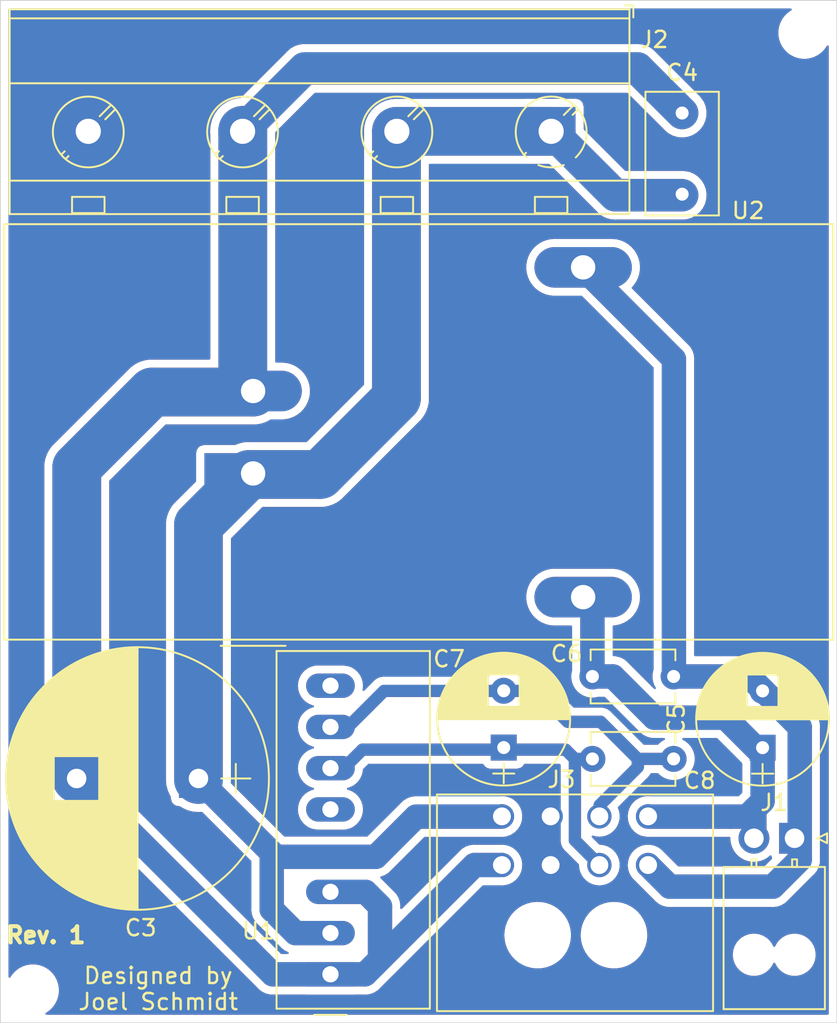
<source format=kicad_pcb>
(kicad_pcb (version 20191123) (host pcbnew "(5.99.0-576-ga860ac506)")

  (general
    (thickness 1.6)
    (drawings 6)
    (tracks 172)
    (modules 13)
    (nets 8)
  )

  (page "A4")
  (layers
    (0 "F.Cu" signal hide)
    (31 "B.Cu" signal hide)
    (32 "B.Adhes" user)
    (33 "F.Adhes" user)
    (34 "B.Paste" user)
    (35 "F.Paste" user)
    (36 "B.SilkS" user)
    (37 "F.SilkS" user)
    (38 "B.Mask" user)
    (39 "F.Mask" user)
    (40 "Dwgs.User" user)
    (41 "Cmts.User" user)
    (42 "Eco1.User" user)
    (43 "Eco2.User" user)
    (44 "Edge.Cuts" user)
    (45 "Margin" user)
    (46 "B.CrtYd" user)
    (47 "F.CrtYd" user)
    (48 "B.Fab" user)
    (49 "F.Fab" user)
  )

  (setup
    (last_trace_width 0.25)
    (trace_clearance 0.2)
    (zone_clearance 0.5)
    (zone_45_only no)
    (trace_min 0.2)
    (via_size 0.8)
    (via_drill 0.4)
    (via_min_size 0.4)
    (via_min_drill 0.3)
    (uvia_size 0.3)
    (uvia_drill 0.1)
    (uvias_allowed no)
    (uvia_min_size 0.2)
    (uvia_min_drill 0.1)
    (max_error 0.005)
    (defaults
      (edge_clearance 0.01)
      (edge_cuts_line_width 0.05)
      (courtyard_line_width 0.05)
      (copper_line_width 0.2)
      (copper_text_dims (size 1.5 1.5) (thickness 0.3))
      (silk_line_width 0.12)
      (silk_text_dims (size 1 1) (thickness 0.15))
      (other_layers_line_width 0.1)
      (other_layers_text_dims (size 1 1) (thickness 0.15))
    )
    (pad_size 1.524 1.524)
    (pad_drill 0.762)
    (pad_to_mask_clearance 0.051)
    (solder_mask_min_width 0.25)
    (aux_axis_origin 0 0)
    (visible_elements 7FFFFFFF)
    (pcbplotparams
      (layerselection 0x3ffff_ffffffff)
      (usegerberextensions false)
      (usegerberattributes false)
      (usegerberadvancedattributes false)
      (creategerberjobfile false)
      (excludeedgelayer true)
      (linewidth 0.100000)
      (plotframeref false)
      (viasonmask false)
      (mode 1)
      (useauxorigin false)
      (hpglpennumber 1)
      (hpglpenspeed 20)
      (hpglpendiameter 15.000000)
      (psnegative false)
      (psa4output false)
      (plotreference true)
      (plotvalue true)
      (plotinvisibletext false)
      (padsonsilk false)
      (subtractmaskfromsilk false)
      (outputformat 1)
      (mirror false)
      (drillshape 0)
      (scaleselection 1)
      (outputdirectory "plot/")
    )
  )

  (net 0 "")
  (net 1 "GND")
  (net 2 "+24V_DC")
  (net 3 "+5V_DC")
  (net 4 "-5V_DC")
  (net 5 "+24V_GND")
  (net 6 "-5V_GND")
  (net 7 "+5V_GND")

  (net_class "Default" "Dies ist die voreingestellte Netzklasse."
    (clearance 0.2)
    (trace_width 0.25)
    (via_dia 0.8)
    (via_drill 0.4)
    (uvia_dia 0.3)
    (uvia_drill 0.1)
    (add_net "+24V_DC")
    (add_net "+24V_GND")
    (add_net "+5V_DC")
    (add_net "+5V_GND")
    (add_net "-5V_DC")
    (add_net "-5V_GND")
    (add_net "GND")
  )

  (module "Capacitors_THT:CP_Radial_D8.0mm_P3.50mm" (layer "F.Cu") (tedit 597BC7C2) (tstamp 5F3A16DF)
    (at 66.929 66.0475 90)
    (descr "CP, Radial series, Radial, pin pitch=3.50mm, , diameter=8mm, Electrolytic Capacitor")
    (tags "CP Radial series Radial pin pitch 3.50mm  diameter 8mm Electrolytic Capacitor")
    (path "/5F2683C4")
    (fp_text reference "C5" (at 1.75 -5.31 90) (layer "F.SilkS")
      (effects (font (size 1 1) (thickness 0.15)))
    )
    (fp_text value "470u" (at 1.7855 1.8415 180) (layer "F.Fab")
      (effects (font (size 1 1) (thickness 0.15)))
    )
    (fp_circle (center 1.75 0) (end 5.75 0) (layer "F.Fab") (width 0.1))
    (fp_circle (center 1.75 0) (end 5.84 0) (layer "F.SilkS") (width 0.12))
    (fp_line (start -2.2 0) (end -1 0) (layer "F.Fab") (width 0.1))
    (fp_line (start -1.6 -0.65) (end -1.6 0.65) (layer "F.Fab") (width 0.1))
    (fp_line (start 1.75 -4.05) (end 1.75 4.05) (layer "F.SilkS") (width 0.12))
    (fp_line (start 1.79 -4.05) (end 1.79 4.05) (layer "F.SilkS") (width 0.12))
    (fp_line (start 1.83 -4.05) (end 1.83 4.05) (layer "F.SilkS") (width 0.12))
    (fp_line (start 1.87 -4.049) (end 1.87 4.049) (layer "F.SilkS") (width 0.12))
    (fp_line (start 1.91 -4.047) (end 1.91 4.047) (layer "F.SilkS") (width 0.12))
    (fp_line (start 1.95 -4.046) (end 1.95 4.046) (layer "F.SilkS") (width 0.12))
    (fp_line (start 1.99 -4.043) (end 1.99 4.043) (layer "F.SilkS") (width 0.12))
    (fp_line (start 2.03 -4.041) (end 2.03 4.041) (layer "F.SilkS") (width 0.12))
    (fp_line (start 2.07 -4.038) (end 2.07 4.038) (layer "F.SilkS") (width 0.12))
    (fp_line (start 2.11 -4.035) (end 2.11 4.035) (layer "F.SilkS") (width 0.12))
    (fp_line (start 2.15 -4.031) (end 2.15 4.031) (layer "F.SilkS") (width 0.12))
    (fp_line (start 2.19 -4.027) (end 2.19 4.027) (layer "F.SilkS") (width 0.12))
    (fp_line (start 2.23 -4.022) (end 2.23 4.022) (layer "F.SilkS") (width 0.12))
    (fp_line (start 2.27 -4.017) (end 2.27 4.017) (layer "F.SilkS") (width 0.12))
    (fp_line (start 2.31 -4.012) (end 2.31 4.012) (layer "F.SilkS") (width 0.12))
    (fp_line (start 2.35 -4.006) (end 2.35 4.006) (layer "F.SilkS") (width 0.12))
    (fp_line (start 2.39 -4) (end 2.39 4) (layer "F.SilkS") (width 0.12))
    (fp_line (start 2.43 -3.994) (end 2.43 3.994) (layer "F.SilkS") (width 0.12))
    (fp_line (start 2.471 -3.987) (end 2.471 3.987) (layer "F.SilkS") (width 0.12))
    (fp_line (start 2.511 -3.979) (end 2.511 3.979) (layer "F.SilkS") (width 0.12))
    (fp_line (start 2.551 -3.971) (end 2.551 -0.98) (layer "F.SilkS") (width 0.12))
    (fp_line (start 2.551 0.98) (end 2.551 3.971) (layer "F.SilkS") (width 0.12))
    (fp_line (start 2.591 -3.963) (end 2.591 -0.98) (layer "F.SilkS") (width 0.12))
    (fp_line (start 2.591 0.98) (end 2.591 3.963) (layer "F.SilkS") (width 0.12))
    (fp_line (start 2.631 -3.955) (end 2.631 -0.98) (layer "F.SilkS") (width 0.12))
    (fp_line (start 2.631 0.98) (end 2.631 3.955) (layer "F.SilkS") (width 0.12))
    (fp_line (start 2.671 -3.946) (end 2.671 -0.98) (layer "F.SilkS") (width 0.12))
    (fp_line (start 2.671 0.98) (end 2.671 3.946) (layer "F.SilkS") (width 0.12))
    (fp_line (start 2.711 -3.936) (end 2.711 -0.98) (layer "F.SilkS") (width 0.12))
    (fp_line (start 2.711 0.98) (end 2.711 3.936) (layer "F.SilkS") (width 0.12))
    (fp_line (start 2.751 -3.926) (end 2.751 -0.98) (layer "F.SilkS") (width 0.12))
    (fp_line (start 2.751 0.98) (end 2.751 3.926) (layer "F.SilkS") (width 0.12))
    (fp_line (start 2.791 -3.916) (end 2.791 -0.98) (layer "F.SilkS") (width 0.12))
    (fp_line (start 2.791 0.98) (end 2.791 3.916) (layer "F.SilkS") (width 0.12))
    (fp_line (start 2.831 -3.905) (end 2.831 -0.98) (layer "F.SilkS") (width 0.12))
    (fp_line (start 2.831 0.98) (end 2.831 3.905) (layer "F.SilkS") (width 0.12))
    (fp_line (start 2.871 -3.894) (end 2.871 -0.98) (layer "F.SilkS") (width 0.12))
    (fp_line (start 2.871 0.98) (end 2.871 3.894) (layer "F.SilkS") (width 0.12))
    (fp_line (start 2.911 -3.883) (end 2.911 -0.98) (layer "F.SilkS") (width 0.12))
    (fp_line (start 2.911 0.98) (end 2.911 3.883) (layer "F.SilkS") (width 0.12))
    (fp_line (start 2.951 -3.87) (end 2.951 -0.98) (layer "F.SilkS") (width 0.12))
    (fp_line (start 2.951 0.98) (end 2.951 3.87) (layer "F.SilkS") (width 0.12))
    (fp_line (start 2.991 -3.858) (end 2.991 -0.98) (layer "F.SilkS") (width 0.12))
    (fp_line (start 2.991 0.98) (end 2.991 3.858) (layer "F.SilkS") (width 0.12))
    (fp_line (start 3.031 -3.845) (end 3.031 -0.98) (layer "F.SilkS") (width 0.12))
    (fp_line (start 3.031 0.98) (end 3.031 3.845) (layer "F.SilkS") (width 0.12))
    (fp_line (start 3.071 -3.832) (end 3.071 -0.98) (layer "F.SilkS") (width 0.12))
    (fp_line (start 3.071 0.98) (end 3.071 3.832) (layer "F.SilkS") (width 0.12))
    (fp_line (start 3.111 -3.818) (end 3.111 -0.98) (layer "F.SilkS") (width 0.12))
    (fp_line (start 3.111 0.98) (end 3.111 3.818) (layer "F.SilkS") (width 0.12))
    (fp_line (start 3.151 -3.803) (end 3.151 -0.98) (layer "F.SilkS") (width 0.12))
    (fp_line (start 3.151 0.98) (end 3.151 3.803) (layer "F.SilkS") (width 0.12))
    (fp_line (start 3.191 -3.789) (end 3.191 -0.98) (layer "F.SilkS") (width 0.12))
    (fp_line (start 3.191 0.98) (end 3.191 3.789) (layer "F.SilkS") (width 0.12))
    (fp_line (start 3.231 -3.773) (end 3.231 -0.98) (layer "F.SilkS") (width 0.12))
    (fp_line (start 3.231 0.98) (end 3.231 3.773) (layer "F.SilkS") (width 0.12))
    (fp_line (start 3.271 -3.758) (end 3.271 -0.98) (layer "F.SilkS") (width 0.12))
    (fp_line (start 3.271 0.98) (end 3.271 3.758) (layer "F.SilkS") (width 0.12))
    (fp_line (start 3.311 -3.741) (end 3.311 -0.98) (layer "F.SilkS") (width 0.12))
    (fp_line (start 3.311 0.98) (end 3.311 3.741) (layer "F.SilkS") (width 0.12))
    (fp_line (start 3.351 -3.725) (end 3.351 -0.98) (layer "F.SilkS") (width 0.12))
    (fp_line (start 3.351 0.98) (end 3.351 3.725) (layer "F.SilkS") (width 0.12))
    (fp_line (start 3.391 -3.707) (end 3.391 -0.98) (layer "F.SilkS") (width 0.12))
    (fp_line (start 3.391 0.98) (end 3.391 3.707) (layer "F.SilkS") (width 0.12))
    (fp_line (start 3.431 -3.69) (end 3.431 -0.98) (layer "F.SilkS") (width 0.12))
    (fp_line (start 3.431 0.98) (end 3.431 3.69) (layer "F.SilkS") (width 0.12))
    (fp_line (start 3.471 -3.671) (end 3.471 -0.98) (layer "F.SilkS") (width 0.12))
    (fp_line (start 3.471 0.98) (end 3.471 3.671) (layer "F.SilkS") (width 0.12))
    (fp_line (start 3.511 -3.652) (end 3.511 -0.98) (layer "F.SilkS") (width 0.12))
    (fp_line (start 3.511 0.98) (end 3.511 3.652) (layer "F.SilkS") (width 0.12))
    (fp_line (start 3.551 -3.633) (end 3.551 -0.98) (layer "F.SilkS") (width 0.12))
    (fp_line (start 3.551 0.98) (end 3.551 3.633) (layer "F.SilkS") (width 0.12))
    (fp_line (start 3.591 -3.613) (end 3.591 -0.98) (layer "F.SilkS") (width 0.12))
    (fp_line (start 3.591 0.98) (end 3.591 3.613) (layer "F.SilkS") (width 0.12))
    (fp_line (start 3.631 -3.593) (end 3.631 -0.98) (layer "F.SilkS") (width 0.12))
    (fp_line (start 3.631 0.98) (end 3.631 3.593) (layer "F.SilkS") (width 0.12))
    (fp_line (start 3.671 -3.572) (end 3.671 -0.98) (layer "F.SilkS") (width 0.12))
    (fp_line (start 3.671 0.98) (end 3.671 3.572) (layer "F.SilkS") (width 0.12))
    (fp_line (start 3.711 -3.55) (end 3.711 -0.98) (layer "F.SilkS") (width 0.12))
    (fp_line (start 3.711 0.98) (end 3.711 3.55) (layer "F.SilkS") (width 0.12))
    (fp_line (start 3.751 -3.528) (end 3.751 -0.98) (layer "F.SilkS") (width 0.12))
    (fp_line (start 3.751 0.98) (end 3.751 3.528) (layer "F.SilkS") (width 0.12))
    (fp_line (start 3.791 -3.505) (end 3.791 -0.98) (layer "F.SilkS") (width 0.12))
    (fp_line (start 3.791 0.98) (end 3.791 3.505) (layer "F.SilkS") (width 0.12))
    (fp_line (start 3.831 -3.482) (end 3.831 -0.98) (layer "F.SilkS") (width 0.12))
    (fp_line (start 3.831 0.98) (end 3.831 3.482) (layer "F.SilkS") (width 0.12))
    (fp_line (start 3.871 -3.458) (end 3.871 -0.98) (layer "F.SilkS") (width 0.12))
    (fp_line (start 3.871 0.98) (end 3.871 3.458) (layer "F.SilkS") (width 0.12))
    (fp_line (start 3.911 -3.434) (end 3.911 -0.98) (layer "F.SilkS") (width 0.12))
    (fp_line (start 3.911 0.98) (end 3.911 3.434) (layer "F.SilkS") (width 0.12))
    (fp_line (start 3.951 -3.408) (end 3.951 -0.98) (layer "F.SilkS") (width 0.12))
    (fp_line (start 3.951 0.98) (end 3.951 3.408) (layer "F.SilkS") (width 0.12))
    (fp_line (start 3.991 -3.383) (end 3.991 -0.98) (layer "F.SilkS") (width 0.12))
    (fp_line (start 3.991 0.98) (end 3.991 3.383) (layer "F.SilkS") (width 0.12))
    (fp_line (start 4.031 -3.356) (end 4.031 -0.98) (layer "F.SilkS") (width 0.12))
    (fp_line (start 4.031 0.98) (end 4.031 3.356) (layer "F.SilkS") (width 0.12))
    (fp_line (start 4.071 -3.329) (end 4.071 -0.98) (layer "F.SilkS") (width 0.12))
    (fp_line (start 4.071 0.98) (end 4.071 3.329) (layer "F.SilkS") (width 0.12))
    (fp_line (start 4.111 -3.301) (end 4.111 -0.98) (layer "F.SilkS") (width 0.12))
    (fp_line (start 4.111 0.98) (end 4.111 3.301) (layer "F.SilkS") (width 0.12))
    (fp_line (start 4.151 -3.272) (end 4.151 -0.98) (layer "F.SilkS") (width 0.12))
    (fp_line (start 4.151 0.98) (end 4.151 3.272) (layer "F.SilkS") (width 0.12))
    (fp_line (start 4.191 -3.243) (end 4.191 -0.98) (layer "F.SilkS") (width 0.12))
    (fp_line (start 4.191 0.98) (end 4.191 3.243) (layer "F.SilkS") (width 0.12))
    (fp_line (start 4.231 -3.213) (end 4.231 -0.98) (layer "F.SilkS") (width 0.12))
    (fp_line (start 4.231 0.98) (end 4.231 3.213) (layer "F.SilkS") (width 0.12))
    (fp_line (start 4.271 -3.182) (end 4.271 -0.98) (layer "F.SilkS") (width 0.12))
    (fp_line (start 4.271 0.98) (end 4.271 3.182) (layer "F.SilkS") (width 0.12))
    (fp_line (start 4.311 -3.15) (end 4.311 -0.98) (layer "F.SilkS") (width 0.12))
    (fp_line (start 4.311 0.98) (end 4.311 3.15) (layer "F.SilkS") (width 0.12))
    (fp_line (start 4.351 -3.118) (end 4.351 -0.98) (layer "F.SilkS") (width 0.12))
    (fp_line (start 4.351 0.98) (end 4.351 3.118) (layer "F.SilkS") (width 0.12))
    (fp_line (start 4.391 -3.084) (end 4.391 -0.98) (layer "F.SilkS") (width 0.12))
    (fp_line (start 4.391 0.98) (end 4.391 3.084) (layer "F.SilkS") (width 0.12))
    (fp_line (start 4.431 -3.05) (end 4.431 -0.98) (layer "F.SilkS") (width 0.12))
    (fp_line (start 4.431 0.98) (end 4.431 3.05) (layer "F.SilkS") (width 0.12))
    (fp_line (start 4.471 -3.015) (end 4.471 -0.98) (layer "F.SilkS") (width 0.12))
    (fp_line (start 4.471 0.98) (end 4.471 3.015) (layer "F.SilkS") (width 0.12))
    (fp_line (start 4.511 -2.979) (end 4.511 2.979) (layer "F.SilkS") (width 0.12))
    (fp_line (start 4.551 -2.942) (end 4.551 2.942) (layer "F.SilkS") (width 0.12))
    (fp_line (start 4.591 -2.904) (end 4.591 2.904) (layer "F.SilkS") (width 0.12))
    (fp_line (start 4.631 -2.865) (end 4.631 2.865) (layer "F.SilkS") (width 0.12))
    (fp_line (start 4.671 -2.824) (end 4.671 2.824) (layer "F.SilkS") (width 0.12))
    (fp_line (start 4.711 -2.783) (end 4.711 2.783) (layer "F.SilkS") (width 0.12))
    (fp_line (start 4.751 -2.74) (end 4.751 2.74) (layer "F.SilkS") (width 0.12))
    (fp_line (start 4.791 -2.697) (end 4.791 2.697) (layer "F.SilkS") (width 0.12))
    (fp_line (start 4.831 -2.652) (end 4.831 2.652) (layer "F.SilkS") (width 0.12))
    (fp_line (start 4.871 -2.605) (end 4.871 2.605) (layer "F.SilkS") (width 0.12))
    (fp_line (start 4.911 -2.557) (end 4.911 2.557) (layer "F.SilkS") (width 0.12))
    (fp_line (start 4.951 -2.508) (end 4.951 2.508) (layer "F.SilkS") (width 0.12))
    (fp_line (start 4.991 -2.457) (end 4.991 2.457) (layer "F.SilkS") (width 0.12))
    (fp_line (start 5.031 -2.404) (end 5.031 2.404) (layer "F.SilkS") (width 0.12))
    (fp_line (start 5.071 -2.349) (end 5.071 2.349) (layer "F.SilkS") (width 0.12))
    (fp_line (start 5.111 -2.293) (end 5.111 2.293) (layer "F.SilkS") (width 0.12))
    (fp_line (start 5.151 -2.234) (end 5.151 2.234) (layer "F.SilkS") (width 0.12))
    (fp_line (start 5.191 -2.173) (end 5.191 2.173) (layer "F.SilkS") (width 0.12))
    (fp_line (start 5.231 -2.109) (end 5.231 2.109) (layer "F.SilkS") (width 0.12))
    (fp_line (start 5.271 -2.043) (end 5.271 2.043) (layer "F.SilkS") (width 0.12))
    (fp_line (start 5.311 -1.974) (end 5.311 1.974) (layer "F.SilkS") (width 0.12))
    (fp_line (start 5.351 -1.902) (end 5.351 1.902) (layer "F.SilkS") (width 0.12))
    (fp_line (start 5.391 -1.826) (end 5.391 1.826) (layer "F.SilkS") (width 0.12))
    (fp_line (start 5.431 -1.745) (end 5.431 1.745) (layer "F.SilkS") (width 0.12))
    (fp_line (start 5.471 -1.66) (end 5.471 1.66) (layer "F.SilkS") (width 0.12))
    (fp_line (start 5.511 -1.57) (end 5.511 1.57) (layer "F.SilkS") (width 0.12))
    (fp_line (start 5.551 -1.473) (end 5.551 1.473) (layer "F.SilkS") (width 0.12))
    (fp_line (start 5.591 -1.369) (end 5.591 1.369) (layer "F.SilkS") (width 0.12))
    (fp_line (start 5.631 -1.254) (end 5.631 1.254) (layer "F.SilkS") (width 0.12))
    (fp_line (start 5.671 -1.127) (end 5.671 1.127) (layer "F.SilkS") (width 0.12))
    (fp_line (start 5.711 -0.983) (end 5.711 0.983) (layer "F.SilkS") (width 0.12))
    (fp_line (start 5.751 -0.814) (end 5.751 0.814) (layer "F.SilkS") (width 0.12))
    (fp_line (start 5.791 -0.598) (end 5.791 0.598) (layer "F.SilkS") (width 0.12))
    (fp_line (start 5.831 -0.246) (end 5.831 0.246) (layer "F.SilkS") (width 0.12))
    (fp_line (start -2.2 0) (end -1 0) (layer "F.SilkS") (width 0.12))
    (fp_line (start -1.6 -0.65) (end -1.6 0.65) (layer "F.SilkS") (width 0.12))
    (fp_line (start -2.6 -4.35) (end -2.6 4.35) (layer "F.CrtYd") (width 0.05))
    (fp_line (start -2.6 4.35) (end 6.1 4.35) (layer "F.CrtYd") (width 0.05))
    (fp_line (start 6.1 4.35) (end 6.1 -4.35) (layer "F.CrtYd") (width 0.05))
    (fp_line (start 6.1 -4.35) (end -2.6 -4.35) (layer "F.CrtYd") (width 0.05))
    (fp_text user "%R" (at 1.75 -2.921 180) (layer "F.Fab")
      (effects (font (size 1 1) (thickness 0.15)))
    )
    (pad "1" thru_hole rect (at 0 0 90) (size 1.6 1.6) (drill 0.8) (layers *.Cu *.Mask)
      (net 3 "+5V_DC"))
    (pad "2" thru_hole circle (at 3.5 0 90) (size 1.6 1.6) (drill 0.8) (layers *.Cu *.Mask)
      (net 7 "+5V_GND"))
    (model "${KISYS3DMOD}/Capacitors_THT.3dshapes/CP_Radial_D8.0mm_P3.50mm.wrl"
      (at (xyz 0 0 0))
      (scale (xyz 1 1 1))
      (rotate (xyz 0 0 0))
    )
  )

  (module "Mounting_Holes:MountingHole_2.2mm_M2_ISO7380" locked (layer "F.Cu") (tedit 56D1B4CB) (tstamp 5F3ABDE2)
    (at 22 81)
    (descr "Mounting Hole 2.2mm, no annular, M2, ISO7380")
    (tags "mounting hole 2.2mm no annular m2 iso7380")
    (attr virtual)
    (fp_text reference "" (at 0 2.82) (layer "F.SilkS") hide
      (effects (font (size 1 1) (thickness 0.15)))
    )
    (fp_text value "MountingHole_2.2mm_M2_ISO7380" (at 0 2.82) (layer "F.Fab") hide
      (effects (font (size 1 1) (thickness 0.15)))
    )
    (fp_circle (center 0 0) (end 2 0) (layer "F.CrtYd") (width 0.05))
    (fp_circle (center 0 0) (end 1.75 0) (layer "Cmts.User") (width 0.15))
    (pad "1" np_thru_hole circle (at 0 0) (size 2.2 2.2) (drill 2.2) (layers *.Cu *.Mask))
  )

  (module "Mounting_Holes:MountingHole_2.2mm_M2_ISO7380" locked (layer "F.Cu") (tedit 56D1B4CB) (tstamp 5F3ABDEB)
    (at 69.5 22)
    (descr "Mounting Hole 2.2mm, no annular, M2, ISO7380")
    (tags "mounting hole 2.2mm no annular m2 iso7380")
    (attr virtual)
    (fp_text reference "" (at 0 -2.75) (layer "F.SilkS") hide
      (effects (font (size 1 1) (thickness 0.15)))
    )
    (fp_text value "MountingHole_2.2mm_M2_ISO7380" (at -0.031 -2.823) (layer "F.Fab") hide
      (effects (font (size 1 1) (thickness 0.15)))
    )
    (fp_circle (center 0 0) (end 2 0) (layer "F.CrtYd") (width 0.05))
    (fp_circle (center 0 0) (end 1.75 0) (layer "Cmts.User") (width 0.15))
    (pad "1" np_thru_hole circle (at 0 0) (size 2.2 2.2) (drill 2.2) (layers *.Cu *.Mask))
  )

  (module "Connectors_Molex:Molex_NanoFit_1x02x2.50mm_Angled" (layer "F.Cu") (tedit 58A28F0A) (tstamp 5F2AFD5B)
    (at 68.8975 71.628 180)
    (descr "Molex Nano Fit, single row, side entry, through hole, Datasheet:http://www.molex.com/pdm_docs/sd/1053131208_sd.pdf")
    (tags "connector molex nano-fit 105313-xx04")
    (path "/5F2AE4CB")
    (fp_text reference "J1" (at 1.25 2.2) (layer "F.SilkS")
      (effects (font (size 1 1) (thickness 0.15)))
    )
    (fp_text value "AUX" (at 1.2065 -2.794) (layer "F.Fab")
      (effects (font (size 1 1) (thickness 0.15)))
    )
    (fp_text user "%R" (at 1.25 -4.5) (layer "F.Fab")
      (effects (font (size 1 1) (thickness 0.15)))
    )
    (fp_line (start -2 -0.3) (end -1.4 0) (layer "F.Fab") (width 0.1))
    (fp_line (start -2 0.3) (end -2 -0.3) (layer "F.Fab") (width 0.1))
    (fp_line (start -1.4 0) (end -2 0.3) (layer "F.Fab") (width 0.1))
    (fp_line (start -2 -0.3) (end -1.4 0) (layer "F.SilkS") (width 0.12))
    (fp_line (start -2 0.3) (end -2 -0.3) (layer "F.SilkS") (width 0.12))
    (fp_line (start -1.4 0) (end -2 0.3) (layer "F.SilkS") (width 0.12))
    (fp_line (start 4.71 -10.88) (end -2.21 -10.88) (layer "F.CrtYd") (width 0.05))
    (fp_line (start 4.71 1.45) (end 4.71 -10.88) (layer "F.CrtYd") (width 0.05))
    (fp_line (start -2.21 1.45) (end 4.71 1.45) (layer "F.CrtYd") (width 0.05))
    (fp_line (start -2.21 -10.88) (end -2.21 1.45) (layer "F.CrtYd") (width 0.05))
    (fp_line (start 2.65 -1.77) (end 2.35 -1.77) (layer "F.SilkS") (width 0.12))
    (fp_line (start 2.65 -1.3) (end 2.65 -1.77) (layer "F.SilkS") (width 0.12))
    (fp_line (start 2.35 -1.3) (end 2.65 -1.3) (layer "F.SilkS") (width 0.12))
    (fp_line (start 2.35 -1.77) (end 2.35 -1.3) (layer "F.SilkS") (width 0.12))
    (fp_line (start 0.15 -1.77) (end -0.15 -1.77) (layer "F.SilkS") (width 0.12))
    (fp_line (start 0.15 -1.3) (end 0.15 -1.77) (layer "F.SilkS") (width 0.12))
    (fp_line (start -0.15 -1.3) (end 0.15 -1.3) (layer "F.SilkS") (width 0.12))
    (fp_line (start -0.15 -1.77) (end -0.15 -1.3) (layer "F.SilkS") (width 0.12))
    (fp_line (start 4.37 -10.53) (end -1.87 -10.53) (layer "F.SilkS") (width 0.12))
    (fp_line (start 4.37 -1.77) (end 4.37 -10.53) (layer "F.SilkS") (width 0.12))
    (fp_line (start -1.87 -1.77) (end 4.37 -1.77) (layer "F.SilkS") (width 0.12))
    (fp_line (start -1.87 -10.53) (end -1.87 -1.77) (layer "F.SilkS") (width 0.12))
    (fp_line (start 4.22 -10.38) (end -1.72 -10.38) (layer "F.Fab") (width 0.1))
    (fp_line (start 4.22 -1.92) (end 4.22 -10.38) (layer "F.Fab") (width 0.1))
    (fp_line (start -1.72 -1.92) (end 4.22 -1.92) (layer "F.Fab") (width 0.1))
    (fp_line (start -1.72 -10.38) (end -1.72 -1.92) (layer "F.Fab") (width 0.1))
    (pad "1" thru_hole rect (at 0 0 180) (size 1.9 1.9) (drill 1.2) (layers *.Cu *.Mask)
      (net 7 "+5V_GND"))
    (pad "2" thru_hole circle (at 2.5 0 180) (size 1.9 1.9) (drill 1.2) (layers *.Cu *.Mask)
      (net 3 "+5V_DC"))
    (pad "" np_thru_hole circle (at 0 -7.18 180) (size 1.6 1.6) (drill 1.6) (layers *.Cu *.Mask))
    (pad "" np_thru_hole circle (at 2.5 -7.18 180) (size 1.6 1.6) (drill 1.6) (layers *.Cu *.Mask))
    (model "${KISYS3DMOD}/Connector_PinSocket_2.54mm.3dshapes/PinSocket_1x02_P2.54mm_Horizontal.wrl"
      (offset (xyz 2.5 0 0))
      (scale (xyz 1 1 1))
      (rotate (xyz 0 0 90))
    )
  )

  (module "8 Inch Floppy Power Supply:Degson DG950-9.5-04P-1Y-00AH" (layer "F.Cu") (tedit 5F26C19B) (tstamp 5F25687A)
    (at 53.9115 28.067 180)
    (path "/5F23301E")
    (fp_text reference "J2" (at -6.35 5.6515 180) (layer "F.SilkS")
      (effects (font (size 1 1) (thickness 0.15)))
    )
    (fp_text value "IN" (at 13.2715 6.0325 180) (layer "F.Fab")
      (effects (font (size 1 1) (thickness 0.15)))
    )
    (fp_circle (center 28.5 -0.04) (end 30.68 -0.04) (layer "F.SilkS") (width 0.12))
    (fp_circle (center 28.5 -0.04) (end 30.5 -0.04) (layer "F.Fab") (width 0.1))
    (fp_line (start 29.888 -1.694) (end 29.721 -1.526) (layer "F.SilkS") (width 0.12))
    (fp_line (start 27.455 0.739) (end 26.847 1.348) (layer "F.SilkS") (width 0.12))
    (fp_line (start 29.5 -5.04) (end 27.5 -5.04) (layer "F.Fab") (width 0.1))
    (fp_line (start 27.5 -4.04) (end 29.5 -4.04) (layer "F.SilkS") (width 0.12))
    (fp_line (start 29.5 -5.04) (end 29.5 -4.04) (layer "F.SilkS") (width 0.12))
    (fp_line (start 29.5 -4.04) (end 29.5 -5.04) (layer "F.Fab") (width 0.1))
    (fp_line (start 27.5 -4.04) (end 29.5 -4.04) (layer "F.Fab") (width 0.1))
    (fp_line (start 30.017 -1.313) (end 27.228 1.477) (layer "F.Fab") (width 0.1))
    (fp_line (start 27.5 -5.04) (end 27.5 -4.04) (layer "F.SilkS") (width 0.12))
    (fp_line (start 27.5 -5.04) (end 27.5 -4.04) (layer "F.Fab") (width 0.1))
    (fp_line (start 29.773 -1.557) (end 26.984 1.233) (layer "F.Fab") (width 0.1))
    (fp_line (start 30.154 -1.428) (end 29.956 -1.23) (layer "F.SilkS") (width 0.12))
    (fp_line (start 27.5 -5.04) (end 29.5 -5.04) (layer "F.SilkS") (width 0.12))
    (fp_line (start 27.797 0.93) (end 27.113 1.614) (layer "F.SilkS") (width 0.12))
    (fp_circle (center 19 -0.04) (end 21.18 -0.04) (layer "F.SilkS") (width 0.12))
    (fp_circle (center 19 -0.04) (end 21 -0.04) (layer "F.Fab") (width 0.1))
    (fp_line (start 20.388 -1.694) (end 20.221 -1.526) (layer "F.SilkS") (width 0.12))
    (fp_line (start 17.955 0.739) (end 17.347 1.348) (layer "F.SilkS") (width 0.12))
    (fp_line (start 20 -5.04) (end 18 -5.04) (layer "F.Fab") (width 0.1))
    (fp_line (start 18 -4.04) (end 20 -4.04) (layer "F.SilkS") (width 0.12))
    (fp_line (start 20 -5.04) (end 20 -4.04) (layer "F.SilkS") (width 0.12))
    (fp_line (start 20 -4.04) (end 20 -5.04) (layer "F.Fab") (width 0.1))
    (fp_line (start 18 -4.04) (end 20 -4.04) (layer "F.Fab") (width 0.1))
    (fp_line (start 20.517 -1.313) (end 17.728 1.477) (layer "F.Fab") (width 0.1))
    (fp_line (start 18 -5.04) (end 18 -4.04) (layer "F.SilkS") (width 0.12))
    (fp_line (start 18 -5.04) (end 18 -4.04) (layer "F.Fab") (width 0.1))
    (fp_line (start 20.273 -1.557) (end 17.484 1.233) (layer "F.Fab") (width 0.1))
    (fp_line (start 20.654 -1.428) (end 20.456 -1.23) (layer "F.SilkS") (width 0.12))
    (fp_line (start 18 -5.04) (end 20 -5.04) (layer "F.SilkS") (width 0.12))
    (fp_line (start 18.297 0.93) (end 17.613 1.614) (layer "F.SilkS") (width 0.12))
    (fp_arc (start 0 -0.04) (end 0 2.14) (angle -136) (layer "F.SilkS") (width 0.12))
    (fp_arc (start 0 -0.04) (end 0.782 -2.076) (angle -42) (layer "F.SilkS") (width 0.12))
    (fp_arc (start 0 -0.04) (end -1.515 -1.609) (angle -137) (layer "F.SilkS") (width 0.12))
    (fp_circle (center 0 -0.04) (end 2 -0.04) (layer "F.Fab") (width 0.1))
    (fp_circle (center 9.5 -0.04) (end 11.5 -0.04) (layer "F.Fab") (width 0.1))
    (fp_circle (center 9.5 -0.04) (end 11.68 -0.04) (layer "F.SilkS") (width 0.12))
    (fp_line (start -4.76 -5.04) (end 33.28 -5.04) (layer "F.Fab") (width 0.1))
    (fp_line (start 33.28 -5.04) (end 33.28 7.46) (layer "F.Fab") (width 0.1))
    (fp_line (start 33.28 7.46) (end -4.26 7.46) (layer "F.Fab") (width 0.1))
    (fp_line (start -4.26 7.46) (end -4.76 6.96) (layer "F.Fab") (width 0.1))
    (fp_line (start -4.76 6.96) (end -4.76 -5.04) (layer "F.Fab") (width 0.1))
    (fp_line (start -4.76 6.96) (end 33.28 6.96) (layer "F.Fab") (width 0.1))
    (fp_line (start -4.82 6.96) (end 33.34 6.96) (layer "F.SilkS") (width 0.12))
    (fp_line (start -4.76 2.96) (end 33.28 2.96) (layer "F.Fab") (width 0.1))
    (fp_line (start -4.82 2.96) (end 33.34 2.96) (layer "F.SilkS") (width 0.12))
    (fp_line (start -4.76 -3.04) (end 33.28 -3.04) (layer "F.Fab") (width 0.1))
    (fp_line (start -4.82 -3.04) (end 33.34 -3.04) (layer "F.SilkS") (width 0.12))
    (fp_line (start -4.82 -5.1) (end -4.82 7.52) (layer "F.SilkS") (width 0.12))
    (fp_line (start -4.82 7.52) (end 33.34 7.52) (layer "F.SilkS") (width 0.12))
    (fp_line (start 33.34 7.52) (end 33.34 -5.1) (layer "F.SilkS") (width 0.12))
    (fp_line (start 33.34 -5.1) (end -4.82 -5.1) (layer "F.SilkS") (width 0.12))
    (fp_line (start 1.517 -1.313) (end -1.273 1.477) (layer "F.Fab") (width 0.1))
    (fp_line (start 1.273 -1.557) (end -1.517 1.233) (layer "F.Fab") (width 0.1))
    (fp_line (start 1.654 -1.428) (end 1.547 -1.321) (layer "F.SilkS") (width 0.12))
    (fp_line (start -0.78 1.006) (end -1.388 1.614) (layer "F.SilkS") (width 0.12))
    (fp_line (start -1.32 1.013) (end -1.654 1.348) (layer "F.SilkS") (width 0.12))
    (fp_line (start -1 -5.04) (end -1 -4.04) (layer "F.Fab") (width 0.1))
    (fp_line (start -1 -4.04) (end 1 -4.04) (layer "F.Fab") (width 0.1))
    (fp_line (start 1 -4.04) (end 1 -5.04) (layer "F.Fab") (width 0.1))
    (fp_line (start 1 -5.04) (end -1 -5.04) (layer "F.Fab") (width 0.1))
    (fp_line (start -1 -5.04) (end 1 -5.04) (layer "F.SilkS") (width 0.12))
    (fp_line (start -1 -4.04) (end 1 -4.04) (layer "F.SilkS") (width 0.12))
    (fp_line (start -1 -5.04) (end -1 -4.04) (layer "F.SilkS") (width 0.12))
    (fp_line (start 1 -5.04) (end 1 -4.04) (layer "F.SilkS") (width 0.12))
    (fp_line (start 11.017 -1.313) (end 8.228 1.477) (layer "F.Fab") (width 0.1))
    (fp_line (start 10.773 -1.557) (end 7.984 1.233) (layer "F.Fab") (width 0.1))
    (fp_line (start 11.154 -1.428) (end 10.956 -1.23) (layer "F.SilkS") (width 0.12))
    (fp_line (start 8.797 0.93) (end 8.113 1.614) (layer "F.SilkS") (width 0.12))
    (fp_line (start 10.888 -1.694) (end 10.721 -1.526) (layer "F.SilkS") (width 0.12))
    (fp_line (start 8.455 0.739) (end 7.847 1.348) (layer "F.SilkS") (width 0.12))
    (fp_line (start 8.5 -5.04) (end 8.5 -4.04) (layer "F.Fab") (width 0.1))
    (fp_line (start 8.5 -4.04) (end 10.5 -4.04) (layer "F.Fab") (width 0.1))
    (fp_line (start 10.5 -4.04) (end 10.5 -5.04) (layer "F.Fab") (width 0.1))
    (fp_line (start 10.5 -5.04) (end 8.5 -5.04) (layer "F.Fab") (width 0.1))
    (fp_line (start 8.5 -5.04) (end 10.5 -5.04) (layer "F.SilkS") (width 0.12))
    (fp_line (start 8.5 -4.04) (end 10.5 -4.04) (layer "F.SilkS") (width 0.12))
    (fp_line (start 8.5 -5.04) (end 8.5 -4.04) (layer "F.SilkS") (width 0.12))
    (fp_line (start 10.5 -5.04) (end 10.5 -4.04) (layer "F.SilkS") (width 0.12))
    (fp_line (start -5.06 7.02) (end -5.06 7.76) (layer "F.SilkS") (width 0.12))
    (fp_line (start -5.06 7.76) (end -4.56 7.76) (layer "F.SilkS") (width 0.12))
    (fp_line (start -5.3 -5.54) (end -5.3 7.96) (layer "F.CrtYd") (width 0.05))
    (fp_line (start -5.3 7.96) (end 33.8 7.96) (layer "F.CrtYd") (width 0.05))
    (fp_line (start 33.8 7.96) (end 33.8 -5.54) (layer "F.CrtYd") (width 0.05))
    (fp_line (start 33.8 -5.54) (end -5.3 -5.54) (layer "F.CrtYd") (width 0.05))
    (fp_text user "%R" (at 13.2715 4.5085 180) (layer "F.Fab")
      (effects (font (size 1 1) (thickness 0.15)))
    )
    (pad "4" thru_hole circle (at 28.5 0 180) (size 3 3) (drill 1.55) (layers *.Cu *.Mask)
      (net 1 "GND"))
    (pad "3" thru_hole circle (at 19 0 180) (size 3 3) (drill 1.55) (layers *.Cu *.Mask)
      (net 5 "+24V_GND"))
    (pad "1" thru_hole rect (at 0 0 180) (size 3 3) (drill 1.55) (layers *.Cu *.Mask)
      (net 2 "+24V_DC"))
    (pad "2" thru_hole circle (at 9.5 0 180) (size 3 3) (drill 1.55) (layers *.Cu *.Mask)
      (net 2 "+24V_DC"))
    (model "${KISYS3DMOD}/Terminal_Blocks.3dshapes/TerminalBlock_Pheonix_MKDS1.5-4pol.wrl"
      (offset (xyz 14.25 0 0))
      (scale (xyz 1.9 1.5 1.9))
      (rotate (xyz 0 0 0))
    )
  )

  (module "Capacitors_THT:CP_Radial_D8.0mm_P3.50mm" (layer "F.Cu") (tedit 597BC7C2) (tstamp 5F3A1953)
    (at 50.9905 66.04 90)
    (descr "CP, Radial series, Radial, pin pitch=3.50mm, , diameter=8mm, Electrolytic Capacitor")
    (tags "CP Radial series Radial pin pitch 3.50mm  diameter 8mm Electrolytic Capacitor")
    (path "/5F32AB34")
    (fp_text reference "C7" (at 5.461 -3.3655 180) (layer "F.SilkS")
      (effects (font (size 1 1) (thickness 0.15)))
    )
    (fp_text value "220u" (at 1.778 2.0955 180) (layer "F.Fab")
      (effects (font (size 1 1) (thickness 0.15)))
    )
    (fp_text user "%R" (at 1.778 -2.8575 180) (layer "F.Fab")
      (effects (font (size 1 1) (thickness 0.15)))
    )
    (fp_line (start 6.1 -4.35) (end -2.6 -4.35) (layer "F.CrtYd") (width 0.05))
    (fp_line (start 6.1 4.35) (end 6.1 -4.35) (layer "F.CrtYd") (width 0.05))
    (fp_line (start -2.6 4.35) (end 6.1 4.35) (layer "F.CrtYd") (width 0.05))
    (fp_line (start -2.6 -4.35) (end -2.6 4.35) (layer "F.CrtYd") (width 0.05))
    (fp_line (start -1.6 -0.65) (end -1.6 0.65) (layer "F.SilkS") (width 0.12))
    (fp_line (start -2.2 0) (end -1 0) (layer "F.SilkS") (width 0.12))
    (fp_line (start 5.831 -0.246) (end 5.831 0.246) (layer "F.SilkS") (width 0.12))
    (fp_line (start 5.791 -0.598) (end 5.791 0.598) (layer "F.SilkS") (width 0.12))
    (fp_line (start 5.751 -0.814) (end 5.751 0.814) (layer "F.SilkS") (width 0.12))
    (fp_line (start 5.711 -0.983) (end 5.711 0.983) (layer "F.SilkS") (width 0.12))
    (fp_line (start 5.671 -1.127) (end 5.671 1.127) (layer "F.SilkS") (width 0.12))
    (fp_line (start 5.631 -1.254) (end 5.631 1.254) (layer "F.SilkS") (width 0.12))
    (fp_line (start 5.591 -1.369) (end 5.591 1.369) (layer "F.SilkS") (width 0.12))
    (fp_line (start 5.551 -1.473) (end 5.551 1.473) (layer "F.SilkS") (width 0.12))
    (fp_line (start 5.511 -1.57) (end 5.511 1.57) (layer "F.SilkS") (width 0.12))
    (fp_line (start 5.471 -1.66) (end 5.471 1.66) (layer "F.SilkS") (width 0.12))
    (fp_line (start 5.431 -1.745) (end 5.431 1.745) (layer "F.SilkS") (width 0.12))
    (fp_line (start 5.391 -1.826) (end 5.391 1.826) (layer "F.SilkS") (width 0.12))
    (fp_line (start 5.351 -1.902) (end 5.351 1.902) (layer "F.SilkS") (width 0.12))
    (fp_line (start 5.311 -1.974) (end 5.311 1.974) (layer "F.SilkS") (width 0.12))
    (fp_line (start 5.271 -2.043) (end 5.271 2.043) (layer "F.SilkS") (width 0.12))
    (fp_line (start 5.231 -2.109) (end 5.231 2.109) (layer "F.SilkS") (width 0.12))
    (fp_line (start 5.191 -2.173) (end 5.191 2.173) (layer "F.SilkS") (width 0.12))
    (fp_line (start 5.151 -2.234) (end 5.151 2.234) (layer "F.SilkS") (width 0.12))
    (fp_line (start 5.111 -2.293) (end 5.111 2.293) (layer "F.SilkS") (width 0.12))
    (fp_line (start 5.071 -2.349) (end 5.071 2.349) (layer "F.SilkS") (width 0.12))
    (fp_line (start 5.031 -2.404) (end 5.031 2.404) (layer "F.SilkS") (width 0.12))
    (fp_line (start 4.991 -2.457) (end 4.991 2.457) (layer "F.SilkS") (width 0.12))
    (fp_line (start 4.951 -2.508) (end 4.951 2.508) (layer "F.SilkS") (width 0.12))
    (fp_line (start 4.911 -2.557) (end 4.911 2.557) (layer "F.SilkS") (width 0.12))
    (fp_line (start 4.871 -2.605) (end 4.871 2.605) (layer "F.SilkS") (width 0.12))
    (fp_line (start 4.831 -2.652) (end 4.831 2.652) (layer "F.SilkS") (width 0.12))
    (fp_line (start 4.791 -2.697) (end 4.791 2.697) (layer "F.SilkS") (width 0.12))
    (fp_line (start 4.751 -2.74) (end 4.751 2.74) (layer "F.SilkS") (width 0.12))
    (fp_line (start 4.711 -2.783) (end 4.711 2.783) (layer "F.SilkS") (width 0.12))
    (fp_line (start 4.671 -2.824) (end 4.671 2.824) (layer "F.SilkS") (width 0.12))
    (fp_line (start 4.631 -2.865) (end 4.631 2.865) (layer "F.SilkS") (width 0.12))
    (fp_line (start 4.591 -2.904) (end 4.591 2.904) (layer "F.SilkS") (width 0.12))
    (fp_line (start 4.551 -2.942) (end 4.551 2.942) (layer "F.SilkS") (width 0.12))
    (fp_line (start 4.511 -2.979) (end 4.511 2.979) (layer "F.SilkS") (width 0.12))
    (fp_line (start 4.471 0.98) (end 4.471 3.015) (layer "F.SilkS") (width 0.12))
    (fp_line (start 4.471 -3.015) (end 4.471 -0.98) (layer "F.SilkS") (width 0.12))
    (fp_line (start 4.431 0.98) (end 4.431 3.05) (layer "F.SilkS") (width 0.12))
    (fp_line (start 4.431 -3.05) (end 4.431 -0.98) (layer "F.SilkS") (width 0.12))
    (fp_line (start 4.391 0.98) (end 4.391 3.084) (layer "F.SilkS") (width 0.12))
    (fp_line (start 4.391 -3.084) (end 4.391 -0.98) (layer "F.SilkS") (width 0.12))
    (fp_line (start 4.351 0.98) (end 4.351 3.118) (layer "F.SilkS") (width 0.12))
    (fp_line (start 4.351 -3.118) (end 4.351 -0.98) (layer "F.SilkS") (width 0.12))
    (fp_line (start 4.311 0.98) (end 4.311 3.15) (layer "F.SilkS") (width 0.12))
    (fp_line (start 4.311 -3.15) (end 4.311 -0.98) (layer "F.SilkS") (width 0.12))
    (fp_line (start 4.271 0.98) (end 4.271 3.182) (layer "F.SilkS") (width 0.12))
    (fp_line (start 4.271 -3.182) (end 4.271 -0.98) (layer "F.SilkS") (width 0.12))
    (fp_line (start 4.231 0.98) (end 4.231 3.213) (layer "F.SilkS") (width 0.12))
    (fp_line (start 4.231 -3.213) (end 4.231 -0.98) (layer "F.SilkS") (width 0.12))
    (fp_line (start 4.191 0.98) (end 4.191 3.243) (layer "F.SilkS") (width 0.12))
    (fp_line (start 4.191 -3.243) (end 4.191 -0.98) (layer "F.SilkS") (width 0.12))
    (fp_line (start 4.151 0.98) (end 4.151 3.272) (layer "F.SilkS") (width 0.12))
    (fp_line (start 4.151 -3.272) (end 4.151 -0.98) (layer "F.SilkS") (width 0.12))
    (fp_line (start 4.111 0.98) (end 4.111 3.301) (layer "F.SilkS") (width 0.12))
    (fp_line (start 4.111 -3.301) (end 4.111 -0.98) (layer "F.SilkS") (width 0.12))
    (fp_line (start 4.071 0.98) (end 4.071 3.329) (layer "F.SilkS") (width 0.12))
    (fp_line (start 4.071 -3.329) (end 4.071 -0.98) (layer "F.SilkS") (width 0.12))
    (fp_line (start 4.031 0.98) (end 4.031 3.356) (layer "F.SilkS") (width 0.12))
    (fp_line (start 4.031 -3.356) (end 4.031 -0.98) (layer "F.SilkS") (width 0.12))
    (fp_line (start 3.991 0.98) (end 3.991 3.383) (layer "F.SilkS") (width 0.12))
    (fp_line (start 3.991 -3.383) (end 3.991 -0.98) (layer "F.SilkS") (width 0.12))
    (fp_line (start 3.951 0.98) (end 3.951 3.408) (layer "F.SilkS") (width 0.12))
    (fp_line (start 3.951 -3.408) (end 3.951 -0.98) (layer "F.SilkS") (width 0.12))
    (fp_line (start 3.911 0.98) (end 3.911 3.434) (layer "F.SilkS") (width 0.12))
    (fp_line (start 3.911 -3.434) (end 3.911 -0.98) (layer "F.SilkS") (width 0.12))
    (fp_line (start 3.871 0.98) (end 3.871 3.458) (layer "F.SilkS") (width 0.12))
    (fp_line (start 3.871 -3.458) (end 3.871 -0.98) (layer "F.SilkS") (width 0.12))
    (fp_line (start 3.831 0.98) (end 3.831 3.482) (layer "F.SilkS") (width 0.12))
    (fp_line (start 3.831 -3.482) (end 3.831 -0.98) (layer "F.SilkS") (width 0.12))
    (fp_line (start 3.791 0.98) (end 3.791 3.505) (layer "F.SilkS") (width 0.12))
    (fp_line (start 3.791 -3.505) (end 3.791 -0.98) (layer "F.SilkS") (width 0.12))
    (fp_line (start 3.751 0.98) (end 3.751 3.528) (layer "F.SilkS") (width 0.12))
    (fp_line (start 3.751 -3.528) (end 3.751 -0.98) (layer "F.SilkS") (width 0.12))
    (fp_line (start 3.711 0.98) (end 3.711 3.55) (layer "F.SilkS") (width 0.12))
    (fp_line (start 3.711 -3.55) (end 3.711 -0.98) (layer "F.SilkS") (width 0.12))
    (fp_line (start 3.671 0.98) (end 3.671 3.572) (layer "F.SilkS") (width 0.12))
    (fp_line (start 3.671 -3.572) (end 3.671 -0.98) (layer "F.SilkS") (width 0.12))
    (fp_line (start 3.631 0.98) (end 3.631 3.593) (layer "F.SilkS") (width 0.12))
    (fp_line (start 3.631 -3.593) (end 3.631 -0.98) (layer "F.SilkS") (width 0.12))
    (fp_line (start 3.591 0.98) (end 3.591 3.613) (layer "F.SilkS") (width 0.12))
    (fp_line (start 3.591 -3.613) (end 3.591 -0.98) (layer "F.SilkS") (width 0.12))
    (fp_line (start 3.551 0.98) (end 3.551 3.633) (layer "F.SilkS") (width 0.12))
    (fp_line (start 3.551 -3.633) (end 3.551 -0.98) (layer "F.SilkS") (width 0.12))
    (fp_line (start 3.511 0.98) (end 3.511 3.652) (layer "F.SilkS") (width 0.12))
    (fp_line (start 3.511 -3.652) (end 3.511 -0.98) (layer "F.SilkS") (width 0.12))
    (fp_line (start 3.471 0.98) (end 3.471 3.671) (layer "F.SilkS") (width 0.12))
    (fp_line (start 3.471 -3.671) (end 3.471 -0.98) (layer "F.SilkS") (width 0.12))
    (fp_line (start 3.431 0.98) (end 3.431 3.69) (layer "F.SilkS") (width 0.12))
    (fp_line (start 3.431 -3.69) (end 3.431 -0.98) (layer "F.SilkS") (width 0.12))
    (fp_line (start 3.391 0.98) (end 3.391 3.707) (layer "F.SilkS") (width 0.12))
    (fp_line (start 3.391 -3.707) (end 3.391 -0.98) (layer "F.SilkS") (width 0.12))
    (fp_line (start 3.351 0.98) (end 3.351 3.725) (layer "F.SilkS") (width 0.12))
    (fp_line (start 3.351 -3.725) (end 3.351 -0.98) (layer "F.SilkS") (width 0.12))
    (fp_line (start 3.311 0.98) (end 3.311 3.741) (layer "F.SilkS") (width 0.12))
    (fp_line (start 3.311 -3.741) (end 3.311 -0.98) (layer "F.SilkS") (width 0.12))
    (fp_line (start 3.271 0.98) (end 3.271 3.758) (layer "F.SilkS") (width 0.12))
    (fp_line (start 3.271 -3.758) (end 3.271 -0.98) (layer "F.SilkS") (width 0.12))
    (fp_line (start 3.231 0.98) (end 3.231 3.773) (layer "F.SilkS") (width 0.12))
    (fp_line (start 3.231 -3.773) (end 3.231 -0.98) (layer "F.SilkS") (width 0.12))
    (fp_line (start 3.191 0.98) (end 3.191 3.789) (layer "F.SilkS") (width 0.12))
    (fp_line (start 3.191 -3.789) (end 3.191 -0.98) (layer "F.SilkS") (width 0.12))
    (fp_line (start 3.151 0.98) (end 3.151 3.803) (layer "F.SilkS") (width 0.12))
    (fp_line (start 3.151 -3.803) (end 3.151 -0.98) (layer "F.SilkS") (width 0.12))
    (fp_line (start 3.111 0.98) (end 3.111 3.818) (layer "F.SilkS") (width 0.12))
    (fp_line (start 3.111 -3.818) (end 3.111 -0.98) (layer "F.SilkS") (width 0.12))
    (fp_line (start 3.071 0.98) (end 3.071 3.832) (layer "F.SilkS") (width 0.12))
    (fp_line (start 3.071 -3.832) (end 3.071 -0.98) (layer "F.SilkS") (width 0.12))
    (fp_line (start 3.031 0.98) (end 3.031 3.845) (layer "F.SilkS") (width 0.12))
    (fp_line (start 3.031 -3.845) (end 3.031 -0.98) (layer "F.SilkS") (width 0.12))
    (fp_line (start 2.991 0.98) (end 2.991 3.858) (layer "F.SilkS") (width 0.12))
    (fp_line (start 2.991 -3.858) (end 2.991 -0.98) (layer "F.SilkS") (width 0.12))
    (fp_line (start 2.951 0.98) (end 2.951 3.87) (layer "F.SilkS") (width 0.12))
    (fp_line (start 2.951 -3.87) (end 2.951 -0.98) (layer "F.SilkS") (width 0.12))
    (fp_line (start 2.911 0.98) (end 2.911 3.883) (layer "F.SilkS") (width 0.12))
    (fp_line (start 2.911 -3.883) (end 2.911 -0.98) (layer "F.SilkS") (width 0.12))
    (fp_line (start 2.871 0.98) (end 2.871 3.894) (layer "F.SilkS") (width 0.12))
    (fp_line (start 2.871 -3.894) (end 2.871 -0.98) (layer "F.SilkS") (width 0.12))
    (fp_line (start 2.831 0.98) (end 2.831 3.905) (layer "F.SilkS") (width 0.12))
    (fp_line (start 2.831 -3.905) (end 2.831 -0.98) (layer "F.SilkS") (width 0.12))
    (fp_line (start 2.791 0.98) (end 2.791 3.916) (layer "F.SilkS") (width 0.12))
    (fp_line (start 2.791 -3.916) (end 2.791 -0.98) (layer "F.SilkS") (width 0.12))
    (fp_line (start 2.751 0.98) (end 2.751 3.926) (layer "F.SilkS") (width 0.12))
    (fp_line (start 2.751 -3.926) (end 2.751 -0.98) (layer "F.SilkS") (width 0.12))
    (fp_line (start 2.711 0.98) (end 2.711 3.936) (layer "F.SilkS") (width 0.12))
    (fp_line (start 2.711 -3.936) (end 2.711 -0.98) (layer "F.SilkS") (width 0.12))
    (fp_line (start 2.671 0.98) (end 2.671 3.946) (layer "F.SilkS") (width 0.12))
    (fp_line (start 2.671 -3.946) (end 2.671 -0.98) (layer "F.SilkS") (width 0.12))
    (fp_line (start 2.631 0.98) (end 2.631 3.955) (layer "F.SilkS") (width 0.12))
    (fp_line (start 2.631 -3.955) (end 2.631 -0.98) (layer "F.SilkS") (width 0.12))
    (fp_line (start 2.591 0.98) (end 2.591 3.963) (layer "F.SilkS") (width 0.12))
    (fp_line (start 2.591 -3.963) (end 2.591 -0.98) (layer "F.SilkS") (width 0.12))
    (fp_line (start 2.551 0.98) (end 2.551 3.971) (layer "F.SilkS") (width 0.12))
    (fp_line (start 2.551 -3.971) (end 2.551 -0.98) (layer "F.SilkS") (width 0.12))
    (fp_line (start 2.511 -3.979) (end 2.511 3.979) (layer "F.SilkS") (width 0.12))
    (fp_line (start 2.471 -3.987) (end 2.471 3.987) (layer "F.SilkS") (width 0.12))
    (fp_line (start 2.43 -3.994) (end 2.43 3.994) (layer "F.SilkS") (width 0.12))
    (fp_line (start 2.39 -4) (end 2.39 4) (layer "F.SilkS") (width 0.12))
    (fp_line (start 2.35 -4.006) (end 2.35 4.006) (layer "F.SilkS") (width 0.12))
    (fp_line (start 2.31 -4.012) (end 2.31 4.012) (layer "F.SilkS") (width 0.12))
    (fp_line (start 2.27 -4.017) (end 2.27 4.017) (layer "F.SilkS") (width 0.12))
    (fp_line (start 2.23 -4.022) (end 2.23 4.022) (layer "F.SilkS") (width 0.12))
    (fp_line (start 2.19 -4.027) (end 2.19 4.027) (layer "F.SilkS") (width 0.12))
    (fp_line (start 2.15 -4.031) (end 2.15 4.031) (layer "F.SilkS") (width 0.12))
    (fp_line (start 2.11 -4.035) (end 2.11 4.035) (layer "F.SilkS") (width 0.12))
    (fp_line (start 2.07 -4.038) (end 2.07 4.038) (layer "F.SilkS") (width 0.12))
    (fp_line (start 2.03 -4.041) (end 2.03 4.041) (layer "F.SilkS") (width 0.12))
    (fp_line (start 1.99 -4.043) (end 1.99 4.043) (layer "F.SilkS") (width 0.12))
    (fp_line (start 1.95 -4.046) (end 1.95 4.046) (layer "F.SilkS") (width 0.12))
    (fp_line (start 1.91 -4.047) (end 1.91 4.047) (layer "F.SilkS") (width 0.12))
    (fp_line (start 1.87 -4.049) (end 1.87 4.049) (layer "F.SilkS") (width 0.12))
    (fp_line (start 1.83 -4.05) (end 1.83 4.05) (layer "F.SilkS") (width 0.12))
    (fp_line (start 1.79 -4.05) (end 1.79 4.05) (layer "F.SilkS") (width 0.12))
    (fp_line (start 1.75 -4.05) (end 1.75 4.05) (layer "F.SilkS") (width 0.12))
    (fp_line (start -1.6 -0.65) (end -1.6 0.65) (layer "F.Fab") (width 0.1))
    (fp_line (start -2.2 0) (end -1 0) (layer "F.Fab") (width 0.1))
    (fp_circle (center 1.75 0) (end 5.84 0) (layer "F.SilkS") (width 0.12))
    (fp_circle (center 1.75 0) (end 5.75 0) (layer "F.Fab") (width 0.1))
    (pad "2" thru_hole circle (at 3.5 0 90) (size 1.6 1.6) (drill 0.8) (layers *.Cu *.Mask)
      (net 4 "-5V_DC"))
    (pad "1" thru_hole rect (at 0 0 90) (size 1.6 1.6) (drill 0.8) (layers *.Cu *.Mask)
      (net 6 "-5V_GND"))
    (model "${KISYS3DMOD}/Capacitors_THT.3dshapes/CP_Radial_D8.0mm_P3.50mm.wrl"
      (at (xyz 0 0 0))
      (scale (xyz 1 1 1))
      (rotate (xyz 0 0 0))
    )
  )

  (module "Converter_DCDC:Converter_DCDC_TRACO_TEN10-xxxx_Single_THT" (layer "F.Cu") (tedit 59FF017C) (tstamp 5F3A3AE6)
    (at 35.56 49.149 90)
    (descr "DCDC-Converter, TRACO, TEN10-xxxx, single output, https://assets.tracopower.com/20171102100522/TEN10/documents/ten10-datasheet.pdf")
    (tags "DCDC-Converter TRACO TEN10-xxxx single output")
    (path "/5F2FFADF")
    (fp_text reference "U2" (at 16.1925 30.48) (layer "F.SilkS")
      (effects (font (size 1 1) (thickness 0.15)))
    )
    (fp_text value "SKE10B-05" (at 0.7845 10.5535 180) (layer "F.Fab")
      (effects (font (size 1 1) (thickness 0.15)))
    )
    (fp_text user "%R" (at 2.626 10.5535 180) (layer "F.Fab")
      (effects (font (size 1 1) (thickness 0.15)))
    )
    (fp_line (start -10.37 35.85) (end 15.49 35.85) (layer "F.CrtYd") (width 0.05))
    (fp_line (start -10.37 -15.45) (end 15.49 -15.45) (layer "F.CrtYd") (width 0.05))
    (fp_line (start -10.37 35.85) (end -10.37 -15.45) (layer "F.CrtYd") (width 0.05))
    (fp_line (start 15.49 35.85) (end 15.49 -15.45) (layer "F.CrtYd") (width 0.05))
    (fp_line (start 15.24 -15.2) (end -10.12 -15.2) (layer "F.Fab") (width 0.1))
    (fp_line (start -10.12 1) (end -10.12 35.6) (layer "F.Fab") (width 0.1))
    (fp_line (start -10.12 35.6) (end 15.24 35.6) (layer "F.Fab") (width 0.1))
    (fp_line (start 15.24 35.6) (end 15.24 -15.2) (layer "F.Fab") (width 0.1))
    (fp_line (start -10.24 35.72) (end -10.24 -15.32) (layer "F.SilkS") (width 0.12))
    (fp_line (start 15.36 35.72) (end -10.24 35.72) (layer "F.SilkS") (width 0.12))
    (fp_line (start 15.36 -15.32) (end 15.36 35.72) (layer "F.SilkS") (width 0.12))
    (fp_line (start -10.24 -15.32) (end 15.36 -15.32) (layer "F.SilkS") (width 0.12))
    (fp_line (start -10.12 -1) (end -10.12 -15.2) (layer "F.Fab") (width 0.1))
    (fp_line (start -9.12 0) (end -10.12 -1) (layer "F.Fab") (width 0.1))
    (fp_line (start -10.12 1) (end -9.12 0) (layer "F.Fab") (width 0.1))
    (fp_line (start -10.62 -2) (end -10.62 2) (layer "F.SilkS") (width 0.12))
    (pad "1" thru_hole rect (at 0 0 180) (size 6 2.5) (drill 1.5) (layers *.Cu *.Mask)
      (net 2 "+24V_DC"))
    (pad "2" thru_hole oval (at 5.08 0 180) (size 6 2.5) (drill 1.5) (layers *.Cu *.Mask)
      (net 5 "+24V_GND"))
    (pad "3" thru_hole oval (at -7.62 20.32 180) (size 6 2.5) (drill 1.5) (layers *.Cu *.Mask)
      (net 3 "+5V_DC"))
    (pad "5" thru_hole oval (at 12.7 20.32 180) (size 6 2.5) (drill 1.5) (layers *.Cu *.Mask)
      (net 7 "+5V_GND"))
    (model "${KISYS3DMOD}/Converter_DCDC.3dshapes/Converter_DCDC_TRACO_TEN10-xxxx_Single_THT.wrl"
      (at (xyz 0 0 0))
      (scale (xyz 1 1 1))
      (rotate (xyz 0 0 0))
    )
  )

  (module "Converter_DCDC:Converter_DCDC_TRACO_TMR-xxxx_THT" (layer "F.Cu") (tedit 59FECDC8) (tstamp 5F399E91)
    (at 40.3225 80.01 90)
    (descr "DCDC-Converter, TRACO, TMR xxxx, Single/Dual output, http://www.datasheetlib.com/datasheet/135136/tmr-2-2410e_traco-power.html?page=3#datasheet")
    (tags "DCDC-Converter TRACO TMRxxxx Single/Dual_output")
    (path "/5F2F267E")
    (fp_text reference "U1" (at 2.667 -4.445 180) (layer "F.SilkS")
      (effects (font (size 1 1) (thickness 0.15)))
    )
    (fp_text value "SPAN02B-05" (at 8.89 1.397 180) (layer "F.Fab")
      (effects (font (size 1 1) (thickness 0.15)))
    )
    (fp_text user "%R" (at 10.7315 1.524 180) (layer "F.Fab")
      (effects (font (size 1 1) (thickness 0.15)))
    )
    (fp_line (start -2.5 -1) (end -2.5 1) (layer "F.SilkS") (width 0.12))
    (fp_line (start -2 1) (end -1 0) (layer "F.Fab") (width 0.1))
    (fp_line (start -2 -1) (end -1 0) (layer "F.Fab") (width 0.1))
    (fp_line (start -2 -3.2) (end -2 -1) (layer "F.Fab") (width 0.1))
    (fp_line (start -2.12 -3.32) (end 19.92 -3.32) (layer "F.SilkS") (width 0.12))
    (fp_line (start 19.92 -3.32) (end 19.92 6.12) (layer "F.SilkS") (width 0.12))
    (fp_line (start 19.92 6.12) (end -2.12 6.12) (layer "F.SilkS") (width 0.12))
    (fp_line (start -2.12 6.12) (end -2.12 -3.32) (layer "F.SilkS") (width 0.12))
    (fp_line (start 20.05 -3.45) (end 20.05 6.25) (layer "F.CrtYd") (width 0.05))
    (fp_line (start -2.25 6.25) (end 20.05 6.25) (layer "F.CrtYd") (width 0.05))
    (fp_line (start 19.8 6) (end -2 6) (layer "F.Fab") (width 0.1))
    (fp_line (start 19.8 -3.2) (end 19.8 6) (layer "F.Fab") (width 0.1))
    (fp_line (start 19.8 -3.2) (end -2 -3.2) (layer "F.Fab") (width 0.1))
    (fp_line (start -2 1) (end -2 6) (layer "F.Fab") (width 0.1))
    (fp_line (start -2.25 -3.45) (end 20.05 -3.45) (layer "F.CrtYd") (width 0.05))
    (fp_line (start -2.25 -3.45) (end -2.25 6.25) (layer "F.CrtYd") (width 0.05))
    (pad "8" thru_hole oval (at 17.78 0 90) (size 1.5 3) (drill 1) (layers *.Cu *.Mask))
    (pad "7" thru_hole oval (at 15.24 0 90) (size 1.5 3) (drill 1) (layers *.Cu *.Mask)
      (net 4 "-5V_DC"))
    (pad "3" thru_hole oval (at 5.08 0 90) (size 1.5 3) (drill 1) (layers *.Cu *.Mask)
      (net 5 "+24V_GND"))
    (pad "6" thru_hole oval (at 12.7 0 90) (size 1.5 3) (drill 1) (layers *.Cu *.Mask)
      (net 6 "-5V_GND"))
    (pad "5" thru_hole oval (at 10.16 0 90) (size 1.5 3) (drill 1) (layers *.Cu *.Mask))
    (pad "2" thru_hole oval (at 2.54 0 90) (size 1.5 3) (drill 1) (layers *.Cu *.Mask)
      (net 2 "+24V_DC"))
    (pad "1" thru_hole rect (at 0 0 90) (size 1.5 3) (drill 1) (layers *.Cu *.Mask)
      (net 5 "+24V_GND"))
    (model "${KISYS3DMOD}/Converter_DCDC.3dshapes/Converter_DCDC_TRACO_TMR-xxxx_THT.wrl"
      (at (xyz 0 0 0))
      (scale (xyz 1 1 1))
      (rotate (xyz 0 0 0))
    )
  )

  (module "Capacitors_THT:C_Disc_D5.1mm_W3.2mm_P5.00mm" (layer "F.Cu") (tedit 597BC7C2) (tstamp 5F3A1883)
    (at 56.4515 66.7385)
    (descr "C, Disc series, Radial, pin pitch=5.00mm, , diameter*width=5.1*3.2mm^2, Capacitor, http://www.vishay.com/docs/45233/krseries.pdf")
    (tags "C Disc series Radial pin pitch 5.00mm  diameter 5.1mm width 3.2mm Capacitor")
    (path "/5F3284CD")
    (fp_text reference "C8" (at 6.604 1.3335) (layer "F.SilkS")
      (effects (font (size 1 1) (thickness 0.15)))
    )
    (fp_text value "330n" (at 2.6035 0.635) (layer "F.Fab")
      (effects (font (size 1 1) (thickness 0.15)))
    )
    (fp_text user "%R" (at 2.587 -0.6985) (layer "F.Fab")
      (effects (font (size 1 1) (thickness 0.15)))
    )
    (fp_line (start 6.05 -1.95) (end -1.05 -1.95) (layer "F.CrtYd") (width 0.05))
    (fp_line (start 6.05 1.95) (end 6.05 -1.95) (layer "F.CrtYd") (width 0.05))
    (fp_line (start -1.05 1.95) (end 6.05 1.95) (layer "F.CrtYd") (width 0.05))
    (fp_line (start -1.05 -1.95) (end -1.05 1.95) (layer "F.CrtYd") (width 0.05))
    (fp_line (start 5.11 0.996) (end 5.11 1.66) (layer "F.SilkS") (width 0.12))
    (fp_line (start 5.11 -1.66) (end 5.11 -0.996) (layer "F.SilkS") (width 0.12))
    (fp_line (start -0.11 0.996) (end -0.11 1.66) (layer "F.SilkS") (width 0.12))
    (fp_line (start -0.11 -1.66) (end -0.11 -0.996) (layer "F.SilkS") (width 0.12))
    (fp_line (start -0.11 1.66) (end 5.11 1.66) (layer "F.SilkS") (width 0.12))
    (fp_line (start -0.11 -1.66) (end 5.11 -1.66) (layer "F.SilkS") (width 0.12))
    (fp_line (start 5.05 -1.6) (end -0.05 -1.6) (layer "F.Fab") (width 0.1))
    (fp_line (start 5.05 1.6) (end 5.05 -1.6) (layer "F.Fab") (width 0.1))
    (fp_line (start -0.05 1.6) (end 5.05 1.6) (layer "F.Fab") (width 0.1))
    (fp_line (start -0.05 -1.6) (end -0.05 1.6) (layer "F.Fab") (width 0.1))
    (pad "2" thru_hole circle (at 5 0) (size 1.6 1.6) (drill 0.8) (layers *.Cu *.Mask)
      (net 4 "-5V_DC"))
    (pad "1" thru_hole circle (at 0 0) (size 1.6 1.6) (drill 0.8) (layers *.Cu *.Mask)
      (net 6 "-5V_GND"))
    (model "${KISYS3DMOD}/Capacitors_THT.3dshapes/C_Disc_D5.1mm_W3.2mm_P5.00mm.wrl"
      (at (xyz 0 0 0))
      (scale (xyz 1 1 1))
      (rotate (xyz 0 0 0))
    )
  )

  (module "Capacitors_THT:C_Disc_D5.1mm_W3.2mm_P5.00mm" (layer "F.Cu") (tedit 597BC7C2) (tstamp 5F3A1847)
    (at 56.4515 61.6585)
    (descr "C, Disc series, Radial, pin pitch=5.00mm, , diameter*width=5.1*3.2mm^2, Capacitor, http://www.vishay.com/docs/45233/krseries.pdf")
    (tags "C Disc series Radial pin pitch 5.00mm  diameter 5.1mm width 3.2mm Capacitor")
    (path "/5F328227")
    (fp_text reference "C6" (at -1.5875 -1.397) (layer "F.SilkS")
      (effects (font (size 1 1) (thickness 0.15)))
    )
    (fp_text value "330n" (at 2.6035 0.8255) (layer "F.Fab")
      (effects (font (size 1 1) (thickness 0.15)))
    )
    (fp_line (start -0.05 -1.6) (end -0.05 1.6) (layer "F.Fab") (width 0.1))
    (fp_line (start -0.05 1.6) (end 5.05 1.6) (layer "F.Fab") (width 0.1))
    (fp_line (start 5.05 1.6) (end 5.05 -1.6) (layer "F.Fab") (width 0.1))
    (fp_line (start 5.05 -1.6) (end -0.05 -1.6) (layer "F.Fab") (width 0.1))
    (fp_line (start -0.11 -1.66) (end 5.11 -1.66) (layer "F.SilkS") (width 0.12))
    (fp_line (start -0.11 1.66) (end 5.11 1.66) (layer "F.SilkS") (width 0.12))
    (fp_line (start -0.11 -1.66) (end -0.11 -0.996) (layer "F.SilkS") (width 0.12))
    (fp_line (start -0.11 0.996) (end -0.11 1.66) (layer "F.SilkS") (width 0.12))
    (fp_line (start 5.11 -1.66) (end 5.11 -0.996) (layer "F.SilkS") (width 0.12))
    (fp_line (start 5.11 0.996) (end 5.11 1.66) (layer "F.SilkS") (width 0.12))
    (fp_line (start -1.05 -1.95) (end -1.05 1.95) (layer "F.CrtYd") (width 0.05))
    (fp_line (start -1.05 1.95) (end 6.05 1.95) (layer "F.CrtYd") (width 0.05))
    (fp_line (start 6.05 1.95) (end 6.05 -1.95) (layer "F.CrtYd") (width 0.05))
    (fp_line (start 6.05 -1.95) (end -1.05 -1.95) (layer "F.CrtYd") (width 0.05))
    (fp_text user "%R" (at 2.6035 -0.889) (layer "F.Fab")
      (effects (font (size 1 1) (thickness 0.15)))
    )
    (pad "1" thru_hole circle (at 0 0) (size 1.6 1.6) (drill 0.8) (layers *.Cu *.Mask)
      (net 3 "+5V_DC"))
    (pad "2" thru_hole circle (at 5 0) (size 1.6 1.6) (drill 0.8) (layers *.Cu *.Mask)
      (net 7 "+5V_GND"))
    (model "${KISYS3DMOD}/Capacitors_THT.3dshapes/C_Disc_D5.1mm_W3.2mm_P5.00mm.wrl"
      (at (xyz 0 0 0))
      (scale (xyz 1 1 1))
      (rotate (xyz 0 0 0))
    )
  )

  (module "Capacitors_THT:C_Disc_D7.5mm_W4.4mm_P5.00mm" (layer "F.Cu") (tedit 597BC7C2) (tstamp 5F3A0544)
    (at 61.976 31.9405 90)
    (descr "C, Disc series, Radial, pin pitch=5.00mm, , diameter*width=7.5*4.4mm^2, Capacitor")
    (tags "C Disc series Radial pin pitch 5.00mm  diameter 7.5mm width 4.4mm Capacitor")
    (path "/5F318111")
    (fp_text reference "C4" (at 7.493 0 180) (layer "F.SilkS")
      (effects (font (size 1 1) (thickness 0.15)))
    )
    (fp_text value "1u" (at 1.8415 0 180) (layer "F.Fab")
      (effects (font (size 1 1) (thickness 0.15)))
    )
    (fp_line (start -1.25 -2.2) (end -1.25 2.2) (layer "F.Fab") (width 0.1))
    (fp_line (start -1.25 2.2) (end 6.25 2.2) (layer "F.Fab") (width 0.1))
    (fp_line (start 6.25 2.2) (end 6.25 -2.2) (layer "F.Fab") (width 0.1))
    (fp_line (start 6.25 -2.2) (end -1.25 -2.2) (layer "F.Fab") (width 0.1))
    (fp_line (start -1.31 -2.26) (end 6.31 -2.26) (layer "F.SilkS") (width 0.12))
    (fp_line (start -1.31 2.26) (end 6.31 2.26) (layer "F.SilkS") (width 0.12))
    (fp_line (start -1.31 -2.26) (end -1.31 2.26) (layer "F.SilkS") (width 0.12))
    (fp_line (start 6.31 -2.26) (end 6.31 2.26) (layer "F.SilkS") (width 0.12))
    (fp_line (start -1.6 -2.55) (end -1.6 2.55) (layer "F.CrtYd") (width 0.05))
    (fp_line (start -1.6 2.55) (end 6.6 2.55) (layer "F.CrtYd") (width 0.05))
    (fp_line (start 6.6 2.55) (end 6.6 -2.55) (layer "F.CrtYd") (width 0.05))
    (fp_line (start 6.6 -2.55) (end -1.6 -2.55) (layer "F.CrtYd") (width 0.05))
    (fp_text user "%R" (at 3.3655 -0.0635 180) (layer "F.Fab")
      (effects (font (size 1 1) (thickness 0.15)))
    )
    (pad "1" thru_hole circle (at 0 0 90) (size 1.6 1.6) (drill 0.8) (layers *.Cu *.Mask)
      (net 2 "+24V_DC"))
    (pad "2" thru_hole circle (at 5 0 90) (size 1.6 1.6) (drill 0.8) (layers *.Cu *.Mask)
      (net 5 "+24V_GND"))
    (model "${KISYS3DMOD}/Capacitors_THT.3dshapes/C_Disc_D7.5mm_W4.4mm_P5.00mm.wrl"
      (at (xyz 0 0 0))
      (scale (xyz 1 1 1))
      (rotate (xyz 0 0 0))
    )
  )

  (module "Capacitors_THT:CP_Radial_D16.0mm_P7.50mm" (layer "F.Cu") (tedit 597BC7C2) (tstamp 5F39F686)
    (at 32.1945 67.945 180)
    (descr "CP, Radial series, Radial, pin pitch=7.50mm, , diameter=16mm, Electrolytic Capacitor")
    (tags "CP Radial series Radial pin pitch 7.50mm  diameter 16mm Electrolytic Capacitor")
    (path "/5F26739B")
    (fp_text reference "C3" (at 3.556 -9.2075) (layer "F.SilkS")
      (effects (font (size 1 1) (thickness 0.15)))
    )
    (fp_text value "2200u" (at 3.81 0) (layer "F.Fab")
      (effects (font (size 1 1) (thickness 0.15)))
    )
    (fp_circle (center 3.75 0) (end 11.75 0) (layer "F.Fab") (width 0.1))
    (fp_circle (center 3.75 0) (end 11.84 0) (layer "F.SilkS") (width 0.12))
    (fp_line (start -3.2 0) (end -1.4 0) (layer "F.Fab") (width 0.1))
    (fp_line (start -2.3 -0.9) (end -2.3 0.9) (layer "F.Fab") (width 0.1))
    (fp_line (start 3.75 -8.051) (end 3.75 8.051) (layer "F.SilkS") (width 0.12))
    (fp_line (start 3.79 -8.05) (end 3.79 8.05) (layer "F.SilkS") (width 0.12))
    (fp_line (start 3.83 -8.05) (end 3.83 8.05) (layer "F.SilkS") (width 0.12))
    (fp_line (start 3.87 -8.05) (end 3.87 8.05) (layer "F.SilkS") (width 0.12))
    (fp_line (start 3.91 -8.049) (end 3.91 8.049) (layer "F.SilkS") (width 0.12))
    (fp_line (start 3.95 -8.048) (end 3.95 8.048) (layer "F.SilkS") (width 0.12))
    (fp_line (start 3.99 -8.047) (end 3.99 8.047) (layer "F.SilkS") (width 0.12))
    (fp_line (start 4.03 -8.046) (end 4.03 8.046) (layer "F.SilkS") (width 0.12))
    (fp_line (start 4.07 -8.044) (end 4.07 8.044) (layer "F.SilkS") (width 0.12))
    (fp_line (start 4.11 -8.042) (end 4.11 8.042) (layer "F.SilkS") (width 0.12))
    (fp_line (start 4.15 -8.041) (end 4.15 8.041) (layer "F.SilkS") (width 0.12))
    (fp_line (start 4.19 -8.039) (end 4.19 8.039) (layer "F.SilkS") (width 0.12))
    (fp_line (start 4.23 -8.036) (end 4.23 8.036) (layer "F.SilkS") (width 0.12))
    (fp_line (start 4.27 -8.034) (end 4.27 8.034) (layer "F.SilkS") (width 0.12))
    (fp_line (start 4.31 -8.031) (end 4.31 8.031) (layer "F.SilkS") (width 0.12))
    (fp_line (start 4.35 -8.028) (end 4.35 8.028) (layer "F.SilkS") (width 0.12))
    (fp_line (start 4.39 -8.025) (end 4.39 8.025) (layer "F.SilkS") (width 0.12))
    (fp_line (start 4.43 -8.022) (end 4.43 8.022) (layer "F.SilkS") (width 0.12))
    (fp_line (start 4.471 -8.018) (end 4.471 8.018) (layer "F.SilkS") (width 0.12))
    (fp_line (start 4.511 -8.015) (end 4.511 8.015) (layer "F.SilkS") (width 0.12))
    (fp_line (start 4.551 -8.011) (end 4.551 8.011) (layer "F.SilkS") (width 0.12))
    (fp_line (start 4.591 -8.007) (end 4.591 8.007) (layer "F.SilkS") (width 0.12))
    (fp_line (start 4.631 -8.002) (end 4.631 8.002) (layer "F.SilkS") (width 0.12))
    (fp_line (start 4.671 -7.998) (end 4.671 7.998) (layer "F.SilkS") (width 0.12))
    (fp_line (start 4.711 -7.993) (end 4.711 7.993) (layer "F.SilkS") (width 0.12))
    (fp_line (start 4.751 -7.988) (end 4.751 7.988) (layer "F.SilkS") (width 0.12))
    (fp_line (start 4.791 -7.983) (end 4.791 7.983) (layer "F.SilkS") (width 0.12))
    (fp_line (start 4.831 -7.978) (end 4.831 7.978) (layer "F.SilkS") (width 0.12))
    (fp_line (start 4.871 -7.973) (end 4.871 7.973) (layer "F.SilkS") (width 0.12))
    (fp_line (start 4.911 -7.967) (end 4.911 7.967) (layer "F.SilkS") (width 0.12))
    (fp_line (start 4.951 -7.961) (end 4.951 7.961) (layer "F.SilkS") (width 0.12))
    (fp_line (start 4.991 -7.955) (end 4.991 7.955) (layer "F.SilkS") (width 0.12))
    (fp_line (start 5.031 -7.949) (end 5.031 7.949) (layer "F.SilkS") (width 0.12))
    (fp_line (start 5.071 -7.942) (end 5.071 7.942) (layer "F.SilkS") (width 0.12))
    (fp_line (start 5.111 -7.935) (end 5.111 7.935) (layer "F.SilkS") (width 0.12))
    (fp_line (start 5.151 -7.928) (end 5.151 7.928) (layer "F.SilkS") (width 0.12))
    (fp_line (start 5.191 -7.921) (end 5.191 7.921) (layer "F.SilkS") (width 0.12))
    (fp_line (start 5.231 -7.914) (end 5.231 7.914) (layer "F.SilkS") (width 0.12))
    (fp_line (start 5.271 -7.906) (end 5.271 7.906) (layer "F.SilkS") (width 0.12))
    (fp_line (start 5.311 -7.899) (end 5.311 7.899) (layer "F.SilkS") (width 0.12))
    (fp_line (start 5.351 -7.891) (end 5.351 7.891) (layer "F.SilkS") (width 0.12))
    (fp_line (start 5.391 -7.883) (end 5.391 7.883) (layer "F.SilkS") (width 0.12))
    (fp_line (start 5.431 -7.874) (end 5.431 7.874) (layer "F.SilkS") (width 0.12))
    (fp_line (start 5.471 -7.866) (end 5.471 7.866) (layer "F.SilkS") (width 0.12))
    (fp_line (start 5.511 -7.857) (end 5.511 7.857) (layer "F.SilkS") (width 0.12))
    (fp_line (start 5.551 -7.848) (end 5.551 7.848) (layer "F.SilkS") (width 0.12))
    (fp_line (start 5.591 -7.838) (end 5.591 7.838) (layer "F.SilkS") (width 0.12))
    (fp_line (start 5.631 -7.829) (end 5.631 7.829) (layer "F.SilkS") (width 0.12))
    (fp_line (start 5.671 -7.819) (end 5.671 7.819) (layer "F.SilkS") (width 0.12))
    (fp_line (start 5.711 -7.809) (end 5.711 7.809) (layer "F.SilkS") (width 0.12))
    (fp_line (start 5.751 -7.799) (end 5.751 7.799) (layer "F.SilkS") (width 0.12))
    (fp_line (start 5.791 -7.789) (end 5.791 7.789) (layer "F.SilkS") (width 0.12))
    (fp_line (start 5.831 -7.779) (end 5.831 7.779) (layer "F.SilkS") (width 0.12))
    (fp_line (start 5.871 -7.768) (end 5.871 7.768) (layer "F.SilkS") (width 0.12))
    (fp_line (start 5.911 -7.757) (end 5.911 7.757) (layer "F.SilkS") (width 0.12))
    (fp_line (start 5.951 -7.746) (end 5.951 7.746) (layer "F.SilkS") (width 0.12))
    (fp_line (start 5.991 -7.734) (end 5.991 7.734) (layer "F.SilkS") (width 0.12))
    (fp_line (start 6.031 -7.723) (end 6.031 7.723) (layer "F.SilkS") (width 0.12))
    (fp_line (start 6.071 -7.711) (end 6.071 7.711) (layer "F.SilkS") (width 0.12))
    (fp_line (start 6.111 -7.699) (end 6.111 7.699) (layer "F.SilkS") (width 0.12))
    (fp_line (start 6.151 -7.686) (end 6.151 -1.38) (layer "F.SilkS") (width 0.12))
    (fp_line (start 6.151 1.38) (end 6.151 7.686) (layer "F.SilkS") (width 0.12))
    (fp_line (start 6.191 -7.674) (end 6.191 -1.38) (layer "F.SilkS") (width 0.12))
    (fp_line (start 6.191 1.38) (end 6.191 7.674) (layer "F.SilkS") (width 0.12))
    (fp_line (start 6.231 -7.661) (end 6.231 -1.38) (layer "F.SilkS") (width 0.12))
    (fp_line (start 6.231 1.38) (end 6.231 7.661) (layer "F.SilkS") (width 0.12))
    (fp_line (start 6.271 -7.648) (end 6.271 -1.38) (layer "F.SilkS") (width 0.12))
    (fp_line (start 6.271 1.38) (end 6.271 7.648) (layer "F.SilkS") (width 0.12))
    (fp_line (start 6.311 -7.635) (end 6.311 -1.38) (layer "F.SilkS") (width 0.12))
    (fp_line (start 6.311 1.38) (end 6.311 7.635) (layer "F.SilkS") (width 0.12))
    (fp_line (start 6.351 -7.621) (end 6.351 -1.38) (layer "F.SilkS") (width 0.12))
    (fp_line (start 6.351 1.38) (end 6.351 7.621) (layer "F.SilkS") (width 0.12))
    (fp_line (start 6.391 -7.608) (end 6.391 -1.38) (layer "F.SilkS") (width 0.12))
    (fp_line (start 6.391 1.38) (end 6.391 7.608) (layer "F.SilkS") (width 0.12))
    (fp_line (start 6.431 -7.594) (end 6.431 -1.38) (layer "F.SilkS") (width 0.12))
    (fp_line (start 6.431 1.38) (end 6.431 7.594) (layer "F.SilkS") (width 0.12))
    (fp_line (start 6.471 -7.58) (end 6.471 -1.38) (layer "F.SilkS") (width 0.12))
    (fp_line (start 6.471 1.38) (end 6.471 7.58) (layer "F.SilkS") (width 0.12))
    (fp_line (start 6.511 -7.565) (end 6.511 -1.38) (layer "F.SilkS") (width 0.12))
    (fp_line (start 6.511 1.38) (end 6.511 7.565) (layer "F.SilkS") (width 0.12))
    (fp_line (start 6.551 -7.55) (end 6.551 -1.38) (layer "F.SilkS") (width 0.12))
    (fp_line (start 6.551 1.38) (end 6.551 7.55) (layer "F.SilkS") (width 0.12))
    (fp_line (start 6.591 -7.536) (end 6.591 -1.38) (layer "F.SilkS") (width 0.12))
    (fp_line (start 6.591 1.38) (end 6.591 7.536) (layer "F.SilkS") (width 0.12))
    (fp_line (start 6.631 -7.521) (end 6.631 -1.38) (layer "F.SilkS") (width 0.12))
    (fp_line (start 6.631 1.38) (end 6.631 7.521) (layer "F.SilkS") (width 0.12))
    (fp_line (start 6.671 -7.505) (end 6.671 -1.38) (layer "F.SilkS") (width 0.12))
    (fp_line (start 6.671 1.38) (end 6.671 7.505) (layer "F.SilkS") (width 0.12))
    (fp_line (start 6.711 -7.49) (end 6.711 -1.38) (layer "F.SilkS") (width 0.12))
    (fp_line (start 6.711 1.38) (end 6.711 7.49) (layer "F.SilkS") (width 0.12))
    (fp_line (start 6.751 -7.474) (end 6.751 -1.38) (layer "F.SilkS") (width 0.12))
    (fp_line (start 6.751 1.38) (end 6.751 7.474) (layer "F.SilkS") (width 0.12))
    (fp_line (start 6.791 -7.458) (end 6.791 -1.38) (layer "F.SilkS") (width 0.12))
    (fp_line (start 6.791 1.38) (end 6.791 7.458) (layer "F.SilkS") (width 0.12))
    (fp_line (start 6.831 -7.441) (end 6.831 -1.38) (layer "F.SilkS") (width 0.12))
    (fp_line (start 6.831 1.38) (end 6.831 7.441) (layer "F.SilkS") (width 0.12))
    (fp_line (start 6.871 -7.425) (end 6.871 -1.38) (layer "F.SilkS") (width 0.12))
    (fp_line (start 6.871 1.38) (end 6.871 7.425) (layer "F.SilkS") (width 0.12))
    (fp_line (start 6.911 -7.408) (end 6.911 -1.38) (layer "F.SilkS") (width 0.12))
    (fp_line (start 6.911 1.38) (end 6.911 7.408) (layer "F.SilkS") (width 0.12))
    (fp_line (start 6.951 -7.391) (end 6.951 -1.38) (layer "F.SilkS") (width 0.12))
    (fp_line (start 6.951 1.38) (end 6.951 7.391) (layer "F.SilkS") (width 0.12))
    (fp_line (start 6.991 -7.373) (end 6.991 -1.38) (layer "F.SilkS") (width 0.12))
    (fp_line (start 6.991 1.38) (end 6.991 7.373) (layer "F.SilkS") (width 0.12))
    (fp_line (start 7.031 -7.356) (end 7.031 -1.38) (layer "F.SilkS") (width 0.12))
    (fp_line (start 7.031 1.38) (end 7.031 7.356) (layer "F.SilkS") (width 0.12))
    (fp_line (start 7.071 -7.338) (end 7.071 -1.38) (layer "F.SilkS") (width 0.12))
    (fp_line (start 7.071 1.38) (end 7.071 7.338) (layer "F.SilkS") (width 0.12))
    (fp_line (start 7.111 -7.32) (end 7.111 -1.38) (layer "F.SilkS") (width 0.12))
    (fp_line (start 7.111 1.38) (end 7.111 7.32) (layer "F.SilkS") (width 0.12))
    (fp_line (start 7.151 -7.301) (end 7.151 -1.38) (layer "F.SilkS") (width 0.12))
    (fp_line (start 7.151 1.38) (end 7.151 7.301) (layer "F.SilkS") (width 0.12))
    (fp_line (start 7.191 -7.283) (end 7.191 -1.38) (layer "F.SilkS") (width 0.12))
    (fp_line (start 7.191 1.38) (end 7.191 7.283) (layer "F.SilkS") (width 0.12))
    (fp_line (start 7.231 -7.264) (end 7.231 -1.38) (layer "F.SilkS") (width 0.12))
    (fp_line (start 7.231 1.38) (end 7.231 7.264) (layer "F.SilkS") (width 0.12))
    (fp_line (start 7.271 -7.245) (end 7.271 -1.38) (layer "F.SilkS") (width 0.12))
    (fp_line (start 7.271 1.38) (end 7.271 7.245) (layer "F.SilkS") (width 0.12))
    (fp_line (start 7.311 -7.225) (end 7.311 -1.38) (layer "F.SilkS") (width 0.12))
    (fp_line (start 7.311 1.38) (end 7.311 7.225) (layer "F.SilkS") (width 0.12))
    (fp_line (start 7.351 -7.205) (end 7.351 -1.38) (layer "F.SilkS") (width 0.12))
    (fp_line (start 7.351 1.38) (end 7.351 7.205) (layer "F.SilkS") (width 0.12))
    (fp_line (start 7.391 -7.185) (end 7.391 -1.38) (layer "F.SilkS") (width 0.12))
    (fp_line (start 7.391 1.38) (end 7.391 7.185) (layer "F.SilkS") (width 0.12))
    (fp_line (start 7.431 -7.165) (end 7.431 -1.38) (layer "F.SilkS") (width 0.12))
    (fp_line (start 7.431 1.38) (end 7.431 7.165) (layer "F.SilkS") (width 0.12))
    (fp_line (start 7.471 -7.144) (end 7.471 -1.38) (layer "F.SilkS") (width 0.12))
    (fp_line (start 7.471 1.38) (end 7.471 7.144) (layer "F.SilkS") (width 0.12))
    (fp_line (start 7.511 -7.124) (end 7.511 -1.38) (layer "F.SilkS") (width 0.12))
    (fp_line (start 7.511 1.38) (end 7.511 7.124) (layer "F.SilkS") (width 0.12))
    (fp_line (start 7.551 -7.102) (end 7.551 -1.38) (layer "F.SilkS") (width 0.12))
    (fp_line (start 7.551 1.38) (end 7.551 7.102) (layer "F.SilkS") (width 0.12))
    (fp_line (start 7.591 -7.081) (end 7.591 -1.38) (layer "F.SilkS") (width 0.12))
    (fp_line (start 7.591 1.38) (end 7.591 7.081) (layer "F.SilkS") (width 0.12))
    (fp_line (start 7.631 -7.059) (end 7.631 -1.38) (layer "F.SilkS") (width 0.12))
    (fp_line (start 7.631 1.38) (end 7.631 7.059) (layer "F.SilkS") (width 0.12))
    (fp_line (start 7.671 -7.037) (end 7.671 -1.38) (layer "F.SilkS") (width 0.12))
    (fp_line (start 7.671 1.38) (end 7.671 7.037) (layer "F.SilkS") (width 0.12))
    (fp_line (start 7.711 -7.015) (end 7.711 -1.38) (layer "F.SilkS") (width 0.12))
    (fp_line (start 7.711 1.38) (end 7.711 7.015) (layer "F.SilkS") (width 0.12))
    (fp_line (start 7.751 -6.992) (end 7.751 -1.38) (layer "F.SilkS") (width 0.12))
    (fp_line (start 7.751 1.38) (end 7.751 6.992) (layer "F.SilkS") (width 0.12))
    (fp_line (start 7.791 -6.97) (end 7.791 -1.38) (layer "F.SilkS") (width 0.12))
    (fp_line (start 7.791 1.38) (end 7.791 6.97) (layer "F.SilkS") (width 0.12))
    (fp_line (start 7.831 -6.946) (end 7.831 -1.38) (layer "F.SilkS") (width 0.12))
    (fp_line (start 7.831 1.38) (end 7.831 6.946) (layer "F.SilkS") (width 0.12))
    (fp_line (start 7.871 -6.923) (end 7.871 -1.38) (layer "F.SilkS") (width 0.12))
    (fp_line (start 7.871 1.38) (end 7.871 6.923) (layer "F.SilkS") (width 0.12))
    (fp_line (start 7.911 -6.899) (end 7.911 -1.38) (layer "F.SilkS") (width 0.12))
    (fp_line (start 7.911 1.38) (end 7.911 6.899) (layer "F.SilkS") (width 0.12))
    (fp_line (start 7.951 -6.875) (end 7.951 -1.38) (layer "F.SilkS") (width 0.12))
    (fp_line (start 7.951 1.38) (end 7.951 6.875) (layer "F.SilkS") (width 0.12))
    (fp_line (start 7.991 -6.85) (end 7.991 -1.38) (layer "F.SilkS") (width 0.12))
    (fp_line (start 7.991 1.38) (end 7.991 6.85) (layer "F.SilkS") (width 0.12))
    (fp_line (start 8.031 -6.826) (end 8.031 -1.38) (layer "F.SilkS") (width 0.12))
    (fp_line (start 8.031 1.38) (end 8.031 6.826) (layer "F.SilkS") (width 0.12))
    (fp_line (start 8.071 -6.801) (end 8.071 -1.38) (layer "F.SilkS") (width 0.12))
    (fp_line (start 8.071 1.38) (end 8.071 6.801) (layer "F.SilkS") (width 0.12))
    (fp_line (start 8.111 -6.775) (end 8.111 -1.38) (layer "F.SilkS") (width 0.12))
    (fp_line (start 8.111 1.38) (end 8.111 6.775) (layer "F.SilkS") (width 0.12))
    (fp_line (start 8.151 -6.749) (end 8.151 -1.38) (layer "F.SilkS") (width 0.12))
    (fp_line (start 8.151 1.38) (end 8.151 6.749) (layer "F.SilkS") (width 0.12))
    (fp_line (start 8.191 -6.723) (end 8.191 -1.38) (layer "F.SilkS") (width 0.12))
    (fp_line (start 8.191 1.38) (end 8.191 6.723) (layer "F.SilkS") (width 0.12))
    (fp_line (start 8.231 -6.697) (end 8.231 -1.38) (layer "F.SilkS") (width 0.12))
    (fp_line (start 8.231 1.38) (end 8.231 6.697) (layer "F.SilkS") (width 0.12))
    (fp_line (start 8.271 -6.67) (end 8.271 -1.38) (layer "F.SilkS") (width 0.12))
    (fp_line (start 8.271 1.38) (end 8.271 6.67) (layer "F.SilkS") (width 0.12))
    (fp_line (start 8.311 -6.643) (end 8.311 -1.38) (layer "F.SilkS") (width 0.12))
    (fp_line (start 8.311 1.38) (end 8.311 6.643) (layer "F.SilkS") (width 0.12))
    (fp_line (start 8.351 -6.615) (end 8.351 -1.38) (layer "F.SilkS") (width 0.12))
    (fp_line (start 8.351 1.38) (end 8.351 6.615) (layer "F.SilkS") (width 0.12))
    (fp_line (start 8.391 -6.588) (end 8.391 -1.38) (layer "F.SilkS") (width 0.12))
    (fp_line (start 8.391 1.38) (end 8.391 6.588) (layer "F.SilkS") (width 0.12))
    (fp_line (start 8.431 -6.559) (end 8.431 -1.38) (layer "F.SilkS") (width 0.12))
    (fp_line (start 8.431 1.38) (end 8.431 6.559) (layer "F.SilkS") (width 0.12))
    (fp_line (start 8.471 -6.531) (end 8.471 -1.38) (layer "F.SilkS") (width 0.12))
    (fp_line (start 8.471 1.38) (end 8.471 6.531) (layer "F.SilkS") (width 0.12))
    (fp_line (start 8.511 -6.502) (end 8.511 -1.38) (layer "F.SilkS") (width 0.12))
    (fp_line (start 8.511 1.38) (end 8.511 6.502) (layer "F.SilkS") (width 0.12))
    (fp_line (start 8.551 -6.473) (end 8.551 -1.38) (layer "F.SilkS") (width 0.12))
    (fp_line (start 8.551 1.38) (end 8.551 6.473) (layer "F.SilkS") (width 0.12))
    (fp_line (start 8.591 -6.443) (end 8.591 -1.38) (layer "F.SilkS") (width 0.12))
    (fp_line (start 8.591 1.38) (end 8.591 6.443) (layer "F.SilkS") (width 0.12))
    (fp_line (start 8.631 -6.413) (end 8.631 -1.38) (layer "F.SilkS") (width 0.12))
    (fp_line (start 8.631 1.38) (end 8.631 6.413) (layer "F.SilkS") (width 0.12))
    (fp_line (start 8.671 -6.382) (end 8.671 -1.38) (layer "F.SilkS") (width 0.12))
    (fp_line (start 8.671 1.38) (end 8.671 6.382) (layer "F.SilkS") (width 0.12))
    (fp_line (start 8.711 -6.352) (end 8.711 -1.38) (layer "F.SilkS") (width 0.12))
    (fp_line (start 8.711 1.38) (end 8.711 6.352) (layer "F.SilkS") (width 0.12))
    (fp_line (start 8.751 -6.32) (end 8.751 -1.38) (layer "F.SilkS") (width 0.12))
    (fp_line (start 8.751 1.38) (end 8.751 6.32) (layer "F.SilkS") (width 0.12))
    (fp_line (start 8.791 -6.289) (end 8.791 -1.38) (layer "F.SilkS") (width 0.12))
    (fp_line (start 8.791 1.38) (end 8.791 6.289) (layer "F.SilkS") (width 0.12))
    (fp_line (start 8.831 -6.257) (end 8.831 -1.38) (layer "F.SilkS") (width 0.12))
    (fp_line (start 8.831 1.38) (end 8.831 6.257) (layer "F.SilkS") (width 0.12))
    (fp_line (start 8.871 -6.224) (end 8.871 -1.38) (layer "F.SilkS") (width 0.12))
    (fp_line (start 8.871 1.38) (end 8.871 6.224) (layer "F.SilkS") (width 0.12))
    (fp_line (start 8.911 -6.191) (end 8.911 6.191) (layer "F.SilkS") (width 0.12))
    (fp_line (start 8.951 -6.158) (end 8.951 6.158) (layer "F.SilkS") (width 0.12))
    (fp_line (start 8.991 -6.124) (end 8.991 6.124) (layer "F.SilkS") (width 0.12))
    (fp_line (start 9.031 -6.09) (end 9.031 6.09) (layer "F.SilkS") (width 0.12))
    (fp_line (start 9.071 -6.055) (end 9.071 6.055) (layer "F.SilkS") (width 0.12))
    (fp_line (start 9.111 -6.02) (end 9.111 6.02) (layer "F.SilkS") (width 0.12))
    (fp_line (start 9.151 -5.984) (end 9.151 5.984) (layer "F.SilkS") (width 0.12))
    (fp_line (start 9.191 -5.948) (end 9.191 5.948) (layer "F.SilkS") (width 0.12))
    (fp_line (start 9.231 -5.912) (end 9.231 5.912) (layer "F.SilkS") (width 0.12))
    (fp_line (start 9.271 -5.875) (end 9.271 5.875) (layer "F.SilkS") (width 0.12))
    (fp_line (start 9.311 -5.837) (end 9.311 5.837) (layer "F.SilkS") (width 0.12))
    (fp_line (start 9.351 -5.799) (end 9.351 5.799) (layer "F.SilkS") (width 0.12))
    (fp_line (start 9.391 -5.76) (end 9.391 5.76) (layer "F.SilkS") (width 0.12))
    (fp_line (start 9.431 -5.721) (end 9.431 5.721) (layer "F.SilkS") (width 0.12))
    (fp_line (start 9.471 -5.681) (end 9.471 5.681) (layer "F.SilkS") (width 0.12))
    (fp_line (start 9.511 -5.641) (end 9.511 5.641) (layer "F.SilkS") (width 0.12))
    (fp_line (start 9.551 -5.6) (end 9.551 5.6) (layer "F.SilkS") (width 0.12))
    (fp_line (start 9.591 -5.559) (end 9.591 5.559) (layer "F.SilkS") (width 0.12))
    (fp_line (start 9.631 -5.517) (end 9.631 5.517) (layer "F.SilkS") (width 0.12))
    (fp_line (start 9.671 -5.474) (end 9.671 5.474) (layer "F.SilkS") (width 0.12))
    (fp_line (start 9.711 -5.431) (end 9.711 5.431) (layer "F.SilkS") (width 0.12))
    (fp_line (start 9.751 -5.387) (end 9.751 5.387) (layer "F.SilkS") (width 0.12))
    (fp_line (start 9.791 -5.343) (end 9.791 5.343) (layer "F.SilkS") (width 0.12))
    (fp_line (start 9.831 -5.297) (end 9.831 5.297) (layer "F.SilkS") (width 0.12))
    (fp_line (start 9.871 -5.251) (end 9.871 5.251) (layer "F.SilkS") (width 0.12))
    (fp_line (start 9.911 -5.205) (end 9.911 5.205) (layer "F.SilkS") (width 0.12))
    (fp_line (start 9.951 -5.157) (end 9.951 5.157) (layer "F.SilkS") (width 0.12))
    (fp_line (start 9.991 -5.109) (end 9.991 5.109) (layer "F.SilkS") (width 0.12))
    (fp_line (start 10.031 -5.06) (end 10.031 5.06) (layer "F.SilkS") (width 0.12))
    (fp_line (start 10.071 -5.011) (end 10.071 5.011) (layer "F.SilkS") (width 0.12))
    (fp_line (start 10.111 -4.96) (end 10.111 4.96) (layer "F.SilkS") (width 0.12))
    (fp_line (start 10.151 -4.909) (end 10.151 4.909) (layer "F.SilkS") (width 0.12))
    (fp_line (start 10.191 -4.857) (end 10.191 4.857) (layer "F.SilkS") (width 0.12))
    (fp_line (start 10.231 -4.804) (end 10.231 4.804) (layer "F.SilkS") (width 0.12))
    (fp_line (start 10.271 -4.75) (end 10.271 4.75) (layer "F.SilkS") (width 0.12))
    (fp_line (start 10.311 -4.695) (end 10.311 4.695) (layer "F.SilkS") (width 0.12))
    (fp_line (start 10.351 -4.639) (end 10.351 4.639) (layer "F.SilkS") (width 0.12))
    (fp_line (start 10.391 -4.582) (end 10.391 4.582) (layer "F.SilkS") (width 0.12))
    (fp_line (start 10.431 -4.524) (end 10.431 4.524) (layer "F.SilkS") (width 0.12))
    (fp_line (start 10.471 -4.465) (end 10.471 4.465) (layer "F.SilkS") (width 0.12))
    (fp_line (start 10.511 -4.405) (end 10.511 4.405) (layer "F.SilkS") (width 0.12))
    (fp_line (start 10.551 -4.343) (end 10.551 4.343) (layer "F.SilkS") (width 0.12))
    (fp_line (start 10.591 -4.281) (end 10.591 4.281) (layer "F.SilkS") (width 0.12))
    (fp_line (start 10.631 -4.217) (end 10.631 4.217) (layer "F.SilkS") (width 0.12))
    (fp_line (start 10.671 -4.151) (end 10.671 4.151) (layer "F.SilkS") (width 0.12))
    (fp_line (start 10.711 -4.084) (end 10.711 4.084) (layer "F.SilkS") (width 0.12))
    (fp_line (start 10.751 -4.016) (end 10.751 4.016) (layer "F.SilkS") (width 0.12))
    (fp_line (start 10.791 -3.946) (end 10.791 3.946) (layer "F.SilkS") (width 0.12))
    (fp_line (start 10.831 -3.875) (end 10.831 3.875) (layer "F.SilkS") (width 0.12))
    (fp_line (start 10.871 -3.802) (end 10.871 3.802) (layer "F.SilkS") (width 0.12))
    (fp_line (start 10.911 -3.726) (end 10.911 3.726) (layer "F.SilkS") (width 0.12))
    (fp_line (start 10.951 -3.649) (end 10.951 3.649) (layer "F.SilkS") (width 0.12))
    (fp_line (start 10.991 -3.57) (end 10.991 3.57) (layer "F.SilkS") (width 0.12))
    (fp_line (start 11.031 -3.489) (end 11.031 3.489) (layer "F.SilkS") (width 0.12))
    (fp_line (start 11.071 -3.405) (end 11.071 3.405) (layer "F.SilkS") (width 0.12))
    (fp_line (start 11.111 -3.319) (end 11.111 3.319) (layer "F.SilkS") (width 0.12))
    (fp_line (start 11.151 -3.23) (end 11.151 3.23) (layer "F.SilkS") (width 0.12))
    (fp_line (start 11.191 -3.138) (end 11.191 3.138) (layer "F.SilkS") (width 0.12))
    (fp_line (start 11.231 -3.042) (end 11.231 3.042) (layer "F.SilkS") (width 0.12))
    (fp_line (start 11.271 -2.943) (end 11.271 2.943) (layer "F.SilkS") (width 0.12))
    (fp_line (start 11.311 -2.841) (end 11.311 2.841) (layer "F.SilkS") (width 0.12))
    (fp_line (start 11.351 -2.733) (end 11.351 2.733) (layer "F.SilkS") (width 0.12))
    (fp_line (start 11.391 -2.621) (end 11.391 2.621) (layer "F.SilkS") (width 0.12))
    (fp_line (start 11.431 -2.503) (end 11.431 2.503) (layer "F.SilkS") (width 0.12))
    (fp_line (start 11.471 -2.379) (end 11.471 2.379) (layer "F.SilkS") (width 0.12))
    (fp_line (start 11.511 -2.248) (end 11.511 2.248) (layer "F.SilkS") (width 0.12))
    (fp_line (start 11.551 -2.107) (end 11.551 2.107) (layer "F.SilkS") (width 0.12))
    (fp_line (start 11.591 -1.956) (end 11.591 1.956) (layer "F.SilkS") (width 0.12))
    (fp_line (start 11.631 -1.792) (end 11.631 1.792) (layer "F.SilkS") (width 0.12))
    (fp_line (start 11.671 -1.61) (end 11.671 1.61) (layer "F.SilkS") (width 0.12))
    (fp_line (start 11.711 -1.405) (end 11.711 1.405) (layer "F.SilkS") (width 0.12))
    (fp_line (start 11.751 -1.164) (end 11.751 1.164) (layer "F.SilkS") (width 0.12))
    (fp_line (start 11.791 -0.859) (end 11.791 0.859) (layer "F.SilkS") (width 0.12))
    (fp_line (start 11.831 -0.363) (end 11.831 0.363) (layer "F.SilkS") (width 0.12))
    (fp_line (start -3.2 0) (end -1.4 0) (layer "F.SilkS") (width 0.12))
    (fp_line (start -2.3 -0.9) (end -2.3 0.9) (layer "F.SilkS") (width 0.12))
    (fp_line (start -4.6 -8.35) (end -4.6 8.35) (layer "F.CrtYd") (width 0.05))
    (fp_line (start -4.6 8.35) (end 12.1 8.35) (layer "F.CrtYd") (width 0.05))
    (fp_line (start 12.1 8.35) (end 12.1 -8.35) (layer "F.CrtYd") (width 0.05))
    (fp_line (start 12.1 -8.35) (end -4.6 -8.35) (layer "F.CrtYd") (width 0.05))
    (fp_text user "%R" (at 10.541 0) (layer "F.Fab")
      (effects (font (size 1 1) (thickness 0.15)))
    )
    (pad "1" thru_hole rect (at 0 0 180) (size 2.4 2.4) (drill 1.2) (layers *.Cu *.Mask)
      (net 2 "+24V_DC"))
    (pad "2" thru_hole circle (at 7.5 0 180) (size 2.4 2.4) (drill 1.2) (layers *.Cu *.Mask)
      (net 5 "+24V_GND"))
    (model "${KISYS3DMOD}/Capacitors_THT.3dshapes/CP_Radial_D16.0mm_P7.50mm.wrl"
      (at (xyz 0 0 0))
      (scale (xyz 1 1 1))
      (rotate (xyz 0 0 0))
    )
  )

  (module "Connectors_Molex:Molex_Microfit3_Header_02x04_Angled_43045-080x" (layer "F.Cu") (tedit 55BBA896) (tstamp 5F276949)
    (at 59.8805 73.279)
    (descr "Microfit3 angled 02x04 43045-0800")
    (tags "connector Microfit 02x04 angled 3mm pitch")
    (path "/5F249C7D")
    (fp_text reference "J3" (at -5.334 -5.2705) (layer "F.SilkS")
      (effects (font (size 1 1) (thickness 0.15)))
    )
    (fp_text value "OUT" (at -4.191 1.651) (layer "F.Fab")
      (effects (font (size 1 1) (thickness 0.15)))
    )
    (fp_text user "%R" (at -4.318 3.2385 unlocked) (layer "F.Fab")
      (effects (font (size 1 1) (thickness 0.15)))
    )
    (fp_line (start 4 9) (end -13 9) (layer "F.SilkS") (width 0.12))
    (fp_line (start 4 -4.35) (end 4 9) (layer "F.SilkS") (width 0.12))
    (fp_line (start -13 -4.35) (end 4 -4.35) (layer "F.SilkS") (width 0.12))
    (fp_line (start -13 9) (end -13 -4.35) (layer "F.SilkS") (width 0.12))
    (fp_line (start 4.2 -4.55) (end -13.2 -4.55) (layer "F.CrtYd") (width 0.05))
    (fp_line (start 4.2 9.2) (end 4.2 -4.55) (layer "F.CrtYd") (width 0.05))
    (fp_line (start -13.2 9.2) (end 4.2 9.2) (layer "F.CrtYd") (width 0.05))
    (fp_line (start -13.2 -4.55) (end -13.2 9.2) (layer "F.CrtYd") (width 0.05))
    (pad "" np_thru_hole circle (at -6.8 4.32) (size 3.1 3.1) (drill 3.1) (layers *.Cu *.Mask))
    (pad "4" thru_hole circle (at -9 0) (size 1.5 1.5) (drill 1.1) (layers *.Cu *.Mask)
      (net 5 "+24V_GND"))
    (pad "8" thru_hole circle (at -9 -3) (size 1.5 1.5) (drill 1.1) (layers *.Cu *.Mask)
      (net 2 "+24V_DC"))
    (pad "3" thru_hole circle (at -6 0) (size 1.5 1.5) (drill 1.1) (layers *.Cu *.Mask)
      (net 1 "GND"))
    (pad "7" thru_hole circle (at -6 -3) (size 1.5 1.5) (drill 1.1) (layers *.Cu *.Mask)
      (net 1 "GND"))
    (pad "6" thru_hole circle (at -3 -3) (size 1.5 1.5) (drill 1.1) (layers *.Cu *.Mask)
      (net 4 "-5V_DC"))
    (pad "2" thru_hole circle (at -3 0) (size 1.5 1.5) (drill 1.1) (layers *.Cu *.Mask)
      (net 6 "-5V_GND"))
    (pad "1" thru_hole circle (at 0 0) (size 1.5 1.5) (drill 1.1) (layers *.Cu *.Mask)
      (net 7 "+5V_GND"))
    (pad "5" thru_hole circle (at 0 -3) (size 1.5 1.5) (drill 1.1) (layers *.Cu *.Mask)
      (net 3 "+5V_DC"))
    (pad "" np_thru_hole circle (at -2.1 4.32) (size 3.1 3.1) (drill 3.1) (layers *.Cu *.Mask))
    (model "${KISYS3DMOD}/Connector_PinSocket_1.27mm.3dshapes/PinSocket_2x04_P1.27mm_Horizontal.wrl"
      (offset (xyz -9 3 0))
      (scale (xyz 2.4 2.4 2.4))
      (rotate (xyz 0 0 -90))
    )
  )

  (gr_text "Rev. 1" (at 22.7965 77.597) (layer "F.SilkS")
    (effects (font (size 1 1) (thickness 0.25)))
  )
  (gr_text "Designed by\nJoel Schmidt" (at 29.718 80.899) (layer "F.SilkS")
    (effects (font (size 1 1) (thickness 0.15)))
  )
  (gr_line (start 71.5 83) (end 71.5 20) (layer "Edge.Cuts") (width 0.05))
  (gr_line (start 20 83) (end 71.5 83) (layer "Edge.Cuts") (width 0.05))
  (gr_line (start 20 20) (end 20 83) (layer "Edge.Cuts") (width 0.05))
  (gr_line (start 20 20) (end 71.5 20) (layer "Edge.Cuts") (width 0.05))

  (segment (start 61.087 76.962) (end 68.961 76.962) (width 0.25) (layer "B.Cu") (net 1) (tstamp 5F3AC334) (status 8000))
  (segment (start 53.9115 70.2945) (end 53.9115 74.3585) (width 0.25) (layer "B.Cu") (net 1) (tstamp 5F3AC335) (status 8000))
  (segment (start 66.929 27.559) (end 61.595 22.225) (width 0.25) (layer "B.Cu") (net 1) (tstamp 5F3AC336) (status 8000))
  (segment (start 66.929 56.7055) (end 66.929 27.559) (width 0.25) (layer "B.Cu") (net 1) (tstamp 5F3AC337) (status 8000))
  (segment (start 66.421 69.85) (end 66.421 71.628) (width 1.5) (layer "B.Cu") (net 3) (tstamp 5F3AC338) (status 8000))
  (segment (start 53.9115 74.3585) (end 54.5465 74.9935) (width 0.25) (layer "B.Cu") (net 1) (tstamp 5F3AC339) (status 8000))
  (segment (start 55.88 56.8325) (end 56.4515 57.404) (width 1.5) (layer "B.Cu") (net 3) (tstamp 5F3AC33A) (status 8000))
  (segment (start 56.4515 57.404) (end 56.4515 61.6585) (width 1.5) (layer "B.Cu") (net 3) (tstamp 5F3AC33B) (status 8000))
  (segment (start 70.866 60.6425) (end 66.929 56.7055) (width 0.25) (layer "B.Cu") (net 1) (tstamp 5F3AC33C) (status 8000))
  (segment (start 65.9765 70.2945) (end 66.421 69.85) (width 1.5) (layer "B.Cu") (net 3) (tstamp 5F3AC33D) (status 8000))
  (segment (start 64.9605 70.2945) (end 65.9765 70.2945) (width 1.5) (layer "B.Cu") (net 3) (tstamp 5F3AC33E) (status 8000))
  (segment (start 68.961 76.962) (end 70.866 75.057) (width 0.25) (layer "B.Cu") (net 1) (tstamp 5F3AC33F) (status 8000))
  (segment (start 70.866 75.057) (end 70.866 60.6425) (width 0.25) (layer "B.Cu") (net 1) (tstamp 5F3AC340) (status 8000))
  (segment (start 31.2535 22.225) (end 25.4115 28.067) (width 0.25) (layer "B.Cu") (net 1) (tstamp 5F3AC341) (status 8000))
  (segment (start 59.1185 74.9935) (end 61.087 76.962) (width 0.25) (layer "B.Cu") (net 1) (tstamp 5F3AC342) (status 8000))
  (segment (start 54.5465 74.9935) (end 59.1185 74.9935) (width 0.25) (layer "B.Cu") (net 1) (tstamp 5F3AC343) (status 8000))
  (segment (start 61.595 22.225) (end 31.2535 22.225) (width 0.25) (layer "B.Cu") (net 1) (tstamp 5F3AC344) (status 8000))
  (segment (start 40.3225 77.47) (end 38.1635 77.47) (width 1.5) (layer "B.Cu") (net 2) (tstamp 5F3AC351) (status 8000))
  (segment (start 36.703 76.0095) (end 36.703 72.517) (width 1.5) (layer "B.Cu") (net 2) (tstamp 5F3AC352) (status 8000))
  (segment (start 38.1635 77.47) (end 36.703 76.0095) (width 1.5) (layer "B.Cu") (net 2) (tstamp 5F3AC353) (status 8000))
  (segment (start 43.3705 79.093) (end 42.799 79.6645) (width 1.5) (layer "B.Cu") (net 5) (tstamp 5F3AC354) (status 8000))
  (segment (start 43.3705 75.819) (end 43.3705 79.093) (width 1.5) (layer "B.Cu") (net 5) (tstamp 5F3AC355) (status 8000))
  (segment (start 42.4815 74.93) (end 43.3705 75.819) (width 1.5) (layer "B.Cu") (net 5) (tstamp 5F3AC356) (status 8000))
  (segment (start 40.3225 74.93) (end 42.4815 74.93) (width 1.5) (layer "B.Cu") (net 5) (tstamp 5F3AC357) (status 8000))
  (segment (start 53.9115 28.067) (end 44.3865 28.067) (width 3) (layer "B.Cu") (net 2) (tstamp 5F3AC358) (status 8000))
  (segment (start 44.3865 28.067) (end 44.3865 44.5135) (width 3) (layer "B.Cu") (net 2) (tstamp 5F3AC359) (status 8000))
  (segment (start 39.6875 49.2125) (end 35.306 49.2125) (width 3) (layer "B.Cu") (net 2) (tstamp 5F3AC35A) (status 8000))
  (segment (start 32.1945 52.324) (end 32.1945 68.0085) (width 3) (layer "B.Cu") (net 2) (tstamp 5F3AC35B) (status 8000))
  (segment (start 35.306 49.2125) (end 32.1945 52.324) (width 3) (layer "B.Cu") (net 2) (tstamp 5F3AC35C) (status 8000))
  (segment (start 32.1945 68.0085) (end 36.703 72.517) (width 1.5) (layer "B.Cu") (net 2) (tstamp 5F3AC35D) (status 8000))
  (segment (start 44.3865 44.5135) (end 39.6875 49.2125) (width 3) (layer "B.Cu") (net 2) (tstamp 5F3AC35E) (status 8000))
  (segment (start 63.373 70.2945) (end 59.8805 70.2945) (width 1.5) (layer "B.Cu") (net 3) (tstamp 5F3AC35F) (status 8000))
  (segment (start 64.9605 70.2945) (end 63.373 70.2945) (width 1.5) (layer "B.Cu") (net 3) (tstamp 5F3AC361) (status 8000))
  (segment (start 66.421 71.628) (end 66.3575 71.6915) (width 1.5) (layer "B.Cu") (net 3) (tstamp 5F3AC363) (status 8000))
  (segment (start 57.8485 32.004) (end 61.976 32.004) (width 2) (layer "B.Cu") (net 2) (tstamp 5F3AC365) (status 8000))
  (segment (start 53.9115 28.067) (end 57.8485 32.004) (width 2) (layer "B.Cu") (net 2) (tstamp 5F3AC366) (status 8000))
  (segment (start 43.1165 72.771) (end 45.593 70.2945) (width 1.5) (layer "B.Cu") (net 2) (tstamp 5F3AC367) (status 8000))
  (segment (start 34.925 28.0035) (end 34.925 43.4975) (width 3) (layer "B.Cu") (net 5) (tstamp 5F3AC368) (status 8000))
  (segment (start 24.7015 48.768) (end 24.7015 67.945) (width 3) (layer "B.Cu") (net 5) (tstamp 5F3AC369) (status 8000))
  (segment (start 35.56 44.1325) (end 29.337 44.1325) (width 3) (layer "B.Cu") (net 5) (tstamp 5F3AC36A) (status 8000))
  (segment (start 36.957 72.771) (end 43.1165 72.771) (width 1.5) (layer "B.Cu") (net 2) (tstamp 5F3AC36B) (status 8000))
  (segment (start 36.703 72.517) (end 36.957 72.771) (width 1.5) (layer "B.Cu") (net 2) (tstamp 5F3AC36D) (status 8000))
  (segment (start 45.593 70.2945) (end 50.8635 70.2945) (width 1.5) (layer "B.Cu") (net 2) (tstamp 5F3AC36E) (status 8000))
  (segment (start 29.337 44.1325) (end 24.7015 48.768) (width 3) (layer "B.Cu") (net 5) (tstamp 5F3AC36F) (status 8000))
  (segment (start 42.799 79.6645) (end 42.785 79.6785) (width 1.5) (layer "B.Cu") (net 5) (tstamp 5F3AC370) (status 8000))
  (segment (start 42.785 79.6785) (end 49.1845 73.279) (width 1.5) (layer "B.Cu") (net 5) (tstamp 5F3AC371) (status 8000))
  (segment (start 59.69 66.7385) (end 61.4045 66.7385) (width 0.75) (layer "B.Cu") (net 4) (tstamp 5F3AC373) (status 8000))
  (segment (start 56.896 69.596) (end 56.896 70.2945) (width 0.75) (layer "B.Cu") (net 4) (tstamp 5F3AC374) (status 8000))
  (segment (start 49.1845 73.279) (end 50.8635 73.279) (width 1.5) (layer "B.Cu") (net 5) (tstamp 5F3AC375) (status 8000))
  (segment (start 38.735 24.1935) (end 34.925 28.0035) (width 2) (layer "B.Cu") (net 5) (tstamp 5F3AC376) (status 8000))
  (segment (start 59.229 24.1935) (end 38.735 24.1935) (width 2) (layer "B.Cu") (net 5) (tstamp 5F3AC377) (status 8000))
  (segment (start 42.4535 80.01) (end 42.785 79.6785) (width 1.5) (layer "B.Cu") (net 5) (tstamp 5F3AC378) (status 8000))
  (segment (start 36.7665 80.01) (end 42.4535 80.01) (width 1.5) (layer "B.Cu") (net 5) (tstamp 5F3AC379) (status 8000))
  (segment (start 24.7015 67.945) (end 36.7665 80.01) (width 1.5) (layer "B.Cu") (net 5) (tstamp 5F3AC37A) (status 8000))
  (segment (start 56.9595 64.4525) (end 59.2455 66.7385) (width 0.75) (layer "B.Cu") (net 4) (tstamp 5F3AC37B) (status 8000))
  (segment (start 59.2455 66.7385) (end 59.69 66.7385) (width 0.75) (layer "B.Cu") (net 4) (tstamp 5F3AC37C) (status 8000))
  (segment (start 54.9275 64.4525) (end 56.9595 64.4525) (width 0.75) (layer "B.Cu") (net 4) (tstamp 5F3AC37D) (status 8000))
  (segment (start 40.3225 64.77) (end 41.402 64.77) (width 0.75) (layer "B.Cu") (net 4) (tstamp 5F3AC37E) (status 8000))
  (segment (start 61.976 26.9405) (end 59.229 24.1935) (width 2) (layer "B.Cu") (net 5) (tstamp 5F3AC37F) (status 8000))
  (segment (start 59.2455 66.7385) (end 59.2455 67.2465) (width 0.75) (layer "B.Cu") (net 4) (tstamp 5F3AC380) (status 8000))
  (segment (start 59.2455 67.2465) (end 56.896 69.596) (width 0.75) (layer "B.Cu") (net 4) (tstamp 5F3AC381) (status 8000))
  (segment (start 43.6245 62.5475) (end 53.0225 62.5475) (width 0.75) (layer "B.Cu") (net 4) (tstamp 5F3AC382) (status 8000))
  (segment (start 34.925 43.4975) (end 35.56 44.1325) (width 3) (layer "B.Cu") (net 5) (tstamp 5F3AC383) (status 8000))
  (segment (start 41.402 64.77) (end 43.6245 62.5475) (width 0.75) (layer "B.Cu") (net 4) (tstamp 5F3AC384) (status 8000))
  (segment (start 53.0225 62.5475) (end 54.9275 64.4525) (width 0.75) (layer "B.Cu") (net 4) (tstamp 5F3AC385) (status 8000))
  (segment (start 36.957 72.771) (end 43.1165 72.771) (width 1.5) (layer "F.Cu") (net 2) (status 8000))
  (segment (start 36.703 72.517) (end 36.957 72.771) (width 1.5) (layer "F.Cu") (net 2) (status 8000))
  (segment (start 43.1165 72.771) (end 45.593 70.2945) (width 1.5) (layer "F.Cu") (net 2) (status 8000))
  (segment (start 45.593 70.2945) (end 50.8635 70.2945) (width 1.5) (layer "F.Cu") (net 2) (status 8000))
  (segment (start 66.421 69.85) (end 66.421 71.628) (width 1.5) (layer "F.Cu") (net 3) (status 8000))
  (segment (start 64.9605 70.2945) (end 65.9765 70.2945) (width 1.5) (layer "F.Cu") (net 3) (status 8000))
  (segment (start 65.9765 70.2945) (end 66.421 69.85) (width 1.5) (layer "F.Cu") (net 3) (status 8000))
  (segment (start 66.421 71.628) (end 66.3575 71.6915) (width 1.5) (layer "F.Cu") (net 3) (status 8000))
  (segment (start 64.9605 70.2945) (end 63.373 70.2945) (width 1.5) (layer "F.Cu") (net 3) (status 8000))
  (segment (start 63.373 70.2945) (end 59.8805 70.2945) (width 1.5) (layer "F.Cu") (net 3) (status 8000))
  (segment (start 66.929 56.7055) (end 66.929 27.559) (width 0.25) (layer "F.Cu") (net 1) (status 8000))
  (segment (start 70.866 60.6425) (end 66.929 56.7055) (width 0.25) (layer "F.Cu") (net 1) (status 8000))
  (segment (start 70.866 75.057) (end 70.866 60.6425) (width 0.25) (layer "F.Cu") (net 1) (status 8000))
  (segment (start 68.961 76.962) (end 70.866 75.057) (width 0.25) (layer "F.Cu") (net 1) (status 8000))
  (segment (start 53.9115 74.3585) (end 54.5465 74.9935) (width 0.25) (layer "F.Cu") (net 1) (status 8000))
  (segment (start 66.929 27.559) (end 61.595 22.225) (width 0.25) (layer "F.Cu") (net 1) (status 8000))
  (segment (start 53.9115 70.2945) (end 53.9115 74.3585) (width 0.25) (layer "F.Cu") (net 1) (status 8000))
  (segment (start 61.087 76.962) (end 68.961 76.962) (width 0.25) (layer "F.Cu") (net 1) (status 8000))
  (segment (start 54.5465 74.9935) (end 59.1185 74.9935) (width 0.25) (layer "F.Cu") (net 1) (status 8000))
  (segment (start 61.595 22.225) (end 31.2535 22.225) (width 0.25) (layer "F.Cu") (net 1) (status 8000))
  (segment (start 59.1185 74.9935) (end 61.087 76.962) (width 0.25) (layer "F.Cu") (net 1) (status 8000))
  (segment (start 31.2535 22.225) (end 25.4115 28.067) (width 0.25) (layer "F.Cu") (net 1) (status 8000))
  (segment (start 59.2455 67.2465) (end 56.896 69.596) (width 0.75) (layer "F.Cu") (net 4) (status 8000))
  (segment (start 59.2455 66.7385) (end 59.2455 67.2465) (width 0.75) (layer "F.Cu") (net 4) (status 8000))
  (segment (start 56.896 69.596) (end 56.896 70.2945) (width 0.75) (layer "F.Cu") (net 4) (status 8000))
  (segment (start 53.0225 62.5475) (end 54.9275 64.4525) (width 0.75) (layer "F.Cu") (net 4) (status 8000))
  (segment (start 41.402 64.77) (end 43.6245 62.5475) (width 0.75) (layer "F.Cu") (net 4) (status 8000))
  (segment (start 43.6245 62.5475) (end 53.0225 62.5475) (width 0.75) (layer "F.Cu") (net 4) (status 8000))
  (segment (start 40.3225 64.77) (end 41.402 64.77) (width 0.75) (layer "F.Cu") (net 4) (status 8000))
  (segment (start 54.9275 64.4525) (end 56.9595 64.4525) (width 0.75) (layer "F.Cu") (net 4) (status 8000))
  (segment (start 59.2455 66.7385) (end 59.69 66.7385) (width 0.75) (layer "F.Cu") (net 4) (status 8000))
  (segment (start 56.9595 64.4525) (end 59.2455 66.7385) (width 0.75) (layer "F.Cu") (net 4) (status 8000))
  (segment (start 42.4815 74.93) (end 43.3705 75.819) (width 1.5) (layer "F.Cu") (net 5) (status 8000))
  (segment (start 40.3225 74.93) (end 42.4815 74.93) (width 1.5) (layer "F.Cu") (net 5) (status 8000))
  (segment (start 43.3705 75.819) (end 43.3705 79.093) (width 1.5) (layer "F.Cu") (net 5) (status 8000))
  (segment (start 43.3705 79.093) (end 42.799 79.6645) (width 1.5) (layer "F.Cu") (net 5) (status 8000))
  (segment (start 35.306 49.2125) (end 32.1945 52.324) (width 3) (layer "F.Cu") (net 2) (status 8000))
  (segment (start 39.6875 49.2125) (end 35.306 49.2125) (width 3) (layer "F.Cu") (net 2) (status 8000))
  (segment (start 44.3865 44.5135) (end 39.6875 49.2125) (width 3) (layer "F.Cu") (net 2) (status 8000))
  (segment (start 53.9115 28.067) (end 44.3865 28.067) (width 3) (layer "F.Cu") (net 2) (status 8000))
  (segment (start 44.3865 28.067) (end 44.3865 44.5135) (width 3) (layer "F.Cu") (net 2) (status 8000))
  (segment (start 32.1945 52.324) (end 32.1945 68.0085) (width 3) (layer "F.Cu") (net 2) (status 8000))
  (segment (start 32.1945 68.0085) (end 36.703 72.517) (width 1.5) (layer "F.Cu") (net 2) (status 8000))
  (segment (start 29.337 44.1325) (end 24.7015 48.768) (width 3) (layer "F.Cu") (net 5) (status 8000))
  (segment (start 34.925 28.0035) (end 34.925 43.4975) (width 3) (layer "F.Cu") (net 5) (status 8000))
  (segment (start 35.56 44.1325) (end 29.337 44.1325) (width 3) (layer "F.Cu") (net 5) (status 8000))
  (segment (start 24.7015 48.768) (end 24.7015 67.945) (width 3) (layer "F.Cu") (net 5) (status 8000))
  (segment (start 34.925 43.4975) (end 35.56 44.1325) (width 3) (layer "F.Cu") (net 5) (status 8000))
  (segment (start 24.7015 67.945) (end 36.7665 80.01) (width 1.5) (layer "F.Cu") (net 5) (status 8000))
  (segment (start 36.7665 80.01) (end 42.4535 80.01) (width 1.5) (layer "F.Cu") (net 5) (status 8000))
  (segment (start 42.4535 80.01) (end 42.785 79.6785) (width 1.5) (layer "F.Cu") (net 5) (status 8000))
  (segment (start 59.69 66.7385) (end 61.4045 66.7385) (width 0.75) (layer "F.Cu") (net 4) (status 8000))
  (segment (start 42.785 79.6785) (end 49.1845 73.279) (width 1.5) (layer "F.Cu") (net 5) (status 8000))
  (segment (start 42.799 79.6645) (end 42.785 79.6785) (width 1.5) (layer "F.Cu") (net 5) (status 8000))
  (segment (start 53.9115 28.067) (end 57.8485 32.004) (width 2) (layer "F.Cu") (net 2) (status 8000))
  (segment (start 57.8485 32.004) (end 61.976 32.004) (width 2) (layer "F.Cu") (net 2) (status 8000))
  (segment (start 61.976 26.9405) (end 59.229 24.1935) (width 2) (layer "F.Cu") (net 5) (status 8000))
  (segment (start 59.229 24.1935) (end 38.735 24.1935) (width 2) (layer "F.Cu") (net 5) (status 8000))
  (segment (start 38.735 24.1935) (end 34.925 28.0035) (width 2) (layer "F.Cu") (net 5) (status 8000))
  (segment (start 49.1845 73.279) (end 50.8635 73.279) (width 1.5) (layer "F.Cu") (net 5) (status 8000))
  (segment (start 38.1635 77.47) (end 36.703 76.0095) (width 1.5) (layer "F.Cu") (net 2) (status 8000))
  (segment (start 40.3225 77.47) (end 38.1635 77.47) (width 1.5) (layer "F.Cu") (net 2) (status 8000))
  (segment (start 36.703 76.0095) (end 36.703 72.517) (width 1.5) (layer "F.Cu") (net 2) (status 8000))
  (segment (start 55.88 56.8325) (end 56.4515 57.404) (width 1.5) (layer "F.Cu") (net 3) (status 8000))
  (segment (start 56.4515 57.404) (end 56.4515 61.6585) (width 1.5) (layer "F.Cu") (net 3) (status 8000))
  (segment (start 55.372 71.755) (end 56.896 73.279) (width 0.75) (layer "B.Cu") (net 6))
  (segment (start 56.4515 66.7385) (end 55.372 66.7385) (width 0.75) (layer "B.Cu") (net 6))
  (segment (start 55.372 66.7385) (end 55.372 71.755) (width 0.75) (layer "B.Cu") (net 6))
  (segment (start 55.372 71.755) (end 56.896 73.279) (width 0.75) (layer "F.Cu") (net 6))
  (segment (start 56.4515 66.7385) (end 55.372 66.7385) (width 0.75) (layer "F.Cu") (net 6))
  (segment (start 55.372 66.7385) (end 55.372 71.755) (width 0.75) (layer "F.Cu") (net 6))
  (segment (start 42.291 66.167) (end 54.8005 66.167) (width 0.75) (layer "B.Cu") (net 6))
  (segment (start 40.3225 67.31) (end 41.148 67.31) (width 0.75) (layer "B.Cu") (net 6))
  (segment (start 54.8005 66.167) (end 55.372 66.7385) (width 0.75) (layer "B.Cu") (net 6))
  (segment (start 41.148 67.31) (end 42.291 66.167) (width 0.75) (layer "B.Cu") (net 6))
  (segment (start 42.291 66.167) (end 54.8005 66.167) (width 0.75) (layer "F.Cu") (net 6))
  (segment (start 54.8005 66.167) (end 55.372 66.7385) (width 0.75) (layer "F.Cu") (net 6))
  (segment (start 40.3225 67.31) (end 41.148 67.31) (width 0.75) (layer "F.Cu") (net 6))
  (segment (start 41.148 67.31) (end 42.291 66.167) (width 0.75) (layer "F.Cu") (net 6))
  (segment (start 67.5575 74.6125) (end 61.214 74.6125) (width 1.5) (layer "B.Cu") (net 7))
  (segment (start 69.215 72.955) (end 67.5575 74.6125) (width 1.5) (layer "B.Cu") (net 7))
  (segment (start 55.88 36.5125) (end 61.468 42.1005) (width 1.5) (layer "B.Cu") (net 7))
  (segment (start 69.215 64.77) (end 69.215 72.955) (width 1.5) (layer "B.Cu") (net 7))
  (segment (start 61.468 61.6585) (end 66.1035 61.6585) (width 1.5) (layer "B.Cu") (net 7))
  (segment (start 61.214 74.6125) (end 59.8805 73.279) (width 1.5) (layer "B.Cu") (net 7))
  (segment (start 61.468 42.1005) (end 61.468 61.6585) (width 1.5) (layer "B.Cu") (net 7))
  (segment (start 66.1035 61.6585) (end 69.215 64.77) (width 1.5) (layer "B.Cu") (net 7))
  (segment (start 57.7215 61.6585) (end 60.2615 64.1985) (width 1.5) (layer "B.Cu") (net 3))
  (segment (start 66.929 69.342) (end 66.421 69.85) (width 1.5) (layer "B.Cu") (net 3))
  (segment (start 56.4515 61.6585) (end 57.7215 61.6585) (width 1.5) (layer "B.Cu") (net 3))
  (segment (start 60.2615 64.1985) (end 64.643 64.1985) (width 1.5) (layer "B.Cu") (net 3))
  (segment (start 64.643 64.1985) (end 66.929 66.4845) (width 1.5) (layer "B.Cu") (net 3))
  (segment (start 66.929 66.4845) (end 66.929 69.342) (width 1.5) (layer "B.Cu") (net 3))
  (segment (start 66.929 69.342) (end 66.421 69.85) (width 1.5) (layer "F.Cu") (net 3))
  (segment (start 56.4515 61.6585) (end 57.7215 61.6585) (width 1.5) (layer "F.Cu") (net 3))
  (segment (start 60.2615 64.1985) (end 64.643 64.1985) (width 1.5) (layer "F.Cu") (net 3))
  (segment (start 57.7215 61.6585) (end 60.2615 64.1985) (width 1.5) (layer "F.Cu") (net 3))
  (segment (start 64.643 64.1985) (end 66.929 66.4845) (width 1.5) (layer "F.Cu") (net 3))
  (segment (start 66.929 66.4845) (end 66.929 69.342) (width 1.5) (layer "F.Cu") (net 3))
  (segment (start 61.214 74.6125) (end 59.8805 73.279) (width 1.5) (layer "F.Cu") (net 7))
  (segment (start 67.5575 74.6125) (end 61.214 74.6125) (width 1.5) (layer "F.Cu") (net 7))
  (segment (start 69.215 72.955) (end 67.5575 74.6125) (width 1.5) (layer "F.Cu") (net 7))
  (segment (start 61.468 42.1005) (end 61.468 61.6585) (width 1.5) (layer "F.Cu") (net 7))
  (segment (start 55.88 36.5125) (end 61.468 42.1005) (width 1.5) (layer "F.Cu") (net 7))
  (segment (start 61.468 61.6585) (end 66.1035 61.6585) (width 1.5) (layer "F.Cu") (net 7))
  (segment (start 66.1035 61.6585) (end 69.215 64.77) (width 1.5) (layer "F.Cu") (net 7))
  (segment (start 69.215 64.77) (end 69.215 72.955) (width 1.5) (layer "F.Cu") (net 7))

  (zone (net 1) (net_name "GND") (layer "F.Cu") (tstamp 0) (hatch edge 0.508)
    (connect_pads yes (clearance 0.5))
    (min_thickness 0.125)
    (fill yes (thermal_gap 0.5) (thermal_bridge_width 0.5))
    (polygon
      (pts
        (xy 71.501 82.9945) (xy 20.0025 82.9945) (xy 20.0025 20.0025) (xy 71.501 20.0025)
      )
    )
    (filled_polygon
      (pts
        (xy 68.629184 20.578959) (xy 68.417605 20.732679) (xy 68.232679 20.917605) (xy 68.078959 21.129184) (xy 67.960228 21.362205)
        (xy 67.879412 21.610932) (xy 67.838501 21.869237) (xy 67.838501 22.130763) (xy 67.879412 22.389068) (xy 67.960228 22.637795)
        (xy 68.078959 22.870816) (xy 68.232679 23.082395) (xy 68.417605 23.267321) (xy 68.629184 23.421041) (xy 68.862205 23.539772)
        (xy 69.110932 23.620588) (xy 69.369237 23.661499) (xy 69.630763 23.661499) (xy 69.889068 23.620588) (xy 70.137795 23.539772)
        (xy 70.370816 23.421041) (xy 70.582395 23.267321) (xy 70.767321 23.082395) (xy 70.921041 22.870816) (xy 70.938501 22.836549)
        (xy 70.9385 82.4385) (xy 22.836551 82.4385) (xy 22.870816 82.421041) (xy 23.082395 82.267321) (xy 23.267321 82.082395)
        (xy 23.421041 81.870816) (xy 23.539772 81.637795) (xy 23.620588 81.389068) (xy 23.661499 81.130763) (xy 23.661499 80.869237)
        (xy 23.620588 80.610932) (xy 23.539772 80.362205) (xy 23.421041 80.129184) (xy 23.267321 79.917605) (xy 23.082395 79.732679)
        (xy 22.870816 79.578959) (xy 22.637795 79.460228) (xy 22.389068 79.379412) (xy 22.130763 79.338501) (xy 21.869237 79.338501)
        (xy 21.610932 79.379412) (xy 21.362205 79.460228) (xy 21.129184 79.578959) (xy 20.917605 79.732679) (xy 20.732679 79.917605)
        (xy 20.578959 80.129184) (xy 20.5615 80.163449) (xy 20.5615 48.677898) (xy 22.64 48.677898) (xy 22.640001 68.034998)
        (xy 22.663566 68.304343) (xy 22.756925 68.652768) (xy 22.909371 68.979686) (xy 23.116268 69.275167) (xy 23.371334 69.530233)
        (xy 23.666814 69.73713) (xy 23.993733 69.889576) (xy 24.342158 69.982935) (xy 24.7015 70.014374) (xy 24.898866 69.997106)
        (xy 35.800129 80.89837) (xy 35.856732 80.965351) (xy 35.9572 81.042165) (xy 36.055736 81.121389) (xy 36.070237 81.128588)
        (xy 36.083102 81.138424) (xy 36.19773 81.191875) (xy 36.310972 81.248089) (xy 36.326681 81.252005) (xy 36.342937 81.259586)
        (xy 36.385038 81.266556) (xy 36.587459 81.317026) (xy 36.710696 81.320469) (xy 36.716928 81.3215) (xy 36.747619 81.3215)
        (xy 36.8723 81.324983) (xy 36.890558 81.3215) (xy 38.773375 81.3215) (xy 38.817119 81.329213) (xy 41.830597 81.329213)
        (xy 41.859381 81.3215) (xy 42.398357 81.3215) (xy 42.485731 81.328837) (xy 42.61108 81.312113) (xy 42.736786 81.298457)
        (xy 42.752131 81.293293) (xy 42.76818 81.291151) (xy 42.886982 81.247911) (xy 43.006855 81.207568) (xy 43.020736 81.199228)
        (xy 43.037586 81.193095) (xy 43.072279 81.168258) (xy 43.251107 81.060808) (xy 43.340683 80.976099) (xy 43.345816 80.972424)
        (xy 43.367507 80.950733) (xy 43.458145 80.865021) (xy 43.468593 80.849647) (xy 43.774341 80.543899) (xy 44.258866 80.059375)
        (xy 44.325851 80.002768) (xy 44.359553 79.958687) (xy 46.71924 77.599) (xy 50.963845 77.599) (xy 50.984444 77.893581)
        (xy 51.04584 78.182429) (xy 51.14684 78.459921) (xy 51.285475 78.720657) (xy 51.459048 78.95956) (xy 51.664181 79.171981)
        (xy 51.896882 79.353786) (xy 52.152619 79.501437) (xy 52.426418 79.612059) (xy 52.712947 79.683499) (xy 53.006629 79.714366)
        (xy 53.301751 79.704059) (xy 53.592566 79.652782) (xy 53.873413 79.561528) (xy 54.138828 79.432078) (xy 54.383643 79.266947)
        (xy 54.603094 79.069352) (xy 54.79291 78.843139) (xy 54.949396 78.592709) (xy 55.069505 78.322939) (xy 55.150901 78.039078)
        (xy 55.191999 77.746651) (xy 55.191999 77.599) (xy 55.663845 77.599) (xy 55.684444 77.893581) (xy 55.74584 78.182429)
        (xy 55.84684 78.459921) (xy 55.985475 78.720657) (xy 56.159048 78.95956) (xy 56.364181 79.171981) (xy 56.596882 79.353786)
        (xy 56.852619 79.501437) (xy 57.126418 79.612059) (xy 57.412947 79.683499) (xy 57.706629 79.714366) (xy 58.001751 79.704059)
        (xy 58.292566 79.652782) (xy 58.573413 79.561528) (xy 58.838828 79.432078) (xy 59.083643 79.266947) (xy 59.303094 79.069352)
        (xy 59.49291 78.843139) (xy 59.589299 78.688884) (xy 65.036001 78.688884) (xy 65.036001 78.927116) (xy 65.07737 79.161728)
        (xy 65.158849 79.385592) (xy 65.277965 79.591907) (xy 65.431097 79.774403) (xy 65.613593 79.927535) (xy 65.819908 80.046651)
        (xy 66.043772 80.12813) (xy 66.278384 80.169499) (xy 66.516616 80.169499) (xy 66.751228 80.12813) (xy 66.975092 80.046651)
        (xy 67.181407 79.927535) (xy 67.363903 79.774403) (xy 67.517035 79.591907) (xy 67.636151 79.385592) (xy 67.6475 79.354411)
        (xy 67.658849 79.385592) (xy 67.777965 79.591907) (xy 67.931097 79.774403) (xy 68.113593 79.927535) (xy 68.319908 80.046651)
        (xy 68.543772 80.12813) (xy 68.778384 80.169499) (xy 69.016616 80.169499) (xy 69.251228 80.12813) (xy 69.475092 80.046651)
        (xy 69.681407 79.927535) (xy 69.863903 79.774403) (xy 70.017035 79.591907) (xy 70.136151 79.385592) (xy 70.21763 79.161728)
        (xy 70.258999 78.927116) (xy 70.258999 78.688884) (xy 70.21763 78.454272) (xy 70.136151 78.230408) (xy 70.017035 78.024093)
        (xy 69.863903 77.841597) (xy 69.681407 77.688465) (xy 69.475092 77.569349) (xy 69.251228 77.48787) (xy 69.016616 77.446501)
        (xy 68.778384 77.446501) (xy 68.543772 77.48787) (xy 68.319908 77.569349) (xy 68.113593 77.688465) (xy 67.931097 77.841597)
        (xy 67.777965 78.024093) (xy 67.658849 78.230408) (xy 67.6475 78.261589) (xy 67.636151 78.230408) (xy 67.517035 78.024093)
        (xy 67.363903 77.841597) (xy 67.181407 77.688465) (xy 66.975092 77.569349) (xy 66.751228 77.48787) (xy 66.516616 77.446501)
        (xy 66.278384 77.446501) (xy 66.043772 77.48787) (xy 65.819908 77.569349) (xy 65.613593 77.688465) (xy 65.431097 77.841597)
        (xy 65.277965 78.024093) (xy 65.158849 78.230408) (xy 65.07737 78.454272) (xy 65.036001 78.688884) (xy 59.589299 78.688884)
        (xy 59.649396 78.592709) (xy 59.769505 78.322939) (xy 59.850901 78.039078) (xy 59.891999 77.746651) (xy 59.891999 77.451349)
        (xy 59.850901 77.158922) (xy 59.769505 76.875061) (xy 59.649396 76.605291) (xy 59.49291 76.354861) (xy 59.303094 76.128648)
        (xy 59.083643 75.931053) (xy 58.838828 75.765922) (xy 58.573413 75.636472) (xy 58.292566 75.545218) (xy 58.001751 75.493941)
        (xy 57.706629 75.483634) (xy 57.412947 75.514501) (xy 57.126418 75.585941) (xy 56.852619 75.696563) (xy 56.596882 75.844214)
        (xy 56.364181 76.026019) (xy 56.159048 76.23844) (xy 55.985475 76.477343) (xy 55.84684 76.738079) (xy 55.74584 77.015571)
        (xy 55.684444 77.304419) (xy 55.663845 77.599) (xy 55.191999 77.599) (xy 55.191999 77.451349) (xy 55.150901 77.158922)
        (xy 55.069505 76.875061) (xy 54.949396 76.605291) (xy 54.79291 76.354861) (xy 54.603094 76.128648) (xy 54.383643 75.931053)
        (xy 54.138828 75.765922) (xy 53.873413 75.636472) (xy 53.592566 75.545218) (xy 53.301751 75.493941) (xy 53.006629 75.483634)
        (xy 52.712947 75.514501) (xy 52.426418 75.585941) (xy 52.152619 75.696563) (xy 51.896882 75.844214) (xy 51.664181 76.026019)
        (xy 51.459048 76.23844) (xy 51.285475 76.477343) (xy 51.14684 76.738079) (xy 51.04584 77.015571) (xy 50.984444 77.304419)
        (xy 50.963845 77.599) (xy 46.71924 77.599) (xy 49.727741 74.5905) (xy 50.824539 74.5905) (xy 50.887394 74.595779)
        (xy 51.120467 74.573747) (xy 51.140584 74.56813) (xy 51.146787 74.567456) (xy 51.165248 74.561243) (xy 51.345954 74.510789)
        (xy 51.556729 74.408897) (xy 51.746129 74.271289) (xy 51.908168 74.102317) (xy 52.037723 73.907321) (xy 52.1307 73.692464)
        (xy 52.184345 73.463747) (xy 52.192227 73.162744) (xy 52.150626 72.931533) (xy 52.069021 72.712104) (xy 51.949849 72.510595)
        (xy 51.796876 72.333374) (xy 51.614937 72.186042) (xy 51.409783 72.073259) (xy 51.306674 72.038558) (xy 51.287062 72.029413)
        (xy 51.27218 72.02695) (xy 51.1879 71.998587) (xy 50.9563 71.964387) (xy 50.857233 71.9675) (xy 49.239643 71.9675)
        (xy 49.152268 71.960163) (xy 49.02691 71.976889) (xy 48.901214 71.990543) (xy 48.885867 71.995708) (xy 48.869819 71.997849)
        (xy 48.750997 72.041097) (xy 48.631147 72.081431) (xy 48.617268 72.08977) (xy 48.600413 72.095906) (xy 48.565721 72.120742)
        (xy 48.386893 72.228192) (xy 48.297318 72.312899) (xy 48.292182 72.316577) (xy 48.270475 72.338284) (xy 48.179855 72.423979)
        (xy 48.169409 72.43935) (xy 44.682 75.92676) (xy 44.682 75.874143) (xy 44.689337 75.786768) (xy 44.672611 75.66141)
        (xy 44.658957 75.535714) (xy 44.653792 75.520367) (xy 44.651651 75.504319) (xy 44.608403 75.385497) (xy 44.568069 75.265647)
        (xy 44.55973 75.251768) (xy 44.553594 75.234913) (xy 44.528758 75.200221) (xy 44.421308 75.021393) (xy 44.336601 74.931819)
        (xy 44.332925 74.926684) (xy 44.311206 74.904965) (xy 44.22552 74.814355) (xy 44.210151 74.80391) (xy 43.451131 74.04489)
        (xy 43.549982 74.008911) (xy 43.669855 73.968568) (xy 43.683736 73.960228) (xy 43.700586 73.954095) (xy 43.735279 73.929258)
        (xy 43.914107 73.821808) (xy 44.003683 73.737099) (xy 44.008816 73.733424) (xy 44.030507 73.711733) (xy 44.121145 73.626021)
        (xy 44.131593 73.610647) (xy 46.136241 71.606) (xy 50.934672 71.606) (xy 51.146786 71.582957) (xy 51.416854 71.492069)
        (xy 51.549295 71.412491) (xy 51.556728 71.408898) (xy 51.56367 71.403853) (xy 51.661106 71.345308) (xy 51.717001 71.292453)
        (xy 51.746129 71.271289) (xy 51.811851 71.202755) (xy 51.868145 71.149521) (xy 51.880902 71.13075) (xy 51.908168 71.102317)
        (xy 52.037723 70.907321) (xy 52.1307 70.692464) (xy 52.184345 70.463747) (xy 52.192227 70.162744) (xy 52.150626 69.931533)
        (xy 52.069021 69.712104) (xy 51.949849 69.510595) (xy 51.796876 69.333374) (xy 51.614937 69.186042) (xy 51.409783 69.073259)
        (xy 51.1879 68.998587) (xy 50.9563 68.964387) (xy 50.722304 68.971741) (xy 50.669334 68.983) (xy 45.648143 68.983)
        (xy 45.560768 68.975663) (xy 45.43541 68.992389) (xy 45.309714 69.006043) (xy 45.294367 69.011208) (xy 45.278319 69.013349)
        (xy 45.159504 69.056594) (xy 45.039646 69.096931) (xy 45.025766 69.105272) (xy 45.008913 69.111405) (xy 44.974221 69.136242)
        (xy 44.795393 69.243692) (xy 44.705818 69.328399) (xy 44.700682 69.332077) (xy 44.678975 69.353784) (xy 44.588355 69.439479)
        (xy 44.577909 69.45485) (xy 42.57326 71.4595) (xy 37.500241 71.4595) (xy 34.246606 68.205866) (xy 34.256 68.098498)
        (xy 34.256 62.271361) (xy 38.256353 62.271361) (xy 38.284479 62.503777) (xy 38.353317 62.72754) (xy 38.460692 62.935574)
        (xy 38.60321 63.121308) (xy 38.776366 63.278867) (xy 38.974686 63.403275) (xy 39.193565 63.491263) (xy 39.247274 63.499194)
        (xy 39.113502 63.53579) (xy 38.902196 63.636578) (xy 38.712078 63.773192) (xy 38.549157 63.941313) (xy 38.418583 64.135628)
        (xy 38.324482 64.349995) (xy 38.26983 64.577638) (xy 38.256353 64.811361) (xy 38.284479 65.043777) (xy 38.353317 65.26754)
        (xy 38.460692 65.475574) (xy 38.60321 65.661308) (xy 38.776366 65.818867) (xy 38.974686 65.943275) (xy 39.193565 66.031263)
        (xy 39.247274 66.039194) (xy 39.113502 66.07579) (xy 38.902196 66.176578) (xy 38.712078 66.313192) (xy 38.549157 66.481313)
        (xy 38.418583 66.675628) (xy 38.324482 66.889995) (xy 38.26983 67.117638) (xy 38.256353 67.351361) (xy 38.284479 67.583777)
        (xy 38.353317 67.80754) (xy 38.460692 68.015574) (xy 38.60321 68.201308) (xy 38.776366 68.358867) (xy 38.974686 68.483275)
        (xy 39.193565 68.571263) (xy 39.247274 68.579194) (xy 39.113502 68.61579) (xy 38.902196 68.716578) (xy 38.712078 68.853192)
        (xy 38.549157 69.021313) (xy 38.418583 69.215628) (xy 38.324482 69.429995) (xy 38.26983 69.657638) (xy 38.256353 69.891361)
        (xy 38.284479 70.123777) (xy 38.353317 70.34754) (xy 38.460692 70.555574) (xy 38.60321 70.741308) (xy 38.776366 70.898867)
        (xy 38.974686 71.023275) (xy 39.193565 71.111263) (xy 39.533772 71.1615) (xy 41.131847 71.1615) (xy 41.305685 71.145986)
        (xy 41.531498 71.08421) (xy 41.742804 70.983422) (xy 41.932922 70.846808) (xy 42.095843 70.678687) (xy 42.226417 70.484372)
        (xy 42.320518 70.270005) (xy 42.37517 70.042362) (xy 42.388647 69.808639) (xy 42.360521 69.576223) (xy 42.291683 69.35246)
        (xy 42.184308 69.144426) (xy 42.04179 68.958692) (xy 41.868634 68.801133) (xy 41.670314 68.676725) (xy 41.451435 68.588737)
        (xy 41.397726 68.580806) (xy 41.531498 68.54421) (xy 41.742804 68.443422) (xy 41.932922 68.306808) (xy 42.095843 68.138687)
        (xy 42.226417 67.944372) (xy 42.320518 67.730005) (xy 42.37517 67.502362) (xy 42.380991 67.40142) (xy 42.678911 67.1035)
        (xy 49.689722 67.1035) (xy 49.694932 67.122944) (xy 49.824007 67.27677) (xy 49.995493 67.375777) (xy 50.185119 67.409213)
        (xy 51.798597 67.409213) (xy 52.073444 67.335568) (xy 52.22727 67.206493) (xy 52.286733 67.1035) (xy 54.41259 67.1035)
        (xy 54.4355 67.12641) (xy 54.435501 71.693618) (xy 54.42742 71.755) (xy 54.459605 71.999475) (xy 54.553969 72.22729)
        (xy 54.617508 72.310094) (xy 54.704082 72.422919) (xy 54.753196 72.460606) (xy 55.565969 73.27338) (xy 55.578855 73.47818)
        (xy 55.634698 73.705533) (xy 55.729919 73.919404) (xy 55.86151 74.113034) (xy 56.025309 74.2803) (xy 56.21614 74.415916)
        (xy 56.42797 74.515596) (xy 56.654104 74.576188) (xy 56.887394 74.595779) (xy 57.120467 74.573747) (xy 57.345954 74.510789)
        (xy 57.556729 74.408897) (xy 57.746129 74.271289) (xy 57.908168 74.102317) (xy 58.037723 73.907321) (xy 58.1307 73.692464)
        (xy 58.184345 73.463747) (xy 58.192227 73.162744) (xy 58.150626 72.931533) (xy 58.069021 72.712104) (xy 57.949849 72.510595)
        (xy 57.796876 72.333374) (xy 57.614937 72.186042) (xy 57.409783 72.073259) (xy 57.1879 71.998587) (xy 56.9563 71.964387)
        (xy 56.907336 71.965925) (xy 56.467634 71.526224) (xy 56.654104 71.576188) (xy 56.887394 71.595779) (xy 57.120467 71.573747)
        (xy 57.345954 71.510789) (xy 57.556729 71.408897) (xy 57.746129 71.271289) (xy 57.908168 71.102317) (xy 58.037723 70.907321)
        (xy 58.1307 70.692464) (xy 58.184345 70.463747) (xy 58.192227 70.162744) (xy 58.150626 69.931533) (xy 58.078586 69.737825)
        (xy 59.864305 67.952106) (xy 59.913419 67.914419) (xy 60.063531 67.71879) (xy 60.08167 67.675) (xy 60.460005 67.675)
        (xy 60.485097 67.704903) (xy 60.667593 67.858035) (xy 60.873908 67.977151) (xy 61.097772 68.05863) (xy 61.332384 68.099999)
        (xy 61.570616 68.099999) (xy 61.805228 68.05863) (xy 62.029092 67.977151) (xy 62.235407 67.858035) (xy 62.417903 67.704903)
        (xy 62.571035 67.522407) (xy 62.690151 67.316092) (xy 62.77163 67.092228) (xy 62.812999 66.857616) (xy 62.812999 66.619384)
        (xy 62.77163 66.384772) (xy 62.690151 66.160908) (xy 62.571035 65.954593) (xy 62.417903 65.772097) (xy 62.235407 65.618965)
        (xy 62.046674 65.51) (xy 64.09976 65.51) (xy 65.601672 67.011913) (xy 65.6175 67.070983) (xy 65.617501 68.798759)
        (xy 65.532642 68.883618) (xy 65.465649 68.940232) (xy 65.432951 68.983) (xy 60.082347 68.983) (xy 59.9563 68.964387)
        (xy 59.722304 68.971741) (xy 59.493309 69.020415) (xy 59.276552 69.108872) (xy 59.078885 69.234315) (xy 58.906557 69.392779)
        (xy 58.765013 69.579256) (xy 58.71753 69.672447) (xy 58.715678 69.675171) (xy 58.713998 69.679379) (xy 58.658728 69.787851)
        (xy 58.622135 69.909053) (xy 58.609865 69.939732) (xy 58.606215 69.961783) (xy 58.591062 70.01197) (xy 58.575178 70.149269)
        (xy 58.563326 70.220859) (xy 58.564438 70.242084) (xy 58.564155 70.244529) (xy 58.566617 70.283673) (xy 58.578238 70.505421)
        (xy 58.653909 70.780142) (xy 58.786807 71.032205) (xy 58.970732 71.249851) (xy 59.197102 71.422923) (xy 59.456937 71.544086)
        (xy 59.830926 71.606) (xy 64.88601 71.606) (xy 64.883339 71.715306) (xy 64.917929 71.961435) (xy 64.992256 72.198611)
        (xy 65.104321 72.420461) (xy 65.251115 72.62103) (xy 65.428696 72.794931) (xy 65.632295 72.937492) (xy 65.856444 73.044886)
        (xy 66.095124 73.114229) (xy 66.341924 73.143658) (xy 66.590216 73.132383) (xy 66.833333 73.080707) (xy 67.064746 72.990017)
        (xy 67.278239 72.86275) (xy 67.420258 72.742734) (xy 67.451932 72.860944) (xy 67.453019 72.86224) (xy 67.01426 73.301)
        (xy 61.757241 73.301) (xy 60.842686 72.386446) (xy 60.796876 72.333374) (xy 60.758697 72.302457) (xy 60.757544 72.301304)
        (xy 60.719533 72.270742) (xy 60.614939 72.186044) (xy 60.61257 72.184742) (xy 60.591262 72.16761) (xy 60.489731 72.11721)
        (xy 60.409783 72.073259) (xy 60.383104 72.06428) (xy 60.336028 72.040911) (xy 60.249729 72.019394) (xy 60.1879 71.998587)
        (xy 60.134861 71.990754) (xy 60.05954 71.971975) (xy 59.995585 71.970188) (xy 59.9563 71.964387) (xy 59.877049 71.966877)
        (xy 59.7747 71.964018) (xy 59.736566 71.971292) (xy 59.722304 71.971741) (xy 59.618057 71.993899) (xy 59.494794 72.017413)
        (xy 59.377964 72.067486) (xy 59.276553 72.108871) (xy 59.26646 72.115276) (xy 59.232884 72.129667) (xy 59.147813 72.190573)
        (xy 59.078885 72.234315) (xy 59.05135 72.259634) (xy 59.00119 72.295546) (xy 58.94773 72.354918) (xy 58.906557 72.392779)
        (xy 58.868524 72.442885) (xy 58.810519 72.507305) (xy 58.783429 72.554994) (xy 58.765013 72.579256) (xy 58.724699 72.658376)
        (xy 58.669769 72.755071) (xy 58.661006 72.783382) (xy 58.658729 72.78785) (xy 58.623389 72.9049) (xy 58.585507 73.027279)
        (xy 58.575492 73.146551) (xy 58.564155 73.244531) (xy 58.565487 73.2657) (xy 58.561663 73.311231) (xy 58.574319 73.406089)
        (xy 58.578855 73.47818) (xy 58.589983 73.523483) (xy 58.599349 73.59368) (xy 58.623569 73.660224) (xy 58.634698 73.705533)
        (xy 58.664078 73.77152) (xy 58.697405 73.863086) (xy 58.717081 73.89057) (xy 58.72992 73.919405) (xy 58.86151 74.113034)
        (xy 58.916695 74.169387) (xy 58.918078 74.171318) (xy 58.942607 74.195847) (xy 59.02531 74.2803) (xy 59.031359 74.284599)
        (xy 60.247629 75.50087) (xy 60.304232 75.567851) (xy 60.4047 75.644665) (xy 60.503236 75.723889) (xy 60.517737 75.731088)
        (xy 60.530602 75.740924) (xy 60.64523 75.794375) (xy 60.758472 75.850589) (xy 60.774181 75.854505) (xy 60.790437 75.862086)
        (xy 60.832538 75.869056) (xy 61.034959 75.919526) (xy 61.158196 75.922969) (xy 61.164428 75.924) (xy 61.195119 75.924)
        (xy 61.3198 75.927483) (xy 61.338058 75.924) (xy 67.502357 75.924) (xy 67.589731 75.931337) (xy 67.71508 75.914613)
        (xy 67.840786 75.900957) (xy 67.856131 75.895793) (xy 67.87218 75.893651) (xy 67.990982 75.850411) (xy 68.110855 75.810068)
        (xy 68.124736 75.801728) (xy 68.141586 75.795595) (xy 68.176279 75.770758) (xy 68.355107 75.663308) (xy 68.444683 75.578599)
        (xy 68.449816 75.574924) (xy 68.471507 75.553233) (xy 68.562144 75.467522) (xy 68.572593 75.452148) (xy 70.10337 73.921371)
        (xy 70.170351 73.864768) (xy 70.247165 73.7643) (xy 70.326389 73.665764) (xy 70.333588 73.651263) (xy 70.343424 73.638398)
        (xy 70.396875 73.52377) (xy 70.453089 73.410528) (xy 70.457005 73.39482) (xy 70.464586 73.378564) (xy 70.471557 73.336459)
        (xy 70.522025 73.134041) (xy 70.525468 73.010809) (xy 70.5265 73.004572) (xy 70.5265 72.973845) (xy 70.529982 72.8492)
        (xy 70.5265 72.830947) (xy 70.5265 64.825139) (xy 70.533837 64.737768) (xy 70.517113 64.612428) (xy 70.503457 64.486715)
        (xy 70.498292 64.471368) (xy 70.49615 64.455318) (xy 70.452919 64.336541) (xy 70.412569 64.216646) (xy 70.404228 64.202764)
        (xy 70.398094 64.185912) (xy 70.373263 64.15123) (xy 70.265808 63.972393) (xy 70.181101 63.882819) (xy 70.177425 63.877684)
        (xy 70.155705 63.855964) (xy 70.070019 63.765354) (xy 70.05465 63.75491) (xy 67.971363 61.671623) (xy 67.895403 61.581097)
        (xy 67.804877 61.505137) (xy 67.069882 60.770142) (xy 67.013268 60.703149) (xy 66.912779 60.626319) (xy 66.814262 60.54711)
        (xy 66.799762 60.539913) (xy 66.786898 60.530077) (xy 66.672254 60.476617) (xy 66.559029 60.420412) (xy 66.543321 60.416494)
        (xy 66.527062 60.408914) (xy 66.484956 60.401943) (xy 66.28254 60.351475) (xy 66.159309 60.348032) (xy 66.153072 60.347)
        (xy 66.122344 60.347) (xy 65.9977 60.343518) (xy 65.979447 60.347) (xy 62.7795 60.347) (xy 62.7795 42.155643)
        (xy 62.786837 42.068267) (xy 62.770113 41.942928) (xy 62.756457 41.817215) (xy 62.751292 41.801868) (xy 62.74915 41.785818)
        (xy 62.705913 41.667025) (xy 62.665569 41.547146) (xy 62.657228 41.533266) (xy 62.651095 41.516413) (xy 62.626258 41.481721)
        (xy 62.518808 41.302893) (xy 62.434101 41.213319) (xy 62.430425 41.208184) (xy 62.408705 41.186464) (xy 62.32302 41.095855)
        (xy 62.307651 41.08541) (xy 58.93157 37.709329) (xy 59.041745 37.592209) (xy 59.195215 37.370983) (xy 59.3143 37.129502)
        (xy 59.396385 36.873072) (xy 59.439664 36.607325) (xy 59.443189 36.3381) (xy 59.40688 36.071312) (xy 59.331537 35.812822)
        (xy 59.218813 35.568306) (xy 59.071187 35.343138) (xy 58.8919 35.142265) (xy 58.684892 34.970097) (xy 58.454708 34.830418)
        (xy 58.206408 34.726297) (xy 57.945052 34.659922) (xy 57.688772 34.6375) (xy 54.061686 34.6375) (xy 53.861493 34.652377)
        (xy 53.598885 34.711799) (xy 53.347944 34.809385) (xy 53.114183 34.94299) (xy 52.902739 35.109679) (xy 52.718255 35.305791)
        (xy 52.564785 35.527017) (xy 52.4457 35.768498) (xy 52.363615 36.024928) (xy 52.320336 36.290675) (xy 52.316811 36.5599)
        (xy 52.35312 36.826688) (xy 52.428463 37.085178) (xy 52.541187 37.329694) (xy 52.688813 37.554862) (xy 52.8681 37.755735)
        (xy 53.075108 37.927903) (xy 53.305292 38.067582) (xy 53.553592 38.171703) (xy 53.814948 38.238078) (xy 54.071228 38.2605)
        (xy 55.77326 38.2605) (xy 60.1565 42.643741) (xy 60.156501 61.235724) (xy 60.13137 61.304772) (xy 60.090001 61.539384)
        (xy 60.090001 61.777616) (xy 60.13137 62.012228) (xy 60.212849 62.236092) (xy 60.293467 62.375726) (xy 58.687882 60.770142)
        (xy 58.631268 60.703149) (xy 58.530779 60.626319) (xy 58.432262 60.54711) (xy 58.417762 60.539913) (xy 58.404898 60.530077)
        (xy 58.290254 60.476617) (xy 58.177029 60.420412) (xy 58.161321 60.416494) (xy 58.145062 60.408914) (xy 58.102956 60.401943)
        (xy 57.90054 60.351475) (xy 57.777309 60.348032) (xy 57.771072 60.347) (xy 57.763 60.347) (xy 57.763 58.575693)
        (xy 57.898507 58.565623) (xy 58.161115 58.506201) (xy 58.412056 58.408615) (xy 58.645817 58.27501) (xy 58.857261 58.108321)
        (xy 59.041745 57.912209) (xy 59.195215 57.690983) (xy 59.3143 57.449502) (xy 59.396385 57.193072) (xy 59.439664 56.927325)
        (xy 59.443189 56.6581) (xy 59.40688 56.391312) (xy 59.331537 56.132822) (xy 59.218813 55.888306) (xy 59.071187 55.663138)
        (xy 58.8919 55.462265) (xy 58.684892 55.290097) (xy 58.454708 55.150418) (xy 58.206408 55.046297) (xy 57.945052 54.979922)
        (xy 57.688772 54.9575) (xy 54.061686 54.9575) (xy 53.861493 54.972377) (xy 53.598885 55.031799) (xy 53.347944 55.129385)
        (xy 53.114183 55.26299) (xy 52.902739 55.429679) (xy 52.718255 55.625791) (xy 52.564785 55.847017) (xy 52.4457 56.088498)
        (xy 52.363615 56.344928) (xy 52.320336 56.610675) (xy 52.316811 56.8799) (xy 52.35312 57.146688) (xy 52.428463 57.405178)
        (xy 52.541187 57.649694) (xy 52.688813 57.874862) (xy 52.8681 58.075735) (xy 53.075108 58.247903) (xy 53.305292 58.387582)
        (xy 53.553592 58.491703) (xy 53.814948 58.558078) (xy 54.071228 58.5805) (xy 55.14 58.5805) (xy 55.140001 61.281058)
        (xy 55.13137 61.304772) (xy 55.090001 61.539384) (xy 55.090001 61.777616) (xy 55.13137 62.012228) (xy 55.212849 62.236092)
        (xy 55.331965 62.442407) (xy 55.485097 62.624903) (xy 55.667593 62.778035) (xy 55.873908 62.897151) (xy 56.097772 62.97863)
        (xy 56.332384 63.019999) (xy 56.570616 63.019999) (xy 56.805228 62.97863) (xy 56.828939 62.97) (xy 57.17826 62.97)
        (xy 59.295118 65.086858) (xy 59.351732 65.153851) (xy 59.452217 65.230678) (xy 59.550735 65.309888) (xy 59.565234 65.317086)
        (xy 59.578103 65.326924) (xy 59.692728 65.380374) (xy 59.80597 65.436589) (xy 59.821684 65.440507) (xy 59.837938 65.448086)
        (xy 59.880037 65.455055) (xy 60.082459 65.505525) (xy 60.205691 65.508968) (xy 60.211928 65.51) (xy 60.242655 65.51)
        (xy 60.367299 65.513482) (xy 60.385552 65.51) (xy 60.856326 65.51) (xy 60.667593 65.618965) (xy 60.485097 65.772097)
        (xy 60.460005 65.802) (xy 59.633411 65.802) (xy 57.665109 63.833699) (xy 57.627419 63.784581) (xy 57.43179 63.634469)
        (xy 57.203976 63.540105) (xy 57.020879 63.516) (xy 57.020874 63.516) (xy 56.9595 63.50792) (xy 56.898126 63.516)
        (xy 55.315411 63.516) (xy 53.728109 61.928699) (xy 53.690419 61.879581) (xy 53.49479 61.729469) (xy 53.266976 61.635105)
        (xy 53.083879 61.611) (xy 53.083874 61.611) (xy 53.0225 61.60292) (xy 52.961126 61.611) (xy 51.988288 61.611)
        (xy 51.956903 61.573597) (xy 51.774407 61.420465) (xy 51.568092 61.301349) (xy 51.344228 61.21987) (xy 51.109616 61.178501)
        (xy 50.871384 61.178501) (xy 50.636772 61.21987) (xy 50.412908 61.301349) (xy 50.206593 61.420465) (xy 50.024097 61.573597)
        (xy 49.992712 61.611) (xy 43.68588 61.611) (xy 43.6245 61.602919) (xy 43.559125 61.611526) (xy 43.380024 61.635105)
        (xy 43.15221 61.729469) (xy 42.956581 61.879581) (xy 42.918894 61.928695) (xy 42.359356 62.488233) (xy 42.37517 62.422362)
        (xy 42.388647 62.188639) (xy 42.360521 61.956223) (xy 42.291683 61.73246) (xy 42.184308 61.524426) (xy 42.04179 61.338692)
        (xy 41.868634 61.181133) (xy 41.670314 61.056725) (xy 41.451435 60.968737) (xy 41.111228 60.9185) (xy 39.513153 60.9185)
        (xy 39.339315 60.934014) (xy 39.113502 60.99579) (xy 38.902196 61.096578) (xy 38.712078 61.233192) (xy 38.549157 61.401313)
        (xy 38.418583 61.595628) (xy 38.324482 61.809995) (xy 38.26983 62.037638) (xy 38.256353 62.271361) (xy 34.256 62.271361)
        (xy 34.256 53.1779) (xy 36.159901 51.274) (xy 39.777603 51.274) (xy 39.777614 51.273999) (xy 39.867858 51.273999)
        (xy 39.956838 51.25831) (xy 40.046843 51.250435) (xy 40.134126 51.227049) (xy 40.223093 51.21136) (xy 40.307975 51.180466)
        (xy 40.395268 51.157076) (xy 40.47716 51.118889) (xy 40.562055 51.08799) (xy 40.640297 51.042816) (xy 40.722187 51.00463)
        (xy 40.7962 50.952805) (xy 40.874443 50.907631) (xy 40.943645 50.849563) (xy 41.017667 50.797733) (xy 41.268928 50.546472)
        (xy 45.907913 45.907488) (xy 45.907918 45.907482) (xy 45.971733 45.843667) (xy 46.023559 45.769651) (xy 46.081631 45.700444)
        (xy 46.126803 45.622204) (xy 46.17863 45.548186) (xy 46.216812 45.466307) (xy 46.26199 45.388055) (xy 46.29289 45.303157)
        (xy 46.331076 45.221268) (xy 46.35446 45.133993) (xy 46.385361 45.049093) (xy 46.401052 44.960108) (xy 46.424435 44.872843)
        (xy 46.43231 44.78284) (xy 46.447999 44.693858) (xy 46.447999 44.603614) (xy 46.448 44.603603) (xy 46.448 30.1285)
        (xy 52.362375 30.1285) (xy 52.406119 30.136213) (xy 53.77242 30.136213) (xy 56.728515 33.092309) (xy 56.822923 33.192143)
        (xy 56.905947 33.250277) (xy 56.984491 33.314336) (xy 57.035573 33.341042) (xy 57.082779 33.374096) (xy 57.175793 33.414346)
        (xy 57.265618 33.461307) (xy 57.321023 33.477194) (xy 57.375412 33.50073) (xy 57.435594 33.510047) (xy 57.570556 33.548745)
        (xy 57.886846 33.573083) (xy 57.946872 33.5655) (xy 62.055265 33.5655) (xy 62.291602 33.541494) (xy 62.594312 33.446631)
        (xy 62.871765 33.292836) (xy 63.112625 33.086394) (xy 63.307055 32.835736) (xy 63.447112 32.551101) (xy 63.527076 32.244119)
        (xy 63.543678 31.927327) (xy 63.496241 31.613669) (xy 63.386703 31.315953) (xy 63.21954 31.046346) (xy 63.001577 30.815857)
        (xy 62.741721 30.633904) (xy 62.449088 30.50727) (xy 62.030697 30.4425) (xy 58.495294 30.4425) (xy 55.980713 27.92792)
        (xy 55.980713 26.558903) (xy 55.907068 26.284057) (xy 55.777993 26.130231) (xy 55.606507 26.031223) (xy 55.416881 25.997787)
        (xy 52.403403 25.997787) (xy 52.374619 26.0055) (xy 44.476498 26.0055) (xy 44.3865 25.997626) (xy 44.318521 26.003573)
        (xy 44.299731 26.003262) (xy 44.24821 26.009725) (xy 44.027157 26.029065) (xy 43.678732 26.122424) (xy 43.351814 26.27487)
        (xy 43.056333 26.481767) (xy 42.801267 26.736833) (xy 42.59437 27.032313) (xy 42.441924 27.359232) (xy 42.348565 27.707657)
        (xy 42.317126 28.067) (xy 42.325 28.156998) (xy 42.325001 43.659598) (xy 38.8336 47.151) (xy 35.216018 47.151)
        (xy 35.215995 47.151002) (xy 35.125641 47.151002) (xy 35.03667 47.166689) (xy 34.946657 47.174565) (xy 34.859374 47.197951)
        (xy 34.770406 47.21364) (xy 34.685514 47.244538) (xy 34.598232 47.267924) (xy 34.516336 47.306113) (xy 34.451293 47.329787)
        (xy 32.551903 47.329787) (xy 32.277057 47.403432) (xy 32.123231 47.532507) (xy 32.024223 47.703993) (xy 31.990787 47.893619)
        (xy 31.990787 49.612313) (xy 30.609267 50.993833) (xy 30.557438 51.067854) (xy 30.499369 51.137057) (xy 30.454197 51.215297)
        (xy 30.40237 51.289315) (xy 30.364186 51.371199) (xy 30.31901 51.449445) (xy 30.288109 51.534345) (xy 30.249924 51.616234)
        (xy 30.226535 51.703522) (xy 30.19564 51.788407) (xy 30.17995 51.877386) (xy 30.156565 51.964658) (xy 30.14869 52.054663)
        (xy 30.133001 52.143642) (xy 30.133001 52.233887) (xy 30.133 52.233898) (xy 30.133001 68.098498) (xy 30.156566 68.367843)
        (xy 30.249925 68.716268) (xy 30.402371 69.043187) (xy 30.425287 69.075914) (xy 30.425287 69.153097) (xy 30.498932 69.427944)
        (xy 30.628007 69.58177) (xy 30.799493 69.680777) (xy 30.989119 69.714213) (xy 31.036397 69.714213) (xy 31.159814 69.80063)
        (xy 31.486733 69.953076) (xy 31.835158 70.046435) (xy 32.1945 70.077874) (xy 32.391866 70.060606) (xy 35.391501 73.060242)
        (xy 35.3915 75.954356) (xy 35.384163 76.041731) (xy 35.400889 76.167089) (xy 35.414543 76.292785) (xy 35.419708 76.308132)
        (xy 35.421849 76.32418) (xy 35.465094 76.442995) (xy 35.505431 76.562853) (xy 35.513772 76.576733) (xy 35.519905 76.593586)
        (xy 35.544742 76.628278) (xy 35.652192 76.807106) (xy 35.736901 76.896682) (xy 35.740575 76.901815) (xy 35.762275 76.923515)
        (xy 35.847979 77.014145) (xy 35.863354 77.024594) (xy 37.197129 78.35837) (xy 37.253732 78.425351) (xy 37.3542 78.502165)
        (xy 37.452736 78.581389) (xy 37.467237 78.588588) (xy 37.480102 78.598424) (xy 37.59473 78.651875) (xy 37.688655 78.6985)
        (xy 37.309741 78.6985) (xy 26.753606 68.142366) (xy 26.763 68.034998) (xy 26.763 49.6219) (xy 30.190901 46.194)
        (xy 35.650103 46.194) (xy 35.650114 46.193999) (xy 35.740359 46.193999) (xy 35.829339 46.17831) (xy 35.919343 46.170435)
        (xy 36.006619 46.147051) (xy 36.095592 46.131361) (xy 36.18049 46.100461) (xy 36.267768 46.077076) (xy 36.349658 46.03889)
        (xy 36.434555 46.00799) (xy 36.512807 45.962812) (xy 36.594686 45.92463) (xy 36.657712 45.8805) (xy 37.378314 45.8805)
        (xy 37.578507 45.865623) (xy 37.841115 45.806201) (xy 38.092056 45.708615) (xy 38.325817 45.57501) (xy 38.537261 45.408321)
        (xy 38.721745 45.212209) (xy 38.875215 44.990983) (xy 38.9943 44.749502) (xy 39.076385 44.493072) (xy 39.119664 44.227325)
        (xy 39.123189 43.9581) (xy 39.08688 43.691312) (xy 39.011537 43.432822) (xy 38.898813 43.188306) (xy 38.751187 42.963138)
        (xy 38.5719 42.762265) (xy 38.364892 42.590097) (xy 38.134708 42.450418) (xy 37.886408 42.346297) (xy 37.625052 42.279922)
        (xy 37.368772 42.2575) (xy 36.9865 42.2575) (xy 36.9865 28.150293) (xy 39.381794 25.755) (xy 58.582207 25.755)
        (xy 60.927902 28.100696) (xy 61.111991 28.250836) (xy 61.393118 28.397807) (xy 61.698056 28.485245) (xy 62.014346 28.509583)
        (xy 62.329072 28.469824) (xy 62.629374 28.367593) (xy 62.902986 28.207065) (xy 63.138731 27.994799) (xy 63.326978 27.739467)
        (xy 63.46004 27.451495) (xy 63.532479 27.142652) (xy 63.541336 26.825549) (xy 63.48625 26.513142) (xy 63.368871 26.216676)
        (xy 63.118824 25.875029) (xy 60.349001 23.105208) (xy 60.254577 23.005357) (xy 60.171546 22.947218) (xy 60.093008 22.883163)
        (xy 60.041933 22.856463) (xy 59.994721 22.823404) (xy 59.9017 22.78315) (xy 59.811881 22.736194) (xy 59.756483 22.720309)
        (xy 59.702088 22.69677) (xy 59.641901 22.687452) (xy 59.506943 22.648755) (xy 59.190654 22.624417) (xy 59.130628 22.632)
        (xy 38.757389 22.632) (xy 38.620049 22.628164) (xy 38.520229 22.645765) (xy 38.419398 22.656006) (xy 38.364396 22.673243)
        (xy 38.307642 22.68325) (xy 38.213424 22.720554) (xy 38.116688 22.750869) (xy 38.066274 22.778814) (xy 38.011176 22.800629)
        (xy 37.96203 22.836598) (xy 37.839236 22.904664) (xy 37.598375 23.111106) (xy 37.561288 23.158918) (xy 34.772761 25.947445)
        (xy 34.565657 25.965565) (xy 34.217232 26.058924) (xy 33.890314 26.21137) (xy 33.594833 26.418267) (xy 33.339767 26.673333)
        (xy 33.13287 26.968815) (xy 32.980424 27.295733) (xy 32.915181 27.539226) (xy 32.906129 27.567005) (xy 32.903079 27.584396)
        (xy 32.887065 27.644158) (xy 32.881564 27.707039) (xy 32.855686 27.854552) (xy 32.846261 28.146339) (xy 32.8635 28.30374)
        (xy 32.863501 42.071) (xy 29.246897 42.071) (xy 29.246886 42.071001) (xy 29.156641 42.071001) (xy 29.067662 42.08669)
        (xy 28.977657 42.094565) (xy 28.890385 42.11795) (xy 28.801406 42.13364) (xy 28.716521 42.164535) (xy 28.629233 42.187924)
        (xy 28.547344 42.226109) (xy 28.462444 42.25701) (xy 28.384198 42.302186) (xy 28.302313 42.34037) (xy 28.228304 42.392192)
        (xy 28.150056 42.437369) (xy 28.080849 42.495441) (xy 28.006833 42.547267) (xy 27.943018 42.611082) (xy 27.943012 42.611087)
        (xy 23.367528 47.186572) (xy 23.116267 47.437833) (xy 23.064438 47.511854) (xy 23.006369 47.581057) (xy 22.961197 47.659297)
        (xy 22.90937 47.733315) (xy 22.871186 47.815199) (xy 22.82601 47.893445) (xy 22.795109 47.978345) (xy 22.756924 48.060234)
        (xy 22.733535 48.147522) (xy 22.70264 48.232407) (xy 22.68695 48.321386) (xy 22.663565 48.408658) (xy 22.65569 48.498663)
        (xy 22.640001 48.587642) (xy 22.640001 48.677887) (xy 22.64 48.677898) (xy 20.5615 48.677898) (xy 20.5615 20.5615)
        (xy 68.663449 20.5615)
      )
    )
  )
  (zone (net 1) (net_name "GND") (layer "B.Cu") (tstamp 0) (hatch edge 0.508)
    (connect_pads yes (clearance 0.5))
    (min_thickness 0.125)
    (fill yes (thermal_gap 0.5) (thermal_bridge_width 0.5))
    (polygon
      (pts
        (xy 71.501 82.9945) (xy 20.0025 82.9945) (xy 20.0025 20.0025) (xy 71.501 20.0025)
      )
    )
    (filled_polygon
      (pts
        (xy 68.629184 20.578959) (xy 68.417605 20.732679) (xy 68.232679 20.917605) (xy 68.078959 21.129184) (xy 67.960228 21.362205)
        (xy 67.879412 21.610932) (xy 67.838501 21.869237) (xy 67.838501 22.130763) (xy 67.879412 22.389068) (xy 67.960228 22.637795)
        (xy 68.078959 22.870816) (xy 68.232679 23.082395) (xy 68.417605 23.267321) (xy 68.629184 23.421041) (xy 68.862205 23.539772)
        (xy 69.110932 23.620588) (xy 69.369237 23.661499) (xy 69.630763 23.661499) (xy 69.889068 23.620588) (xy 70.137795 23.539772)
        (xy 70.370816 23.421041) (xy 70.582395 23.267321) (xy 70.767321 23.082395) (xy 70.921041 22.870816) (xy 70.938501 22.836549)
        (xy 70.9385 82.4385) (xy 22.836551 82.4385) (xy 22.870816 82.421041) (xy 23.082395 82.267321) (xy 23.267321 82.082395)
        (xy 23.421041 81.870816) (xy 23.539772 81.637795) (xy 23.620588 81.389068) (xy 23.661499 81.130763) (xy 23.661499 80.869237)
        (xy 23.620588 80.610932) (xy 23.539772 80.362205) (xy 23.421041 80.129184) (xy 23.267321 79.917605) (xy 23.082395 79.732679)
        (xy 22.870816 79.578959) (xy 22.637795 79.460228) (xy 22.389068 79.379412) (xy 22.130763 79.338501) (xy 21.869237 79.338501)
        (xy 21.610932 79.379412) (xy 21.362205 79.460228) (xy 21.129184 79.578959) (xy 20.917605 79.732679) (xy 20.732679 79.917605)
        (xy 20.578959 80.129184) (xy 20.5615 80.163449) (xy 20.5615 48.677898) (xy 22.64 48.677898) (xy 22.640001 68.034998)
        (xy 22.663566 68.304343) (xy 22.756925 68.652768) (xy 22.909371 68.979686) (xy 23.116268 69.275167) (xy 23.371334 69.530233)
        (xy 23.666814 69.73713) (xy 23.993733 69.889576) (xy 24.342158 69.982935) (xy 24.7015 70.014374) (xy 24.898866 69.997106)
        (xy 35.800129 80.89837) (xy 35.856732 80.965351) (xy 35.9572 81.042165) (xy 36.055736 81.121389) (xy 36.070237 81.128588)
        (xy 36.083102 81.138424) (xy 36.19773 81.191875) (xy 36.310972 81.248089) (xy 36.326681 81.252005) (xy 36.342937 81.259586)
        (xy 36.385038 81.266556) (xy 36.587459 81.317026) (xy 36.710696 81.320469) (xy 36.716928 81.3215) (xy 36.747619 81.3215)
        (xy 36.8723 81.324983) (xy 36.890558 81.3215) (xy 38.773375 81.3215) (xy 38.817119 81.329213) (xy 41.830597 81.329213)
        (xy 41.859381 81.3215) (xy 42.398357 81.3215) (xy 42.485731 81.328837) (xy 42.61108 81.312113) (xy 42.736786 81.298457)
        (xy 42.752131 81.293293) (xy 42.76818 81.291151) (xy 42.886982 81.247911) (xy 43.006855 81.207568) (xy 43.020736 81.199228)
        (xy 43.037586 81.193095) (xy 43.072279 81.168258) (xy 43.251107 81.060808) (xy 43.340683 80.976099) (xy 43.345816 80.972424)
        (xy 43.367507 80.950733) (xy 43.458145 80.865021) (xy 43.468593 80.849647) (xy 43.760341 80.557899) (xy 44.258866 80.059375)
        (xy 44.325851 80.002768) (xy 44.359553 79.958687) (xy 46.71924 77.599) (xy 50.963845 77.599) (xy 50.984444 77.893581)
        (xy 51.04584 78.182429) (xy 51.14684 78.459921) (xy 51.285475 78.720657) (xy 51.459048 78.95956) (xy 51.664181 79.171981)
        (xy 51.896882 79.353786) (xy 52.152619 79.501437) (xy 52.426418 79.612059) (xy 52.712947 79.683499) (xy 53.006629 79.714366)
        (xy 53.301751 79.704059) (xy 53.592566 79.652782) (xy 53.873413 79.561528) (xy 54.138828 79.432078) (xy 54.383643 79.266947)
        (xy 54.603094 79.069352) (xy 54.79291 78.843139) (xy 54.949396 78.592709) (xy 55.069505 78.322939) (xy 55.150901 78.039078)
        (xy 55.191999 77.746651) (xy 55.191999 77.599) (xy 55.663845 77.599) (xy 55.684444 77.893581) (xy 55.74584 78.182429)
        (xy 55.84684 78.459921) (xy 55.985475 78.720657) (xy 56.159048 78.95956) (xy 56.364181 79.171981) (xy 56.596882 79.353786)
        (xy 56.852619 79.501437) (xy 57.126418 79.612059) (xy 57.412947 79.683499) (xy 57.706629 79.714366) (xy 58.001751 79.704059)
        (xy 58.292566 79.652782) (xy 58.573413 79.561528) (xy 58.838828 79.432078) (xy 59.083643 79.266947) (xy 59.303094 79.069352)
        (xy 59.49291 78.843139) (xy 59.589299 78.688884) (xy 65.036001 78.688884) (xy 65.036001 78.927116) (xy 65.07737 79.161728)
        (xy 65.158849 79.385592) (xy 65.277965 79.591907) (xy 65.431097 79.774403) (xy 65.613593 79.927535) (xy 65.819908 80.046651)
        (xy 66.043772 80.12813) (xy 66.278384 80.169499) (xy 66.516616 80.169499) (xy 66.751228 80.12813) (xy 66.975092 80.046651)
        (xy 67.181407 79.927535) (xy 67.363903 79.774403) (xy 67.517035 79.591907) (xy 67.636151 79.385592) (xy 67.6475 79.354411)
        (xy 67.658849 79.385592) (xy 67.777965 79.591907) (xy 67.931097 79.774403) (xy 68.113593 79.927535) (xy 68.319908 80.046651)
        (xy 68.543772 80.12813) (xy 68.778384 80.169499) (xy 69.016616 80.169499) (xy 69.251228 80.12813) (xy 69.475092 80.046651)
        (xy 69.681407 79.927535) (xy 69.863903 79.774403) (xy 70.017035 79.591907) (xy 70.136151 79.385592) (xy 70.21763 79.161728)
        (xy 70.258999 78.927116) (xy 70.258999 78.688884) (xy 70.21763 78.454272) (xy 70.136151 78.230408) (xy 70.017035 78.024093)
        (xy 69.863903 77.841597) (xy 69.681407 77.688465) (xy 69.475092 77.569349) (xy 69.251228 77.48787) (xy 69.016616 77.446501)
        (xy 68.778384 77.446501) (xy 68.543772 77.48787) (xy 68.319908 77.569349) (xy 68.113593 77.688465) (xy 67.931097 77.841597)
        (xy 67.777965 78.024093) (xy 67.658849 78.230408) (xy 67.6475 78.261589) (xy 67.636151 78.230408) (xy 67.517035 78.024093)
        (xy 67.363903 77.841597) (xy 67.181407 77.688465) (xy 66.975092 77.569349) (xy 66.751228 77.48787) (xy 66.516616 77.446501)
        (xy 66.278384 77.446501) (xy 66.043772 77.48787) (xy 65.819908 77.569349) (xy 65.613593 77.688465) (xy 65.431097 77.841597)
        (xy 65.277965 78.024093) (xy 65.158849 78.230408) (xy 65.07737 78.454272) (xy 65.036001 78.688884) (xy 59.589299 78.688884)
        (xy 59.649396 78.592709) (xy 59.769505 78.322939) (xy 59.850901 78.039078) (xy 59.891999 77.746651) (xy 59.891999 77.451349)
        (xy 59.850901 77.158922) (xy 59.769505 76.875061) (xy 59.649396 76.605291) (xy 59.49291 76.354861) (xy 59.303094 76.128648)
        (xy 59.083643 75.931053) (xy 58.838828 75.765922) (xy 58.573413 75.636472) (xy 58.292566 75.545218) (xy 58.001751 75.493941)
        (xy 57.706629 75.483634) (xy 57.412947 75.514501) (xy 57.126418 75.585941) (xy 56.852619 75.696563) (xy 56.596882 75.844214)
        (xy 56.364181 76.026019) (xy 56.159048 76.23844) (xy 55.985475 76.477343) (xy 55.84684 76.738079) (xy 55.74584 77.015571)
        (xy 55.684444 77.304419) (xy 55.663845 77.599) (xy 55.191999 77.599) (xy 55.191999 77.451349) (xy 55.150901 77.158922)
        (xy 55.069505 76.875061) (xy 54.949396 76.605291) (xy 54.79291 76.354861) (xy 54.603094 76.128648) (xy 54.383643 75.931053)
        (xy 54.138828 75.765922) (xy 53.873413 75.636472) (xy 53.592566 75.545218) (xy 53.301751 75.493941) (xy 53.006629 75.483634)
        (xy 52.712947 75.514501) (xy 52.426418 75.585941) (xy 52.152619 75.696563) (xy 51.896882 75.844214) (xy 51.664181 76.026019)
        (xy 51.459048 76.23844) (xy 51.285475 76.477343) (xy 51.14684 76.738079) (xy 51.04584 77.015571) (xy 50.984444 77.304419)
        (xy 50.963845 77.599) (xy 46.71924 77.599) (xy 49.727741 74.5905) (xy 50.824539 74.5905) (xy 50.887394 74.595779)
        (xy 51.120467 74.573747) (xy 51.140584 74.56813) (xy 51.146787 74.567456) (xy 51.165248 74.561243) (xy 51.345954 74.510789)
        (xy 51.556729 74.408897) (xy 51.746129 74.271289) (xy 51.908168 74.102317) (xy 52.037723 73.907321) (xy 52.1307 73.692464)
        (xy 52.184345 73.463747) (xy 52.192227 73.162744) (xy 52.150626 72.931533) (xy 52.069021 72.712104) (xy 51.949849 72.510595)
        (xy 51.796876 72.333374) (xy 51.614937 72.186042) (xy 51.409783 72.073259) (xy 51.306674 72.038558) (xy 51.287062 72.029413)
        (xy 51.27218 72.02695) (xy 51.1879 71.998587) (xy 50.9563 71.964387) (xy 50.857233 71.9675) (xy 49.239643 71.9675)
        (xy 49.152268 71.960163) (xy 49.02691 71.976889) (xy 48.901214 71.990543) (xy 48.885867 71.995708) (xy 48.869819 71.997849)
        (xy 48.750997 72.041097) (xy 48.631147 72.081431) (xy 48.617268 72.08977) (xy 48.600413 72.095906) (xy 48.565721 72.120742)
        (xy 48.386893 72.228192) (xy 48.297318 72.312899) (xy 48.292182 72.316577) (xy 48.270475 72.338284) (xy 48.179855 72.423979)
        (xy 48.169409 72.43935) (xy 44.682 75.92676) (xy 44.682 75.874143) (xy 44.689337 75.786768) (xy 44.672611 75.66141)
        (xy 44.658957 75.535714) (xy 44.653792 75.520367) (xy 44.651651 75.504319) (xy 44.608403 75.385497) (xy 44.568069 75.265647)
        (xy 44.55973 75.251768) (xy 44.553594 75.234913) (xy 44.528758 75.200221) (xy 44.421308 75.021393) (xy 44.336601 74.931819)
        (xy 44.332925 74.926684) (xy 44.311206 74.904965) (xy 44.22552 74.814355) (xy 44.210151 74.80391) (xy 43.451131 74.04489)
        (xy 43.549982 74.008911) (xy 43.669855 73.968568) (xy 43.683736 73.960228) (xy 43.700586 73.954095) (xy 43.735279 73.929258)
        (xy 43.914107 73.821808) (xy 44.003683 73.737099) (xy 44.008816 73.733424) (xy 44.030507 73.711733) (xy 44.121145 73.626021)
        (xy 44.131593 73.610647) (xy 46.136241 71.606) (xy 50.934672 71.606) (xy 51.146786 71.582957) (xy 51.416854 71.492069)
        (xy 51.549295 71.412491) (xy 51.556728 71.408898) (xy 51.56367 71.403853) (xy 51.661106 71.345308) (xy 51.717001 71.292453)
        (xy 51.746129 71.271289) (xy 51.811851 71.202755) (xy 51.868145 71.149521) (xy 51.880902 71.13075) (xy 51.908168 71.102317)
        (xy 52.037723 70.907321) (xy 52.1307 70.692464) (xy 52.184345 70.463747) (xy 52.192227 70.162744) (xy 52.150626 69.931533)
        (xy 52.069021 69.712104) (xy 51.949849 69.510595) (xy 51.796876 69.333374) (xy 51.614937 69.186042) (xy 51.409783 69.073259)
        (xy 51.1879 68.998587) (xy 50.9563 68.964387) (xy 50.722304 68.971741) (xy 50.669334 68.983) (xy 45.648143 68.983)
        (xy 45.560768 68.975663) (xy 45.43541 68.992389) (xy 45.309714 69.006043) (xy 45.294367 69.011208) (xy 45.278319 69.013349)
        (xy 45.159504 69.056594) (xy 45.039646 69.096931) (xy 45.025766 69.105272) (xy 45.008913 69.111405) (xy 44.974221 69.136242)
        (xy 44.795393 69.243692) (xy 44.705818 69.328399) (xy 44.700682 69.332077) (xy 44.678975 69.353784) (xy 44.588355 69.439479)
        (xy 44.577909 69.45485) (xy 42.57326 71.4595) (xy 37.500241 71.4595) (xy 34.246606 68.205866) (xy 34.256 68.098498)
        (xy 34.256 62.271361) (xy 38.256353 62.271361) (xy 38.284479 62.503777) (xy 38.353317 62.72754) (xy 38.460692 62.935574)
        (xy 38.60321 63.121308) (xy 38.776366 63.278867) (xy 38.974686 63.403275) (xy 39.193565 63.491263) (xy 39.247274 63.499194)
        (xy 39.113502 63.53579) (xy 38.902196 63.636578) (xy 38.712078 63.773192) (xy 38.549157 63.941313) (xy 38.418583 64.135628)
        (xy 38.324482 64.349995) (xy 38.26983 64.577638) (xy 38.256353 64.811361) (xy 38.284479 65.043777) (xy 38.353317 65.26754)
        (xy 38.460692 65.475574) (xy 38.60321 65.661308) (xy 38.776366 65.818867) (xy 38.974686 65.943275) (xy 39.193565 66.031263)
        (xy 39.247274 66.039194) (xy 39.113502 66.07579) (xy 38.902196 66.176578) (xy 38.712078 66.313192) (xy 38.549157 66.481313)
        (xy 38.418583 66.675628) (xy 38.324482 66.889995) (xy 38.26983 67.117638) (xy 38.256353 67.351361) (xy 38.284479 67.583777)
        (xy 38.353317 67.80754) (xy 38.460692 68.015574) (xy 38.60321 68.201308) (xy 38.776366 68.358867) (xy 38.974686 68.483275)
        (xy 39.193565 68.571263) (xy 39.247274 68.579194) (xy 39.113502 68.61579) (xy 38.902196 68.716578) (xy 38.712078 68.853192)
        (xy 38.549157 69.021313) (xy 38.418583 69.215628) (xy 38.324482 69.429995) (xy 38.26983 69.657638) (xy 38.256353 69.891361)
        (xy 38.284479 70.123777) (xy 38.353317 70.34754) (xy 38.460692 70.555574) (xy 38.60321 70.741308) (xy 38.776366 70.898867)
        (xy 38.974686 71.023275) (xy 39.193565 71.111263) (xy 39.533772 71.1615) (xy 41.131847 71.1615) (xy 41.305685 71.145986)
        (xy 41.531498 71.08421) (xy 41.742804 70.983422) (xy 41.932922 70.846808) (xy 42.095843 70.678687) (xy 42.226417 70.484372)
        (xy 42.320518 70.270005) (xy 42.37517 70.042362) (xy 42.388647 69.808639) (xy 42.360521 69.576223) (xy 42.291683 69.35246)
        (xy 42.184308 69.144426) (xy 42.04179 68.958692) (xy 41.868634 68.801133) (xy 41.670314 68.676725) (xy 41.451435 68.588737)
        (xy 41.397726 68.580806) (xy 41.531498 68.54421) (xy 41.742804 68.443422) (xy 41.932922 68.306808) (xy 42.095843 68.138687)
        (xy 42.226417 67.944372) (xy 42.320518 67.730005) (xy 42.37517 67.502362) (xy 42.380991 67.40142) (xy 42.678911 67.1035)
        (xy 49.689722 67.1035) (xy 49.694932 67.122944) (xy 49.824007 67.27677) (xy 49.995493 67.375777) (xy 50.185119 67.409213)
        (xy 51.798597 67.409213) (xy 52.073444 67.335568) (xy 52.22727 67.206493) (xy 52.286733 67.1035) (xy 54.41259 67.1035)
        (xy 54.4355 67.12641) (xy 54.435501 71.693618) (xy 54.42742 71.755) (xy 54.459605 71.999475) (xy 54.553969 72.22729)
        (xy 54.617508 72.310094) (xy 54.704082 72.422919) (xy 54.753196 72.460606) (xy 55.565969 73.27338) (xy 55.578855 73.47818)
        (xy 55.634698 73.705533) (xy 55.729919 73.919404) (xy 55.86151 74.113034) (xy 56.025309 74.2803) (xy 56.21614 74.415916)
        (xy 56.42797 74.515596) (xy 56.654104 74.576188) (xy 56.887394 74.595779) (xy 57.120467 74.573747) (xy 57.345954 74.510789)
        (xy 57.556729 74.408897) (xy 57.746129 74.271289) (xy 57.908168 74.102317) (xy 58.037723 73.907321) (xy 58.1307 73.692464)
        (xy 58.184345 73.463747) (xy 58.192227 73.162744) (xy 58.150626 72.931533) (xy 58.069021 72.712104) (xy 57.949849 72.510595)
        (xy 57.796876 72.333374) (xy 57.614937 72.186042) (xy 57.409783 72.073259) (xy 57.1879 71.998587) (xy 56.9563 71.964387)
        (xy 56.907336 71.965925) (xy 56.467634 71.526224) (xy 56.654104 71.576188) (xy 56.887394 71.595779) (xy 57.120467 71.573747)
        (xy 57.345954 71.510789) (xy 57.556729 71.408897) (xy 57.746129 71.271289) (xy 57.908168 71.102317) (xy 58.037723 70.907321)
        (xy 58.1307 70.692464) (xy 58.184345 70.463747) (xy 58.192227 70.162744) (xy 58.150626 69.931533) (xy 58.078586 69.737825)
        (xy 59.864305 67.952106) (xy 59.913419 67.914419) (xy 60.063531 67.71879) (xy 60.08167 67.675) (xy 60.460005 67.675)
        (xy 60.485097 67.704903) (xy 60.667593 67.858035) (xy 60.873908 67.977151) (xy 61.097772 68.05863) (xy 61.332384 68.099999)
        (xy 61.570616 68.099999) (xy 61.805228 68.05863) (xy 62.029092 67.977151) (xy 62.235407 67.858035) (xy 62.417903 67.704903)
        (xy 62.571035 67.522407) (xy 62.690151 67.316092) (xy 62.77163 67.092228) (xy 62.812999 66.857616) (xy 62.812999 66.619384)
        (xy 62.77163 66.384772) (xy 62.690151 66.160908) (xy 62.571035 65.954593) (xy 62.417903 65.772097) (xy 62.235407 65.618965)
        (xy 62.046674 65.51) (xy 64.09976 65.51) (xy 65.601672 67.011913) (xy 65.6175 67.070983) (xy 65.617501 68.798759)
        (xy 65.532642 68.883618) (xy 65.465649 68.940232) (xy 65.432951 68.983) (xy 60.082347 68.983) (xy 59.9563 68.964387)
        (xy 59.722304 68.971741) (xy 59.493309 69.020415) (xy 59.276552 69.108872) (xy 59.078885 69.234315) (xy 58.906557 69.392779)
        (xy 58.765013 69.579256) (xy 58.71753 69.672447) (xy 58.715678 69.675171) (xy 58.713998 69.679379) (xy 58.658728 69.787851)
        (xy 58.622135 69.909053) (xy 58.609865 69.939732) (xy 58.606215 69.961783) (xy 58.591062 70.01197) (xy 58.575178 70.149269)
        (xy 58.563326 70.220859) (xy 58.564438 70.242084) (xy 58.564155 70.244529) (xy 58.566617 70.283673) (xy 58.578238 70.505421)
        (xy 58.653909 70.780142) (xy 58.786807 71.032205) (xy 58.970732 71.249851) (xy 59.197102 71.422923) (xy 59.456937 71.544086)
        (xy 59.830926 71.606) (xy 64.88601 71.606) (xy 64.883339 71.715306) (xy 64.917929 71.961435) (xy 64.992256 72.198611)
        (xy 65.104321 72.420461) (xy 65.251115 72.62103) (xy 65.428696 72.794931) (xy 65.632295 72.937492) (xy 65.856444 73.044886)
        (xy 66.095124 73.114229) (xy 66.341924 73.143658) (xy 66.590216 73.132383) (xy 66.833333 73.080707) (xy 67.064746 72.990017)
        (xy 67.278239 72.86275) (xy 67.420258 72.742734) (xy 67.451932 72.860944) (xy 67.453019 72.86224) (xy 67.01426 73.301)
        (xy 61.757241 73.301) (xy 60.842686 72.386446) (xy 60.796876 72.333374) (xy 60.758697 72.302457) (xy 60.757544 72.301304)
        (xy 60.719533 72.270742) (xy 60.614939 72.186044) (xy 60.61257 72.184742) (xy 60.591262 72.16761) (xy 60.489731 72.11721)
        (xy 60.409783 72.073259) (xy 60.383104 72.06428) (xy 60.336028 72.040911) (xy 60.249729 72.019394) (xy 60.1879 71.998587)
        (xy 60.134861 71.990754) (xy 60.05954 71.971975) (xy 59.995585 71.970188) (xy 59.9563 71.964387) (xy 59.877049 71.966877)
        (xy 59.7747 71.964018) (xy 59.736566 71.971292) (xy 59.722304 71.971741) (xy 59.618057 71.993899) (xy 59.494794 72.017413)
        (xy 59.377964 72.067486) (xy 59.276553 72.108871) (xy 59.26646 72.115276) (xy 59.232884 72.129667) (xy 59.147813 72.190573)
        (xy 59.078885 72.234315) (xy 59.05135 72.259634) (xy 59.00119 72.295546) (xy 58.94773 72.354918) (xy 58.906557 72.392779)
        (xy 58.868524 72.442885) (xy 58.810519 72.507305) (xy 58.783429 72.554994) (xy 58.765013 72.579256) (xy 58.724699 72.658376)
        (xy 58.669769 72.755071) (xy 58.661006 72.783382) (xy 58.658729 72.78785) (xy 58.623389 72.9049) (xy 58.585507 73.027279)
        (xy 58.575492 73.146551) (xy 58.564155 73.244531) (xy 58.565487 73.2657) (xy 58.561663 73.311231) (xy 58.574319 73.406089)
        (xy 58.578855 73.47818) (xy 58.589983 73.523483) (xy 58.599349 73.59368) (xy 58.623569 73.660224) (xy 58.634698 73.705533)
        (xy 58.664078 73.77152) (xy 58.697405 73.863086) (xy 58.717081 73.89057) (xy 58.72992 73.919405) (xy 58.86151 74.113034)
        (xy 58.916695 74.169387) (xy 58.918078 74.171318) (xy 58.942607 74.195847) (xy 59.02531 74.2803) (xy 59.031359 74.284599)
        (xy 60.247629 75.50087) (xy 60.304232 75.567851) (xy 60.4047 75.644665) (xy 60.503236 75.723889) (xy 60.517737 75.731088)
        (xy 60.530602 75.740924) (xy 60.64523 75.794375) (xy 60.758472 75.850589) (xy 60.774181 75.854505) (xy 60.790437 75.862086)
        (xy 60.832538 75.869056) (xy 61.034959 75.919526) (xy 61.158196 75.922969) (xy 61.164428 75.924) (xy 61.195119 75.924)
        (xy 61.3198 75.927483) (xy 61.338058 75.924) (xy 67.502357 75.924) (xy 67.589731 75.931337) (xy 67.71508 75.914613)
        (xy 67.840786 75.900957) (xy 67.856131 75.895793) (xy 67.87218 75.893651) (xy 67.990982 75.850411) (xy 68.110855 75.810068)
        (xy 68.124736 75.801728) (xy 68.141586 75.795595) (xy 68.176279 75.770758) (xy 68.355107 75.663308) (xy 68.444683 75.578599)
        (xy 68.449816 75.574924) (xy 68.471507 75.553233) (xy 68.562144 75.467522) (xy 68.572593 75.452148) (xy 70.10337 73.921371)
        (xy 70.170351 73.864768) (xy 70.247165 73.7643) (xy 70.326389 73.665764) (xy 70.333588 73.651263) (xy 70.343424 73.638398)
        (xy 70.396875 73.52377) (xy 70.453089 73.410528) (xy 70.457005 73.39482) (xy 70.464586 73.378564) (xy 70.471557 73.336459)
        (xy 70.522025 73.134041) (xy 70.525468 73.010809) (xy 70.5265 73.004572) (xy 70.5265 72.973845) (xy 70.529982 72.8492)
        (xy 70.5265 72.830947) (xy 70.5265 64.825139) (xy 70.533837 64.737768) (xy 70.517113 64.612428) (xy 70.503457 64.486715)
        (xy 70.498292 64.471368) (xy 70.49615 64.455318) (xy 70.452919 64.336541) (xy 70.412569 64.216646) (xy 70.404228 64.202764)
        (xy 70.398094 64.185912) (xy 70.373263 64.15123) (xy 70.265808 63.972393) (xy 70.181101 63.882819) (xy 70.177425 63.877684)
        (xy 70.155705 63.855964) (xy 70.070019 63.765354) (xy 70.05465 63.75491) (xy 67.971363 61.671623) (xy 67.895403 61.581097)
        (xy 67.804877 61.505137) (xy 67.069882 60.770142) (xy 67.013268 60.703149) (xy 66.912779 60.626319) (xy 66.814262 60.54711)
        (xy 66.799762 60.539913) (xy 66.786898 60.530077) (xy 66.672254 60.476617) (xy 66.559029 60.420412) (xy 66.543321 60.416494)
        (xy 66.527062 60.408914) (xy 66.484956 60.401943) (xy 66.28254 60.351475) (xy 66.159309 60.348032) (xy 66.153072 60.347)
        (xy 66.122344 60.347) (xy 65.9977 60.343518) (xy 65.979447 60.347) (xy 62.7795 60.347) (xy 62.7795 42.155643)
        (xy 62.786837 42.068267) (xy 62.770113 41.942928) (xy 62.756457 41.817215) (xy 62.751292 41.801868) (xy 62.74915 41.785818)
        (xy 62.705913 41.667025) (xy 62.665569 41.547146) (xy 62.657228 41.533266) (xy 62.651095 41.516413) (xy 62.626258 41.481721)
        (xy 62.518808 41.302893) (xy 62.434101 41.213319) (xy 62.430425 41.208184) (xy 62.408705 41.186464) (xy 62.32302 41.095855)
        (xy 62.307651 41.08541) (xy 58.93157 37.709329) (xy 59.041745 37.592209) (xy 59.195215 37.370983) (xy 59.3143 37.129502)
        (xy 59.396385 36.873072) (xy 59.439664 36.607325) (xy 59.443189 36.3381) (xy 59.40688 36.071312) (xy 59.331537 35.812822)
        (xy 59.218813 35.568306) (xy 59.071187 35.343138) (xy 58.8919 35.142265) (xy 58.684892 34.970097) (xy 58.454708 34.830418)
        (xy 58.206408 34.726297) (xy 57.945052 34.659922) (xy 57.688772 34.6375) (xy 54.061686 34.6375) (xy 53.861493 34.652377)
        (xy 53.598885 34.711799) (xy 53.347944 34.809385) (xy 53.114183 34.94299) (xy 52.902739 35.109679) (xy 52.718255 35.305791)
        (xy 52.564785 35.527017) (xy 52.4457 35.768498) (xy 52.363615 36.024928) (xy 52.320336 36.290675) (xy 52.316811 36.5599)
        (xy 52.35312 36.826688) (xy 52.428463 37.085178) (xy 52.541187 37.329694) (xy 52.688813 37.554862) (xy 52.8681 37.755735)
        (xy 53.075108 37.927903) (xy 53.305292 38.067582) (xy 53.553592 38.171703) (xy 53.814948 38.238078) (xy 54.071228 38.2605)
        (xy 55.77326 38.2605) (xy 60.1565 42.643741) (xy 60.156501 61.235724) (xy 60.13137 61.304772) (xy 60.090001 61.539384)
        (xy 60.090001 61.777616) (xy 60.13137 62.012228) (xy 60.212849 62.236092) (xy 60.293467 62.375726) (xy 58.687882 60.770142)
        (xy 58.631268 60.703149) (xy 58.530779 60.626319) (xy 58.432262 60.54711) (xy 58.417762 60.539913) (xy 58.404898 60.530077)
        (xy 58.290254 60.476617) (xy 58.177029 60.420412) (xy 58.161321 60.416494) (xy 58.145062 60.408914) (xy 58.102956 60.401943)
        (xy 57.90054 60.351475) (xy 57.777309 60.348032) (xy 57.771072 60.347) (xy 57.763 60.347) (xy 57.763 58.575693)
        (xy 57.898507 58.565623) (xy 58.161115 58.506201) (xy 58.412056 58.408615) (xy 58.645817 58.27501) (xy 58.857261 58.108321)
        (xy 59.041745 57.912209) (xy 59.195215 57.690983) (xy 59.3143 57.449502) (xy 59.396385 57.193072) (xy 59.439664 56.927325)
        (xy 59.443189 56.6581) (xy 59.40688 56.391312) (xy 59.331537 56.132822) (xy 59.218813 55.888306) (xy 59.071187 55.663138)
        (xy 58.8919 55.462265) (xy 58.684892 55.290097) (xy 58.454708 55.150418) (xy 58.206408 55.046297) (xy 57.945052 54.979922)
        (xy 57.688772 54.9575) (xy 54.061686 54.9575) (xy 53.861493 54.972377) (xy 53.598885 55.031799) (xy 53.347944 55.129385)
        (xy 53.114183 55.26299) (xy 52.902739 55.429679) (xy 52.718255 55.625791) (xy 52.564785 55.847017) (xy 52.4457 56.088498)
        (xy 52.363615 56.344928) (xy 52.320336 56.610675) (xy 52.316811 56.8799) (xy 52.35312 57.146688) (xy 52.428463 57.405178)
        (xy 52.541187 57.649694) (xy 52.688813 57.874862) (xy 52.8681 58.075735) (xy 53.075108 58.247903) (xy 53.305292 58.387582)
        (xy 53.553592 58.491703) (xy 53.814948 58.558078) (xy 54.071228 58.5805) (xy 55.14 58.5805) (xy 55.140001 61.281058)
        (xy 55.13137 61.304772) (xy 55.090001 61.539384) (xy 55.090001 61.777616) (xy 55.13137 62.012228) (xy 55.212849 62.236092)
        (xy 55.331965 62.442407) (xy 55.485097 62.624903) (xy 55.667593 62.778035) (xy 55.873908 62.897151) (xy 56.097772 62.97863)
        (xy 56.332384 63.019999) (xy 56.570616 63.019999) (xy 56.805228 62.97863) (xy 56.828939 62.97) (xy 57.17826 62.97)
        (xy 59.295118 65.086858) (xy 59.351732 65.153851) (xy 59.452217 65.230678) (xy 59.550735 65.309888) (xy 59.565234 65.317086)
        (xy 59.578103 65.326924) (xy 59.692728 65.380374) (xy 59.80597 65.436589) (xy 59.821684 65.440507) (xy 59.837938 65.448086)
        (xy 59.880037 65.455055) (xy 60.082459 65.505525) (xy 60.205691 65.508968) (xy 60.211928 65.51) (xy 60.242655 65.51)
        (xy 60.367299 65.513482) (xy 60.385552 65.51) (xy 60.856326 65.51) (xy 60.667593 65.618965) (xy 60.485097 65.772097)
        (xy 60.460005 65.802) (xy 59.633411 65.802) (xy 57.665109 63.833699) (xy 57.627419 63.784581) (xy 57.43179 63.634469)
        (xy 57.203976 63.540105) (xy 57.020879 63.516) (xy 57.020874 63.516) (xy 56.9595 63.50792) (xy 56.898126 63.516)
        (xy 55.315411 63.516) (xy 53.728109 61.928699) (xy 53.690419 61.879581) (xy 53.49479 61.729469) (xy 53.266976 61.635105)
        (xy 53.083879 61.611) (xy 53.083874 61.611) (xy 53.0225 61.60292) (xy 52.961126 61.611) (xy 51.988288 61.611)
        (xy 51.956903 61.573597) (xy 51.774407 61.420465) (xy 51.568092 61.301349) (xy 51.344228 61.21987) (xy 51.109616 61.178501)
        (xy 50.871384 61.178501) (xy 50.636772 61.21987) (xy 50.412908 61.301349) (xy 50.206593 61.420465) (xy 50.024097 61.573597)
        (xy 49.992712 61.611) (xy 43.68588 61.611) (xy 43.6245 61.602919) (xy 43.559125 61.611526) (xy 43.380024 61.635105)
        (xy 43.15221 61.729469) (xy 42.956581 61.879581) (xy 42.918894 61.928695) (xy 42.359356 62.488233) (xy 42.37517 62.422362)
        (xy 42.388647 62.188639) (xy 42.360521 61.956223) (xy 42.291683 61.73246) (xy 42.184308 61.524426) (xy 42.04179 61.338692)
        (xy 41.868634 61.181133) (xy 41.670314 61.056725) (xy 41.451435 60.968737) (xy 41.111228 60.9185) (xy 39.513153 60.9185)
        (xy 39.339315 60.934014) (xy 39.113502 60.99579) (xy 38.902196 61.096578) (xy 38.712078 61.233192) (xy 38.549157 61.401313)
        (xy 38.418583 61.595628) (xy 38.324482 61.809995) (xy 38.26983 62.037638) (xy 38.256353 62.271361) (xy 34.256 62.271361)
        (xy 34.256 53.1779) (xy 36.159901 51.274) (xy 39.777603 51.274) (xy 39.777614 51.273999) (xy 39.867858 51.273999)
        (xy 39.956838 51.25831) (xy 40.046843 51.250435) (xy 40.134126 51.227049) (xy 40.223093 51.21136) (xy 40.307975 51.180466)
        (xy 40.395268 51.157076) (xy 40.47716 51.118889) (xy 40.562055 51.08799) (xy 40.640297 51.042816) (xy 40.722187 51.00463)
        (xy 40.7962 50.952805) (xy 40.874443 50.907631) (xy 40.943645 50.849563) (xy 41.017667 50.797733) (xy 41.268928 50.546472)
        (xy 45.907913 45.907488) (xy 45.907918 45.907482) (xy 45.971733 45.843667) (xy 46.023559 45.769651) (xy 46.081631 45.700444)
        (xy 46.126803 45.622204) (xy 46.17863 45.548186) (xy 46.216812 45.466307) (xy 46.26199 45.388055) (xy 46.29289 45.303157)
        (xy 46.331076 45.221268) (xy 46.35446 45.133993) (xy 46.385361 45.049093) (xy 46.401052 44.960108) (xy 46.424435 44.872843)
        (xy 46.43231 44.78284) (xy 46.447999 44.693858) (xy 46.447999 44.603614) (xy 46.448 44.603603) (xy 46.448 30.1285)
        (xy 52.362375 30.1285) (xy 52.406119 30.136213) (xy 53.77242 30.136213) (xy 56.728515 33.092309) (xy 56.822923 33.192143)
        (xy 56.905947 33.250277) (xy 56.984491 33.314336) (xy 57.035573 33.341042) (xy 57.082779 33.374096) (xy 57.175793 33.414346)
        (xy 57.265618 33.461307) (xy 57.321023 33.477194) (xy 57.375412 33.50073) (xy 57.435594 33.510047) (xy 57.570556 33.548745)
        (xy 57.886846 33.573083) (xy 57.946872 33.5655) (xy 62.055265 33.5655) (xy 62.291602 33.541494) (xy 62.594312 33.446631)
        (xy 62.871765 33.292836) (xy 63.112625 33.086394) (xy 63.307055 32.835736) (xy 63.447112 32.551101) (xy 63.527076 32.244119)
        (xy 63.543678 31.927327) (xy 63.496241 31.613669) (xy 63.386703 31.315953) (xy 63.21954 31.046346) (xy 63.001577 30.815857)
        (xy 62.741721 30.633904) (xy 62.449088 30.50727) (xy 62.030697 30.4425) (xy 58.495294 30.4425) (xy 55.980713 27.92792)
        (xy 55.980713 26.558903) (xy 55.907068 26.284057) (xy 55.777993 26.130231) (xy 55.606507 26.031223) (xy 55.416881 25.997787)
        (xy 52.403403 25.997787) (xy 52.374619 26.0055) (xy 44.476498 26.0055) (xy 44.3865 25.997626) (xy 44.318521 26.003573)
        (xy 44.299731 26.003262) (xy 44.24821 26.009725) (xy 44.027157 26.029065) (xy 43.678732 26.122424) (xy 43.351814 26.27487)
        (xy 43.056333 26.481767) (xy 42.801267 26.736833) (xy 42.59437 27.032313) (xy 42.441924 27.359232) (xy 42.348565 27.707657)
        (xy 42.317126 28.067) (xy 42.325 28.156998) (xy 42.325001 43.659598) (xy 38.8336 47.151) (xy 35.216018 47.151)
        (xy 35.215995 47.151002) (xy 35.125641 47.151002) (xy 35.03667 47.166689) (xy 34.946657 47.174565) (xy 34.859374 47.197951)
        (xy 34.770406 47.21364) (xy 34.685514 47.244538) (xy 34.598232 47.267924) (xy 34.516336 47.306113) (xy 34.451293 47.329787)
        (xy 32.551903 47.329787) (xy 32.277057 47.403432) (xy 32.123231 47.532507) (xy 32.024223 47.703993) (xy 31.990787 47.893619)
        (xy 31.990787 49.612313) (xy 30.609267 50.993833) (xy 30.557438 51.067854) (xy 30.499369 51.137057) (xy 30.454197 51.215297)
        (xy 30.40237 51.289315) (xy 30.364186 51.371199) (xy 30.31901 51.449445) (xy 30.288109 51.534345) (xy 30.249924 51.616234)
        (xy 30.226535 51.703522) (xy 30.19564 51.788407) (xy 30.17995 51.877386) (xy 30.156565 51.964658) (xy 30.14869 52.054663)
        (xy 30.133001 52.143642) (xy 30.133001 52.233887) (xy 30.133 52.233898) (xy 30.133001 68.098498) (xy 30.156566 68.367843)
        (xy 30.249925 68.716268) (xy 30.402371 69.043187) (xy 30.425287 69.075914) (xy 30.425287 69.153097) (xy 30.498932 69.427944)
        (xy 30.628007 69.58177) (xy 30.799493 69.680777) (xy 30.989119 69.714213) (xy 31.036397 69.714213) (xy 31.159814 69.80063)
        (xy 31.486733 69.953076) (xy 31.835158 70.046435) (xy 32.1945 70.077874) (xy 32.391866 70.060606) (xy 35.391501 73.060242)
        (xy 35.3915 75.954356) (xy 35.384163 76.041731) (xy 35.400889 76.167089) (xy 35.414543 76.292785) (xy 35.419708 76.308132)
        (xy 35.421849 76.32418) (xy 35.465094 76.442995) (xy 35.505431 76.562853) (xy 35.513772 76.576733) (xy 35.519905 76.593586)
        (xy 35.544742 76.628278) (xy 35.652192 76.807106) (xy 35.736901 76.896682) (xy 35.740575 76.901815) (xy 35.762275 76.923515)
        (xy 35.847979 77.014145) (xy 35.863354 77.024594) (xy 37.197129 78.35837) (xy 37.253732 78.425351) (xy 37.3542 78.502165)
        (xy 37.452736 78.581389) (xy 37.467237 78.588588) (xy 37.480102 78.598424) (xy 37.59473 78.651875) (xy 37.688655 78.6985)
        (xy 37.309741 78.6985) (xy 26.753606 68.142366) (xy 26.763 68.034998) (xy 26.763 49.6219) (xy 30.190901 46.194)
        (xy 35.650103 46.194) (xy 35.650114 46.193999) (xy 35.740359 46.193999) (xy 35.829339 46.17831) (xy 35.919343 46.170435)
        (xy 36.006619 46.147051) (xy 36.095592 46.131361) (xy 36.18049 46.100461) (xy 36.267768 46.077076) (xy 36.349658 46.03889)
        (xy 36.434555 46.00799) (xy 36.512807 45.962812) (xy 36.594686 45.92463) (xy 36.657712 45.8805) (xy 37.378314 45.8805)
        (xy 37.578507 45.865623) (xy 37.841115 45.806201) (xy 38.092056 45.708615) (xy 38.325817 45.57501) (xy 38.537261 45.408321)
        (xy 38.721745 45.212209) (xy 38.875215 44.990983) (xy 38.9943 44.749502) (xy 39.076385 44.493072) (xy 39.119664 44.227325)
        (xy 39.123189 43.9581) (xy 39.08688 43.691312) (xy 39.011537 43.432822) (xy 38.898813 43.188306) (xy 38.751187 42.963138)
        (xy 38.5719 42.762265) (xy 38.364892 42.590097) (xy 38.134708 42.450418) (xy 37.886408 42.346297) (xy 37.625052 42.279922)
        (xy 37.368772 42.2575) (xy 36.9865 42.2575) (xy 36.9865 28.150293) (xy 39.381794 25.755) (xy 58.582207 25.755)
        (xy 60.927902 28.100696) (xy 61.111991 28.250836) (xy 61.393118 28.397807) (xy 61.698056 28.485245) (xy 62.014346 28.509583)
        (xy 62.329072 28.469824) (xy 62.629374 28.367593) (xy 62.902986 28.207065) (xy 63.138731 27.994799) (xy 63.326978 27.739467)
        (xy 63.46004 27.451495) (xy 63.532479 27.142652) (xy 63.541336 26.825549) (xy 63.48625 26.513142) (xy 63.368871 26.216676)
        (xy 63.118824 25.875029) (xy 60.349001 23.105208) (xy 60.254577 23.005357) (xy 60.171546 22.947218) (xy 60.093008 22.883163)
        (xy 60.041933 22.856463) (xy 59.994721 22.823404) (xy 59.9017 22.78315) (xy 59.811881 22.736194) (xy 59.756483 22.720309)
        (xy 59.702088 22.69677) (xy 59.641901 22.687452) (xy 59.506943 22.648755) (xy 59.190654 22.624417) (xy 59.130628 22.632)
        (xy 38.757389 22.632) (xy 38.620049 22.628164) (xy 38.520229 22.645765) (xy 38.419398 22.656006) (xy 38.364396 22.673243)
        (xy 38.307642 22.68325) (xy 38.213424 22.720554) (xy 38.116688 22.750869) (xy 38.066274 22.778814) (xy 38.011176 22.800629)
        (xy 37.96203 22.836598) (xy 37.839236 22.904664) (xy 37.598375 23.111106) (xy 37.561288 23.158918) (xy 34.772761 25.947445)
        (xy 34.565657 25.965565) (xy 34.217232 26.058924) (xy 33.890314 26.21137) (xy 33.594833 26.418267) (xy 33.339767 26.673333)
        (xy 33.13287 26.968815) (xy 32.980424 27.295733) (xy 32.915181 27.539226) (xy 32.906129 27.567005) (xy 32.903079 27.584396)
        (xy 32.887065 27.644158) (xy 32.881564 27.707039) (xy 32.855686 27.854552) (xy 32.846261 28.146339) (xy 32.8635 28.30374)
        (xy 32.863501 42.071) (xy 29.246897 42.071) (xy 29.246886 42.071001) (xy 29.156641 42.071001) (xy 29.067662 42.08669)
        (xy 28.977657 42.094565) (xy 28.890385 42.11795) (xy 28.801406 42.13364) (xy 28.716521 42.164535) (xy 28.629233 42.187924)
        (xy 28.547344 42.226109) (xy 28.462444 42.25701) (xy 28.384198 42.302186) (xy 28.302313 42.34037) (xy 28.228304 42.392192)
        (xy 28.150056 42.437369) (xy 28.080849 42.495441) (xy 28.006833 42.547267) (xy 27.943018 42.611082) (xy 27.943012 42.611087)
        (xy 23.367528 47.186572) (xy 23.116267 47.437833) (xy 23.064438 47.511854) (xy 23.006369 47.581057) (xy 22.961197 47.659297)
        (xy 22.90937 47.733315) (xy 22.871186 47.815199) (xy 22.82601 47.893445) (xy 22.795109 47.978345) (xy 22.756924 48.060234)
        (xy 22.733535 48.147522) (xy 22.70264 48.232407) (xy 22.68695 48.321386) (xy 22.663565 48.408658) (xy 22.65569 48.498663)
        (xy 22.640001 48.587642) (xy 22.640001 48.677887) (xy 22.64 48.677898) (xy 20.5615 48.677898) (xy 20.5615 20.5615)
        (xy 68.663449 20.5615)
      )
    )
  )
)

</source>
